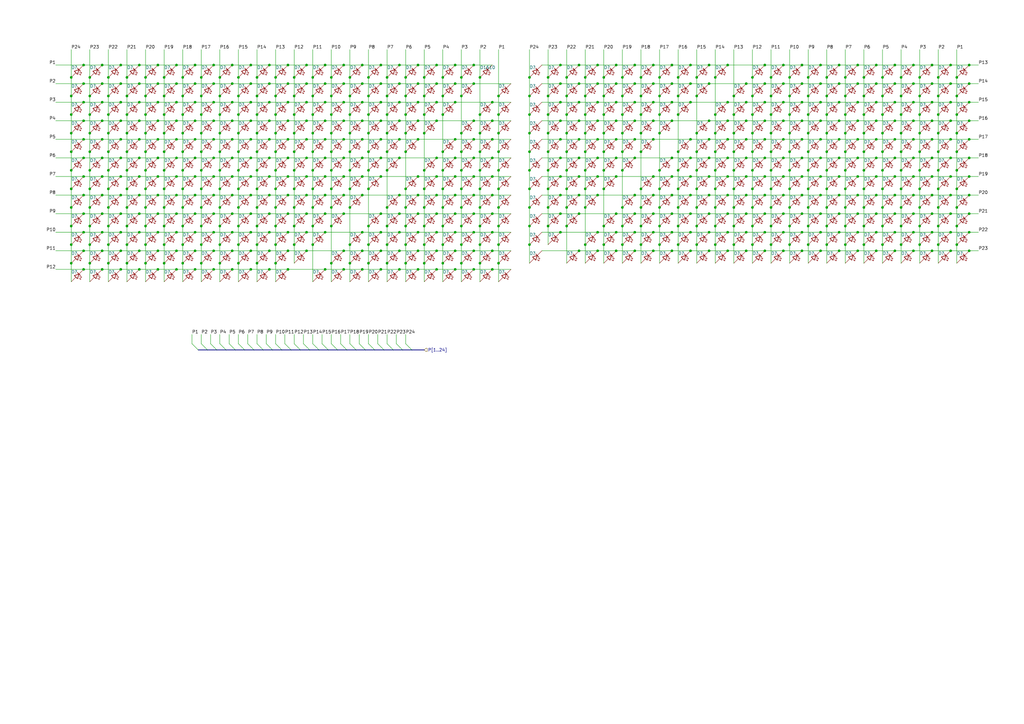
<source format=kicad_sch>
(kicad_sch (version 20231120) (generator "eeschema") (generator_version "8.0")
  (paper "A3")
  (junction (at 95.25 34.29))
  (junction (at 166.37 62.23))
  (junction (at 397.51 80.01))
  (junction (at 67.31 85.09))
  (junction (at 74.93 107.95))
  (junction (at 29.21 107.95))
  (junction (at 247.65 77.47))
  (junction (at 29.21 39.37))
  (junction (at 255.27 31.75))
  (junction (at 369.57 85.09))
  (junction (at 29.21 77.47))
  (junction (at 374.65 34.29))
  (junction (at 377.19 85.09))
  (junction (at 361.95 46.99))
  (junction (at 74.93 92.71))
  (junction (at 143.51 39.37))
  (junction (at 80.01 95.25))
  (junction (at 90.17 85.09))
  (junction (at 133.35 26.67))
  (junction (at 267.97 80.01))
  (junction (at 72.39 72.39))
  (junction (at 316.23 62.23))
  (junction (at 339.09 69.85))
  (junction (at 82.55 85.09))
  (junction (at 262.89 100.33))
  (junction (at 267.97 34.29))
  (junction (at 240.03 31.75))
  (junction (at 113.03 39.37))
  (junction (at 367.03 34.29))
  (junction (at 267.97 95.25))
  (junction (at 72.39 41.91))
  (junction (at 374.65 64.77))
  (junction (at 283.21 41.91))
  (junction (at 125.73 95.25))
  (junction (at 44.45 31.75))
  (junction (at 80.01 57.15))
  (junction (at 143.51 31.75))
  (junction (at 240.03 62.23))
  (junction (at 367.03 41.91))
  (junction (at 36.83 69.85))
  (junction (at 156.21 87.63))
  (junction (at 308.61 62.23))
  (junction (at 194.31 87.63))
  (junction (at 95.25 72.39))
  (junction (at 74.93 39.37))
  (junction (at 72.39 49.53))
  (junction (at 328.93 64.77))
  (junction (at 158.75 85.09))
  (junction (at 34.29 64.77))
  (junction (at 44.45 46.99))
  (junction (at 313.69 34.29))
  (junction (at 173.99 69.85))
  (junction (at 196.85 46.99))
  (junction (at 382.27 57.15))
  (junction (at 290.83 102.87))
  (junction (at 49.53 64.77))
  (junction (at 57.15 26.67))
  (junction (at 298.45 49.53))
  (junction (at 346.71 77.47))
  (junction (at 339.09 46.99))
  (junction (at 267.97 57.15))
  (junction (at 158.75 54.61))
  (junction (at 189.23 77.47))
  (junction (at 232.41 85.09))
  (junction (at 283.21 26.67))
  (junction (at 29.21 69.85))
  (junction (at 252.73 49.53))
  (junction (at 128.27 31.75))
  (junction (at 306.07 49.53))
  (junction (at 255.27 39.37))
  (junction (at 321.31 26.67))
  (junction (at 321.31 57.15))
  (junction (at 72.39 87.63))
  (junction (at 41.91 41.91))
  (junction (at 57.15 110.49))
  (junction (at 34.29 57.15))
  (junction (at 308.61 85.09))
  (junction (at 49.53 72.39))
  (junction (at 229.87 41.91))
  (junction (at 140.97 64.77))
  (junction (at 237.49 49.53))
  (junction (at 186.69 34.29))
  (junction (at 331.47 100.33))
  (junction (at 255.27 100.33))
  (junction (at 186.69 80.01))
  (junction (at 270.51 77.47))
  (junction (at 290.83 57.15))
  (junction (at 252.73 34.29))
  (junction (at 36.83 77.47))
  (junction (at 120.65 46.99))
  (junction (at 97.79 46.99))
  (junction (at 49.53 110.49))
  (junction (at 232.41 46.99))
  (junction (at 44.45 85.09))
  (junction (at 316.23 39.37))
  (junction (at 359.41 64.77))
  (junction (at 29.21 85.09))
  (junction (at 118.11 57.15))
  (junction (at 194.31 102.87))
  (junction (at 118.11 80.01))
  (junction (at 217.17 77.47))
  (junction (at 245.11 34.29))
  (junction (at 323.85 62.23))
  (junction (at 110.49 102.87))
  (junction (at 189.23 69.85))
  (junction (at 44.45 92.71))
  (junction (at 82.55 92.71))
  (junction (at 374.65 72.39))
  (junction (at 110.49 64.77))
  (junction (at 240.03 39.37))
  (junction (at 34.29 87.63))
  (junction (at 163.83 87.63))
  (junction (at 59.69 46.99))
  (junction (at 361.95 77.47))
  (junction (at 181.61 85.09))
  (junction (at 382.27 34.29))
  (junction (at 323.85 46.99))
  (junction (at 173.99 92.71))
  (junction (at 158.75 107.95))
  (junction (at 331.47 92.71))
  (junction (at 267.97 102.87))
  (junction (at 181.61 77.47))
  (junction (at 105.41 77.47))
  (junction (at 384.81 77.47))
  (junction (at 128.27 85.09))
  (junction (at 374.65 26.67))
  (junction (at 336.55 95.25))
  (junction (at 140.97 110.49))
  (junction (at 118.11 26.67))
  (junction (at 351.79 64.77))
  (junction (at 118.11 95.25))
  (junction (at 181.61 39.37))
  (junction (at 285.75 39.37))
  (junction (at 237.49 41.91))
  (junction (at 87.63 34.29))
  (junction (at 59.69 69.85))
  (junction (at 194.31 26.67))
  (junction (at 148.59 57.15))
  (junction (at 95.25 95.25))
  (junction (at 135.89 107.95))
  (junction (at 196.85 31.75))
  (junction (at 90.17 54.61))
  (junction (at 298.45 80.01))
  (junction (at 133.35 57.15))
  (junction (at 72.39 34.29))
  (junction (at 148.59 95.25))
  (junction (at 80.01 72.39))
  (junction (at 135.89 31.75))
  (junction (at 105.41 92.71))
  (junction (at 163.83 102.87))
  (junction (at 290.83 87.63))
  (junction (at 171.45 87.63))
  (junction (at 346.71 69.85))
  (junction (at 74.93 46.99))
  (junction (at 397.51 26.67))
  (junction (at 275.59 41.91))
  (junction (at 392.43 54.61))
  (junction (at 397.51 64.77))
  (junction (at 247.65 46.99))
  (junction (at 189.23 92.71))
  (junction (at 171.45 110.49))
  (junction (at 194.31 49.53))
  (junction (at 354.33 92.71))
  (junction (at 189.23 39.37))
  (junction (at 260.35 57.15))
  (junction (at 262.89 92.71))
  (junction (at 232.41 62.23))
  (junction (at 290.83 34.29))
  (junction (at 125.73 80.01))
  (junction (at 270.51 85.09))
  (junction (at 163.83 49.53))
  (junction (at 377.19 77.47))
  (junction (at 389.89 87.63))
  (junction (at 224.79 46.99))
  (junction (at 125.73 64.77))
  (junction (at 283.21 102.87))
  (junction (at 217.17 54.61))
  (junction (at 41.91 110.49))
  (junction (at 323.85 85.09))
  (junction (at 359.41 49.53))
  (junction (at 351.79 95.25))
  (junction (at 67.31 54.61))
  (junction (at 359.41 26.67))
  (junction (at 57.15 49.53))
  (junction (at 300.99 100.33))
  (junction (at 321.31 34.29))
  (junction (at 201.93 41.91))
  (junction (at 275.59 34.29))
  (junction (at 237.49 102.87))
  (junction (at 87.63 26.67))
  (junction (at 323.85 39.37))
  (junction (at 328.93 80.01))
  (junction (at 166.37 100.33))
  (junction (at 36.83 46.99))
  (junction (at 285.75 69.85))
  (junction (at 367.03 87.63))
  (junction (at 313.69 87.63))
  (junction (at 313.69 95.25))
  (junction (at 135.89 46.99))
  (junction (at 90.17 46.99))
  (junction (at 34.29 49.53))
  (junction (at 255.27 85.09))
  (junction (at 196.85 100.33))
  (junction (at 113.03 100.33))
  (junction (at 270.51 54.61))
  (junction (at 44.45 100.33))
  (junction (at 173.99 100.33))
  (junction (at 82.55 46.99))
  (junction (at 245.11 57.15))
  (junction (at 120.65 39.37))
  (junction (at 240.03 85.09))
  (junction (at 397.51 72.39))
  (junction (at 351.79 34.29))
  (junction (at 283.21 72.39))
  (junction (at 72.39 110.49))
  (junction (at 293.37 54.61))
  (junction (at 82.55 69.85))
  (junction (at 359.41 57.15))
  (junction (at 143.51 46.99))
  (junction (at 232.41 69.85))
  (junction (at 67.31 100.33))
  (junction (at 369.57 46.99))
  (junction (at 285.75 62.23))
  (junction (at 359.41 72.39))
  (junction (at 158.75 69.85))
  (junction (at 321.31 102.87))
  (junction (at 118.11 72.39))
  (junction (at 278.13 62.23))
  (junction (at 339.09 54.61))
  (junction (at 67.31 62.23))
  (junction (at 163.83 41.91))
  (junction (at 196.85 69.85))
  (junction (at 328.93 87.63))
  (junction (at 201.93 72.39))
  (junction (at 361.95 85.09))
  (junction (at 260.35 80.01))
  (junction (at 29.21 54.61))
  (junction (at 382.27 41.91))
  (junction (at 166.37 77.47))
  (junction (at 163.83 95.25))
  (junction (at 392.43 100.33))
  (junction (at 82.55 31.75))
  (junction (at 344.17 49.53))
  (junction (at 67.31 77.47))
  (junction (at 120.65 77.47))
  (junction (at 321.31 95.25))
  (junction (at 41.91 95.25))
  (junction (at 346.71 46.99))
  (junction (at 189.23 62.23))
  (junction (at 166.37 39.37))
  (junction (at 186.69 87.63))
  (junction (at 384.81 100.33))
  (junction (at 351.79 26.67))
  (junction (at 336.55 102.87))
  (junction (at 110.49 72.39))
  (junction (at 194.31 57.15))
  (junction (at 328.93 49.53))
  (junction (at 204.47 77.47))
  (junction (at 300.99 39.37))
  (junction (at 397.51 34.29))
  (junction (at 308.61 39.37))
  (junction (at 44.45 54.61))
  (junction (at 328.93 26.67))
  (junction (at 293.37 69.85))
  (junction (at 255.27 62.23))
  (junction (at 74.93 54.61))
  (junction (at 128.27 100.33))
  (junction (at 392.43 46.99))
  (junction (at 389.89 95.25))
  (junction (at 57.15 57.15))
  (junction (at 173.99 39.37))
  (junction (at 392.43 31.75))
  (junction (at 361.95 39.37))
  (junction (at 72.39 64.77))
  (junction (at 125.73 41.91))
  (junction (at 74.93 100.33))
  (junction (at 67.31 31.75))
  (junction (at 204.47 100.33))
  (junction (at 377.19 100.33))
  (junction (at 290.83 80.01))
  (junction (at 367.03 80.01))
  (junction (at 52.07 92.71))
  (junction (at 237.49 72.39))
  (junction (at 113.03 77.47))
  (junction (at 80.01 80.01))
  (junction (at 196.85 62.23))
  (junction (at 179.07 49.53))
  (junction (at 34.29 80.01))
  (junction (at 267.97 41.91))
  (junction (at 377.19 92.71))
  (junction (at 245.11 49.53))
  (junction (at 143.51 100.33))
  (junction (at 179.07 110.49))
  (junction (at 369.57 100.33))
  (junction (at 339.09 92.71))
  (junction (at 354.33 85.09))
  (junction (at 217.17 85.09))
  (junction (at 171.45 49.53))
  (junction (at 87.63 110.49))
  (junction (at 306.07 72.39))
  (junction (at 290.83 49.53))
  (junction (at 194.31 95.25))
  (junction (at 72.39 102.87))
  (junction (at 128.27 77.47))
  (junction (at 120.65 31.75))
  (junction (at 359.41 41.91))
  (junction (at 240.03 77.47))
  (junction (at 41.91 26.67))
  (junction (at 224.79 39.37))
  (junction (at 95.25 26.67))
  (junction (at 148.59 41.91))
  (junction (at 163.83 110.49))
  (junction (at 29.21 31.75))
  (junction (at 262.89 39.37))
  (junction (at 135.89 92.71))
  (junction (at 201.93 80.01))
  (junction (at 247.65 100.33))
  (junction (at 36.83 31.75))
  (junction (at 346.71 31.75))
  (junction (at 80.01 102.87))
  (junction (at 328.93 41.91))
  (junction (at 102.87 64.77))
  (junction (at 156.21 110.49))
  (junction (at 336.55 87.63))
  (junction (at 382.27 95.25))
  (junction (at 36.83 100.33))
  (junction (at 64.77 41.91))
  (junction (at 140.97 41.91))
  (junction (at 102.87 57.15))
  (junction (at 151.13 46.99))
  (junction (at 384.81 39.37))
  (junction (at 34.29 41.91))
  (junction (at 275.59 64.77))
  (junction (at 194.31 110.49))
  (junction (at 186.69 95.25))
  (junction (at 95.25 41.91))
  (junction (at 67.31 107.95))
  (junction (at 151.13 54.61))
  (junction (at 196.85 54.61))
  (junction (at 110.49 34.29))
  (junction (at 156.21 34.29))
  (junction (at 133.35 49.53))
  (junction (at 113.03 85.09))
  (junction (at 171.45 26.67))
  (junction (at 186.69 64.77))
  (junction (at 67.31 46.99))
  (junction (at 34.29 110.49))
  (junction (at 74.93 31.75))
  (junction (at 181.61 92.71))
  (junction (at 156.21 57.15))
  (junction (at 95.25 64.77))
  (junction (at 344.17 72.39))
  (junction (at 260.35 34.29))
  (junction (at 97.79 54.61))
  (junction (at 34.29 95.25))
  (junction (at 336.55 34.29))
  (junction (at 339.09 39.37))
  (junction (at 151.13 62.23))
  (junction (at 275.59 49.53))
  (junction (at 179.07 95.25))
  (junction (at 173.99 107.95))
  (junction (at 143.51 107.95))
  (junction (at 308.61 77.47))
  (junction (at 267.97 87.63))
  (junction (at 285.75 54.61))
  (junction (at 278.13 39.37))
  (junction (at 102.87 80.01))
  (junction (at 97.79 39.37))
  (junction (at 171.45 80.01))
  (junction (at 267.97 72.39))
  (junction (at 64.77 110.49))
  (junction (at 346.71 39.37))
  (junction (at 270.51 100.33))
  (junction (at 57.15 102.87))
  (junction (at 95.25 110.49))
  (junction (at 194.31 80.01))
  (junction (at 217.17 100.33))
  (junction (at 384.81 46.99))
  (junction (at 275.59 95.25))
  (junction (at 328.93 102.87))
  (junction (at 306.07 57.15))
  (junction (at 41.91 49.53))
  (junction (at 374.65 102.87))
  (junction (at 97.79 31.75))
  (junction (at 87.63 80.01))
  (junction (at 44.45 62.23))
  (junction (at 97.79 69.85))
  (junction (at 293.37 31.75))
  (junction (at 87.63 102.87))
  (junction (at 382.27 102.87))
  (junction (at 59.69 54.61))
  (junction (at 72.39 95.25))
  (junction (at 359.41 102.87))
  (junction (at 143.51 62.23))
  (junction (at 204.47 107.95))
  (junction (at 306.07 102.87))
  (junction (at 285.75 31.75))
  (junction (at 128.27 39.37))
  (junction (at 44.45 107.95))
  (junction (at 229.87 64.77))
  (junction (at 298.45 95.25))
  (junction (at 95.25 102.87))
  (junction (at 298.45 102.87))
  (junction (at 321.31 64.77))
  (junction (at 179.07 64.77))
  (junction (at 133.35 87.63))
  (junction (at 392.43 85.09))
  (junction (at 196.85 77.47))
  (junction (at 133.35 110.49))
  (junction (at 87.63 95.25))
  (junction (at 105.41 54.61))
  (junction (at 163.83 64.77))
  (junction (at 369.57 77.47))
  (junction (at 270.51 92.71))
  (junction (at 59.69 62.23))
  (junction (at 351.79 80.01))
  (junction (at 72.39 80.01))
  (junction (at 321.31 87.63))
  (junction (at 321.31 80.01))
  (junction (at 389.89 80.01))
  (junction (at 224.79 54.61))
  (junction (at 105.41 62.23))
  (junction (at 204.47 85.09))
  (junction (at 389.89 72.39))
  (junction (at 163.83 34.29))
  (junction (at 237.49 34.29))
  (junction (at 321.31 49.53))
  (junction (at 290.83 95.25))
  (junction (at 237.49 26.67))
  (junction (at 148.59 72.39))
  (junction (at 80.01 87.63))
  (junction (at 204.47 46.99))
  (junction (at 270.51 31.75))
  (junction (at 389.89 26.67))
  (junction (at 140.97 49.53))
  (junction (at 313.69 102.87))
  (junction (at 300.99 77.47))
  (junction (at 252.73 95.25))
  (junction (at 204.47 39.37))
  (junction (at 186.69 57.15))
  (junction (at 313.69 80.01))
  (junction (at 331.47 85.09))
  (junction (at 367.03 102.87))
  (junction (at 245.11 80.01))
  (junction (at 361.95 62.23))
  (junction (at 113.03 92.71))
  (junction (at 255.27 69.85))
  (junction (at 270.51 39.37))
  (junction (at 224.79 31.75))
  (junction (at 72.39 26.67))
  (junction (at 64.77 102.87))
  (junction (at 336.55 64.77))
  (junction (at 64.77 72.39))
  (junction (at 316.23 31.75))
  (junction (at 179.07 102.87))
  (junction (at 179.07 41.91))
  (junction (at 217.17 62.23))
  (junction (at 95.25 57.15))
  (junction (at 255.27 92.71))
  (junction (at 328.93 34.29))
  (junction (at 351.79 87.63))
  (junction (at 163.83 26.67))
  (junction (at 389.89 49.53))
  (junction (at 64.77 64.77))
  (junction (at 90.17 77.47))
  (junction (at 95.25 87.63))
  (junction (at 298.45 87.63))
  (junction (at 118.11 110.49))
  (junction (at 316.23 54.61))
  (junction (at 283.21 80.01))
  (junction (at 110.49 110.49))
  (junction (at 290.83 64.77))
  (junction (at 171.45 57.15))
  (junction (at 278.13 100.33))
  (junction (at 369.57 54.61))
  (junction (at 336.55 26.67))
  (junction (at 217.17 46.99))
  (junction (at 105.41 69.85))
  (junction (at 125.73 49.53))
  (junction (at 369.57 62.23))
  (junction (at 384.81 31.75))
  (junction (at 118.11 49.53))
  (junction (at 87.63 41.91))
  (junction (at 201.93 87.63))
  (junction (at 298.45 26.67))
  (junction (at 331.47 31.75))
  (junction (at 262.89 46.99))
  (junction (at 237.49 87.63))
  (junction (at 36.83 39.37))
  (junction (at 283.21 95.25))
  (junction (at 52.07 31.75))
  (junction (at 316.23 100.33))
  (junction (at 67.31 92.71))
  (junction (at 156.21 64.77))
  (junction (at 57.15 95.25))
  (junction (at 382.27 87.63))
  (junction (at 105.41 107.95))
  (junction (at 196.85 107.95))
  (junction (at 204.47 54.61))
  (junction (at 59.69 31.75))
  (junction (at 224.79 62.23))
  (junction (at 346.71 54.61))
  (junction (at 229.87 87.63))
  (junction (at 298.45 41.91))
  (junction (at 186.69 110.49))
  (junction (at 140.97 57.15))
  (junction (at 384.81 54.61))
  (junction (at 245.11 26.67))
  (junction (at 369.57 69.85))
  (junction (at 97.79 85.09))
  (junction (at 354.33 54.61))
  (junction (at 181.61 46.99))
  (junction (at 74.93 62.23))
  (junction (at 377.19 39.37))
  (junction (at 278.13 46.99))
  (junction (at 336.55 41.91))
  (junction (at 217.17 92.71))
  (junction (at 374.65 49.53))
  (junction (at 245.11 102.87))
  (junction (at 95.25 49.53))
  (junction (at 34.29 102.87))
  (junction (at 118.11 102.87))
  (junction (at 118.11 34.29))
  (junction (at 306.07 95.25))
  (junction (at 29.21 100.33))
  (junction (at 64.77 95.25))
  (junction (at 260.35 26.67))
  (junction (at 49.53 34.29))
  (junction (at 354.33 31.75))
  (junction (at 298.45 64.77))
  (junction (at 120.65 54.61))
  (junction (at 346.71 62.23))
  (junction (at 148.59 34.29))
  (junction (at 323.85 77.47))
  (junction (at 52.07 54.61))
  (junction (at 110.49 95.25))
  (junction (at 339.09 85.09))
  (junction (at 306.07 41.91))
  (junction (at 64.77 57.15))
  (junction (at 374.65 41.91))
  (junction (at 57.15 41.91))
  (junction (at 189.23 107.95))
  (junction (at 90.17 69.85))
  (junction (at 389.89 41.91))
  (junction (at 57.15 64.77))
  (junction (at 293.37 62.23))
  (junction (at 306.07 80.01))
  (junction (at 229.87 26.67))
  (junction (at 87.63 64.77))
  (junction (at 397.51 102.87))
  (junction (at 344.17 102.87))
  (junction (at 217.17 69.85))
  (junction (at 361.95 92.71))
  (junction (at 328.93 95.25))
  (junction (at 135.89 54.61))
  (junction (at 166.37 107.95))
  (junction (at 361.95 31.75))
  (junction (at 173.99 85.09))
  (junction (at 181.61 31.75))
  (junction (at 245.11 64.77))
  (junction (at 110.49 57.15))
  (junction (at 74.93 77.47))
  (junction (at 113.03 62.23))
  (junction (at 166.37 54.61))
  (junction (at 36.83 62.23))
  (junction (at 87.63 72.39))
  (junction (at 173.99 77.47))
  (junction (at 331.47 77.47))
  (junction (at 110.49 26.67))
  (junction (at 166.37 92.71))
  (junction (at 346.71 85.09))
  (junction (at 308.61 100.33))
  (junction (at 392.43 69.85))
  (junction (at 336.55 57.15))
  (junction (at 367.03 57.15))
  (junction (at 102.87 87.63))
  (junction (at 158.75 31.75))
  (junction (at 113.03 107.95))
  (junction (at 128.27 92.71))
  (junction (at 140.97 26.67))
  (junction (at 151.13 107.95))
  (junction (at 64.77 87.63))
  (junction (at 374.65 87.63))
  (junction (at 283.21 87.63))
  (junction (at 339.09 62.23))
  (junction (at 133.35 80.01))
  (junction (at 224.79 69.85))
  (junction (at 105.41 85.09))
  (junction (at 67.31 69.85))
  (junction (at 313.69 26.67))
  (junction (at 171.45 95.25))
  (junction (at 252.73 102.87))
  (junction (at 232.41 92.71))
  (junction (at 29.21 62.23))
  (junction (at 90.17 107.95))
  (junction (at 64.77 34.29))
  (junction (at 125.73 87.63))
  (junction (at 166.37 31.75))
  (junction (at 110.49 80.01))
  (junction (at 344.17 64.77))
  (junction (at 148.59 110.49))
  (junction (at 189.23 85.09))
  (junction (at 344.17 87.63))
  (junction (at 229.87 57.15))
  (junction (at 181.61 69.85))
  (junction (at 369.57 92.71))
  (junction (at 44.45 77.47))
  (junction (at 252.73 87.63))
  (junction (at 382.27 49.53))
  (junction (at 283.21 34.29))
  (junction (at 49.53 95.25))
  (junction (at 181.61 62.23))
  (junction (at 133.35 95.25))
  (junction (at 270.51 46.99))
  (junction (at 59.69 85.09))
  (junction (at 80.01 49.53))
  (junction (at 336.55 80.01))
  (junction (at 57.15 80.01))
  (junction (at 331.47 54.61))
  (junction (at 275.59 26.67))
  (junction (at 306.07 87.63))
  (junction (at 354.33 100.33))
  (junction (at 113.03 69.85))
  (junction (at 331.47 69.85))
  (junction (at 359.41 87.63))
  (junction (at 194.31 72.39))
  (junction (at 252.73 26.67))
  (junction (at 229.87 95.25))
  (junction (at 80.01 41.91))
  (junction (at 354.33 46.99))
  (junction (at 367.03 64.77))
  (junction (at 179.07 34.29))
  (junction (at 110.49 41.91))
  (junction (at 179.07 72.39))
  (junction (at 323.85 31.75))
  (junction (at 224.79 92.71))
  (junction (at 97.79 107.95))
  (junction (at 240.03 46.99))
  (junction (at 300.99 46.99))
  (junction (at 359.41 34.29))
  (junction (at 275.59 102.87))
  (junction (at 344.17 95.25))
  (junction (at 120.65 100.33))
  (junction (at 34.29 34.29))
  (junction (at 260.35 102.87))
  (junction (at 133.35 41.91))
  (junction (at 252.73 41.91))
  (junction (at 135.89 39.37))
  (junction (at 306.07 34.29))
  (junction (at 41.91 72.39))
  (junction (at 143.51 77.47))
  (junction (at 171.45 34.29))
  (junction (at 36.83 54.61))
  (junction (at 49.53 80.01))
  (junction (at 260.35 87.63))
  (junction (at 323.85 100.33))
  (junction (at 49.53 57.15))
  (junction (at 232.41 39.37))
  (junction (at 328.93 72.39))
  (junction (at 113.03 46.99))
  (junction (at 189.23 100.33))
  (junction (at 361.95 69.85))
  (junction (at 229.87 80.01))
  (junction (at 293.37 77.47))
  (junction (at 87.63 87.63))
  (junction (at 135.89 85.09))
  (junction (at 323.85 54.61))
  (junction (at 367.03 95.25))
  (junction (at 29.21 46.99))
  (junction (at 82.55 54.61))
  (junction (at 344.17 26.67))
  (junction (at 163.83 80.01))
  (junction (at 217.17 31.75))
  (junction (at 74.93 69.85))
  (junction (at 173.99 46.99))
  (junction (at 392.43 77.47))
  (junction (at 105.41 46.99))
  (junction (at 171.45 102.87))
  (junction (at 143.51 85.09))
  (junction (at 41.91 80.01))
  (junction (at 229.87 49.53))
  (junction (at 49.53 87.63))
  (junction (at 316.23 77.47))
  (junction (at 80.01 110.49))
  (junction (at 49.53 102.87))
  (junction (at 52.07 107.95))
  (junction (at 247.65 62.23))
  (junction (at 87.63 57.15))
  (junction (at 344.17 34.29))
  (junction (at 166.37 85.09))
  (junction (at 339.09 31.75))
  (junction (at 143.51 69.85))
  (junction (at 80.01 64.77))
  (junction (at 245.11 72.39))
  (junction (at 308.61 31.75))
  (junction (at 382.27 80.01))
  (junction (at 328.93 57.15))
  (junction (at 278.13 85.09))
  (junction (at 252.73 57.15))
  (junction (at 189.23 54.61))
  (junction (at 367.03 72.39))
  (junction (at 125.73 102.87))
  (junction (at 90.17 92.71))
  (junction (at 186.69 102.87))
  (junction (at 110.49 87.63))
  (junction (at 316.23 85.09))
  (junction (at 293.37 85.09))
  (junction (at 67.31 39.37))
  (junction (at 57.15 72.39))
  (junction (at 166.37 46.99))
  (junction (at 179.07 80.01))
  (junction (at 240.03 54.61))
  (junction (at 148.59 80.01))
  (junction (at 34.29 72.39))
  (junction (at 140.97 34.29))
  (junction (at 293.37 100.33))
  (junction (at 59.69 100.33))
  (junction (at 186.69 26.67))
  (junction (at 260.35 64.77))
  (junction (at 240.03 69.85))
  (junction (at 201.93 64.77))
  (junction (at 300.99 62.23))
  (junction (at 49.53 26.67))
  (junction (at 148.59 49.53))
  (junction (at 29.21 92.71))
  (junction (at 102.87 110.49))
  (junction (at 313.69 57.15))
  (junction (at 97.79 92.71))
  (junction (at 36.83 107.95))
  (junction (at 181.61 100.33))
  (junction (at 151.13 92.71))
  (junction (at 156.21 26.67))
  (junction (at 382.27 72.39))
  (junction (at 313.69 41.91))
  (junction (at 374.65 95.25))
  (junction (at 377.19 31.75))
  (junction (at 125.73 26.67))
  (junction (at 59.69 77.47))
  (junction (at 113.03 54.61))
  (junction (at 194.31 64.77))
  (junction (at 275.59 80.01))
  (junction (at 308.61 92.71))
  (junction (at 285.75 100.33))
  (junction (at 354.33 69.85))
  (junction (at 260.35 95.25))
  (junction (at 201.93 95.25))
  (junction (at 52.07 62.23))
  (junction (at 229.87 72.39))
  (junction (at 196.85 92.71))
  (junction (at 118.11 87.63))
  (junction (at 229.87 34.29))
  (junction (at 201.93 110.49))
  (junction (at 344.17 80.01))
  (junction (at 316.23 92.71))
  (junction (at 283.21 57.15))
  (junction (at 113.03 31.75))
  (junction (at 224.79 77.47))
  (junction (at 270.51 69.85))
  (junction (at 156.21 95.25))
  (junction (at 354.33 62.23))
  (junction (at 255.27 46.99))
  (junction (at 102.87 34.29))
  (junction (at 128.27 46.99))
  (junction (at 392.43 92.71))
  (junction (at 49.53 49.53))
  (junction (at 52.07 39.37))
  (junction (at 377.19 46.99))
  (junction (at 102.87 26.67))
  (junction (at 359.41 80.01))
  (junction (at 298.45 72.39))
  (junction (at 201.93 49.53))
  (junction (at 120.65 69.85))
  (junction (at 82.55 39.37))
  (junction (at 367.03 26.67))
  (junction (at 49.53 41.91))
  (junction (at 148.59 64.77))
  (junction (at 377.19 54.61))
  (junction (at 397.51 95.25))
  (junction (at 275.59 72.39))
  (junction (at 278.13 77.47))
  (junction (at 171.45 72.39))
  (junction (at 247.65 39.37))
  (junction (at 361.95 100.33))
  (junction (at 247.65 69.85))
  (junction (at 120.65 62.23))
  (junction (at 148.59 26.67))
  (junction (at 171.45 41.91))
  (junction (at 41.91 102.87))
  (junction (at 359.41 95.25))
  (junction (at 158.75 62.23))
  (junction (at 151.13 100.33))
  (junction (at 232.41 54.61))
  (junction (at 102.87 49.53))
  (junction (at 245.11 41.91))
  (junction (at 52.07 77.47))
  (junction (at 41.91 64.77))
  (junction (at 186.69 72.39))
  (junction (at 255.27 54.61))
  (junction (at 308.61 54.61))
  (junction (at 133.35 64.77))
  (junction (at 384.81 92.71))
  (junction (at 351.79 72.39))
  (junction (at 64.77 49.53))
  (junction (at 361.95 54.61))
  (junction (at 232.41 77.47))
  (junction (at 339.09 77.47))
  (junction (at 346.71 100.33))
  (junction (at 82.55 62.23))
  (junction (at 97.79 77.47))
  (junction (at 110.49 49.53))
  (junction (at 306.07 64.77))
  (junction (at 285.75 92.71))
  (junction (at 367.03 49.53))
  (junction (at 224.79 85.09))
  (junction (at 181.61 107.95))
  (junction (at 158.75 46.99))
  (junction (at 52.07 85.09))
  (junction (at 102.87 72.39))
  (junction (at 57.15 34.29))
  (junction (at 135.89 77.47))
  (junction (at 252.73 72.39))
  (junction (at 102.87 102.87))
  (junction (at 313.69 64.77))
  (junction (at 354.33 77.47))
  (junction (at 351.79 102.87))
  (junction (at 156.21 49.53))
  (junction (at 308.61 46.99))
  (junction (at 397.51 41.91))
  (junction (at 397.51 49.53))
  (junction (at 201.93 102.87))
  (junction (at 351.79 49.53))
  (junction (at 64.77 80.01))
  (junction (at 158.75 39.37))
  (junction (at 275.59 87.63))
  (junction (at 260.35 49.53))
  (junction (at 173.99 31.75))
  (junction (at 163.83 57.15))
  (junction (at 252.73 64.77))
  (junction (at 140.97 80.01))
  (junction (at 186.69 41.91))
  (junction (at 52.07 100.33))
  (junction (at 237.49 80.01))
  (junction (at 384.81 62.23))
  (junction (at 260.35 41.91))
  (junction (at 90.17 62.23))
  (junction (at 156.21 102.87))
  (junction (at 300.99 92.71))
  (junction (at 97.79 100.33))
  (junction (at 262.89 77.47))
  (junction (at 118.11 41.91))
  (junction (at 179.07 26.67))
  (junction (at 118.11 64.77))
  (junction (at 82.55 107.95))
  (junction (at 316.23 69.85))
  (junction (at 374.65 80.01))
  (junction (at 80.01 34.29))
  (junction (at 278.13 69.85))
  (junction (at 158.75 92.71))
  (junction (at 247.65 92.71))
  (junction (at 247.65 31.75))
  (junction (at 90.17 31.75))
  (junction (at 82.55 77.47))
  (junction (at 389.89 64.77))
  (junction (at 293.37 46.99))
  (junction (at 247.65 54.61))
  (junction (at 377.19 62.23))
  (junction (at 59.69 39.37))
  (junction (at 321.31 41.91))
  (junction (at 344.17 57.15))
  (junction (at 278.13 31.75))
  (junction (at 133.35 72.39))
  (junction (at 57.15 87.63))
  (junction (at 125.73 34.29))
  (junction (at 173.99 54.61))
  (junction (at 351.79 57.15))
  (junction (at 52.07 46.99))
  (junction (at 344.17 41.91))
  (junction (at 262.89 62.23))
  (junction (at 336.55 72.39))
  (junction (at 135.89 62.23))
  (junction (at 369.57 31.75))
  (junction (at 80.01 26.67))
  (junction (at 336.55 49.53))
  (junction (at 156.21 41.91))
  (junction (at 41.91 34.29))
  (junction (at 354.33 39.37))
  (junction (at 382.27 64.77))
  (junction (at 90.17 100.33))
  (junction (at 397.51 57.15))
  (junction (at 44.45 39.37))
  (junction (at 125.73 72.39))
  (junction (at 278.13 92.71))
  (junction (at 321.31 72.39))
  (junction (at 389.89 57.15))
  (junction (at 120.65 92.71))
  (junction (at 377.19 69.85))
  (junction (at 151.13 39.37))
  (junction (at 158.75 100.33))
  (junction (at 262.89 54.61))
  (junction (at 298.45 57.15))
  (junction (at 179.07 87.63))
  (junction (at 262.89 85.09))
  (junction (at 102.87 95.25))
  (junction (at 120.65 85.09))
  (junction (at 82.55 100.33))
  (junction (at 143.51 54.61))
  (junction (at 36.83 85.09))
  (junction (at 290.83 26.67))
  (junction (at 300.99 85.09))
  (junction (at 72.39 57.15))
  (junction (at 97.79 62.23))
  (junction (at 133.35 34.29))
  (junction (at 389.89 34.29))
  (junction (at 283.21 64.77))
  (junction (at 262.89 31.75))
  (junction (at 237.49 64.77))
  (junction (at 105.41 100.33))
  (junction (at 156.21 72.39))
  (junction (at 59.69 107.95))
  (junction (at 44.45 69.85))
  (junction (at 90.17 39.37))
  (junction (at 285.75 85.09))
  (junction (at 267.97 26.67))
  (junction (at 290.83 72.39))
  (junction (at 313.69 72.39))
  (junction (at 34.29 26.67))
  (junction (at 382.27 26.67))
  (junction (at 95.25 80.01))
  (junction (at 339.09 100.33))
  (junction (at 41.91 87.63))
  (junction (at 392.43 62.23))
  (junction (at 140.97 102.87))
  (junction (at 189.23 31.75))
  (junction (at 201.93 57.15))
  (junction (at 125.73 57.15))
  (junction (at 331.47 62.23))
  (junction (at 323.85 92.71))
  (junction (at 59.69 92.71))
  (junction (at 267.97 49.53))
  (junction (at 128.27 62.23))
  (junction (at 285.75 77.47))
  (junction (at 151.13 31.75))
  (junction (at 128.27 54.61))
  (junction (at 313.69 49.53))
  (junction (at 204.47 62.23))
  (junction (at 316.23 46.99))
  (junction (at 374.65 57.15))
  (junction (at 148.59 102.87))
  (junction (at 389.89 102.87))
  (junction (at 140.97 87.63))
  (junction (at 102.87 41.91))
  (junction (at 140.97 72.39))
  (junction (at 128.27 69.85))
  (junction (at 308.61 69.85))
  (junction (at 369.57 39.37))
  (junction (at 232.41 31.75))
  (junction (at 204.47 92.71))
  (junction (at 300.99 69.85))
  (junction (at 105.41 31.75))
  (junction (at 151.13 77.47))
  (junction (at 36.83 92.71))
  (junction (at 204.47 69.85))
  (junction (at 151.13 69.85))
  (junction (at 331.47 46.99))
  (junction (at 135.89 69.85))
  (junction (at 346.71 92.71))
  (junction (at 384.81 69.85))
  (junction (at 245.11 95.25))
  (junction (at 217.17 39.37))
  (junction (at 74.93 85.09))
  (junction (at 196.85 85.09))
  (junction (at 52.07 69.85))
  (junction (at 194.31 34.29))
  (junction (at 240.03 100.33))
  (junction (at 87.63 49.53))
  (junction (at 300.99 54.61))
  (junction (at 384.81 85.09))
  (junction (at 237.49 57.15))
  (junction (at 293.37 92.71))
  (junction (at 323.85 69.85))
  (junction (at 331.47 39.37))
  (junction (at 105.41 39.37))
  (junction (at 392.43 39.37))
  (junction (at 64.77 26.67))
  (junction (at 41.91 57.15))
  (junction (at 397.51 87.63))
  (junction (at 351.79 41.91))
  (bus_entry (at 100.33 143.51) (size -2.54 -2.54))
  (bus_entry (at 149.86 143.51) (size -2.54 -2.54))
  (bus_entry (at 142.24 143.51) (size -2.54 -2.54))
  (bus_entry (at 130.81 143.51) (size -2.54 -2.54))
  (bus_entry (at 161.29 143.51) (size -2.54 -2.54))
  (bus_entry (at 115.57 143.51) (size -2.54 -2.54))
  (bus_entry (at 81.28 143.51) (size -2.54 -2.54))
  (bus_entry (at 153.67 143.51) (size -2.54 -2.54))
  (bus_entry (at 157.48 143.51) (size -2.54 -2.54))
  (bus_entry (at 85.09 143.51) (size -2.54 -2.54))
  (bus_entry (at 88.9 143.51) (size -2.54 -2.54))
  (bus_entry (at 146.05 143.51) (size -2.54 -2.54))
  (bus_entry (at 165.1 143.51) (size -2.54 -2.54))
  (bus_entry (at 138.43 143.51) (size -2.54 -2.54))
  (bus_entry (at 134.62 143.51) (size -2.54 -2.54))
  (bus_entry (at 111.76 143.51) (size -2.54 -2.54))
  (bus_entry (at 168.91 143.51) (size -2.54 -2.54))
  (bus_entry (at 127 143.51) (size -2.54 -2.54))
  (bus_entry (at 104.14 143.51) (size -2.54 -2.54))
  (bus_entry (at 119.38 143.51) (size -2.54 -2.54))
  (bus_entry (at 92.71 143.51) (size -2.54 -2.54))
  (bus_entry (at 96.52 143.51) (size -2.54 -2.54))
  (bus_entry (at 123.19 143.51) (size -2.54 -2.54))
  (bus_entry (at 107.95 143.51) (size -2.54 -2.54))
  (wire (pts (xy 140.97 102.87) (xy 148.59 102.87)))
  (wire (pts (xy 260.35 49.53) (xy 252.73 49.53)))
  (wire (pts (xy 36.83 31.75) (xy 36.83 39.37)))
  (wire (pts (xy 298.45 102.87) (xy 290.83 102.87)))
  (wire (pts (xy 133.35 26.67) (xy 140.97 26.67)))
  (wire (pts (xy 57.15 41.91) (xy 64.77 41.91)))
  (wire (pts (xy 22.86 95.25) (xy 34.29 95.25)))
  (bus (pts (xy 85.09 143.51) (xy 88.9 143.51)))
  (wire (pts (xy 57.15 72.39) (xy 64.77 72.39)))
  (wire (pts (xy 194.31 87.63) (xy 201.93 87.63)))
  (wire (pts (xy 49.53 41.91) (xy 57.15 41.91)))
  (wire (pts (xy 278.13 46.99) (xy 278.13 62.23)))
  (wire (pts (xy 229.87 95.25) (xy 222.25 95.25)))
  (wire (pts (xy 78.74 137.16) (xy 78.74 140.97)))
  (wire (pts (xy 118.11 72.39) (xy 125.73 72.39)))
  (wire (pts (xy 321.31 95.25) (xy 313.69 95.25)))
  (wire (pts (xy 255.27 100.33) (xy 255.27 107.95)))
  (wire (pts (xy 389.89 41.91) (xy 397.51 41.91)))
  (wire (pts (xy 229.87 41.91) (xy 222.25 41.91)))
  (wire (pts (xy 389.89 57.15) (xy 397.51 57.15)))
  (wire (pts (xy 313.69 95.25) (xy 306.07 95.25)))
  (wire (pts (xy 90.17 77.47) (xy 90.17 85.09)))
  (wire (pts (xy 29.21 20.32) (xy 29.21 31.75)))
  (wire (pts (xy 323.85 92.71) (xy 323.85 100.33)))
  (wire (pts (xy 87.63 95.25) (xy 95.25 95.25)))
  (wire (pts (xy 283.21 41.91) (xy 275.59 41.91)))
  (wire (pts (xy 351.79 41.91) (xy 344.17 41.91)))
  (wire (pts (xy 148.59 110.49) (xy 156.21 110.49)))
  (wire (pts (xy 313.69 26.67) (xy 321.31 26.67)))
  (wire (pts (xy 382.27 26.67) (xy 374.65 26.67)))
  (wire (pts (xy 389.89 80.01) (xy 397.51 80.01)))
  (wire (pts (xy 44.45 85.09) (xy 44.45 92.71)))
  (wire (pts (xy 171.45 72.39) (xy 179.07 72.39)))
  (wire (pts (xy 339.09 85.09) (xy 339.09 92.71)))
  (wire (pts (xy 57.15 80.01) (xy 64.77 80.01)))
  (wire (pts (xy 252.73 57.15) (xy 245.11 57.15)))
  (wire (pts (xy 97.79 69.85) (xy 97.79 77.47)))
  (wire (pts (xy 262.89 39.37) (xy 262.89 46.99)))
  (wire (pts (xy 204.47 54.61) (xy 204.47 62.23)))
  (wire (pts (xy 52.07 77.47) (xy 52.07 85.09)))
  (wire (pts (xy 97.79 54.61) (xy 97.79 62.23)))
  (wire (pts (xy 113.03 39.37) (xy 113.03 46.99)))
  (wire (pts (xy 367.03 57.15) (xy 374.65 57.15)))
  (wire (pts (xy 293.37 100.33) (xy 293.37 107.95)))
  (wire (pts (xy 113.03 46.99) (xy 113.03 54.61)))
  (wire (pts (xy 110.49 80.01) (xy 118.11 80.01)))
  (wire (pts (xy 351.79 34.29) (xy 344.17 34.29)))
  (wire (pts (xy 290.83 72.39) (xy 298.45 72.39)))
  (wire (pts (xy 389.89 49.53) (xy 397.51 49.53)))
  (wire (pts (xy 158.75 69.85) (xy 158.75 85.09)))
  (wire (pts (xy 275.59 41.91) (xy 267.97 41.91)))
  (wire (pts (xy 151.13 107.95) (xy 151.13 115.57)))
  (wire (pts (xy 377.19 46.99) (xy 377.19 54.61)))
  (wire (pts (xy 389.89 64.77) (xy 397.51 64.77)))
  (wire (pts (xy 166.37 54.61) (xy 166.37 62.23)))
  (wire (pts (xy 44.45 54.61) (xy 44.45 62.23)))
  (wire (pts (xy 133.35 110.49) (xy 140.97 110.49)))
  (wire (pts (xy 351.79 95.25) (xy 344.17 95.25)))
  (wire (pts (xy 331.47 92.71) (xy 331.47 100.33)))
  (wire (pts (xy 140.97 26.67) (xy 148.59 26.67)))
  (wire (pts (xy 351.79 57.15) (xy 344.17 57.15)))
  (wire (pts (xy 186.69 57.15) (xy 194.31 57.15)))
  (bus (pts (xy 104.14 143.51) (xy 107.95 143.51)))
  (wire (pts (xy 113.03 54.61) (xy 113.03 62.23)))
  (wire (pts (xy 392.43 31.75) (xy 392.43 39.37)))
  (wire (pts (xy 181.61 100.33) (xy 181.61 107.95)))
  (wire (pts (xy 306.07 34.29) (xy 290.83 34.29)))
  (wire (pts (xy 52.07 92.71) (xy 52.07 100.33)))
  (wire (pts (xy 245.11 102.87) (xy 237.49 102.87)))
  (bus (pts (xy 134.62 143.51) (xy 138.43 143.51)))
  (wire (pts (xy 331.47 69.85) (xy 331.47 77.47)))
  (wire (pts (xy 189.23 100.33) (xy 189.23 107.95)))
  (wire (pts (xy 285.75 100.33) (xy 285.75 107.95)))
  (wire (pts (xy 293.37 20.32) (xy 293.37 31.75)))
  (wire (pts (xy 367.03 41.91) (xy 359.41 41.91)))
  (wire (pts (xy 34.29 57.15) (xy 41.91 57.15)))
  (wire (pts (xy 237.49 57.15) (xy 229.87 57.15)))
  (wire (pts (xy 306.07 87.63) (xy 313.69 87.63)))
  (wire (pts (xy 173.99 20.32) (xy 173.99 31.75)))
  (wire (pts (xy 179.07 102.87) (xy 186.69 102.87)))
  (wire (pts (xy 285.75 85.09) (xy 285.75 92.71)))
  (bus (pts (xy 92.71 143.51) (xy 96.52 143.51)))
  (wire (pts (xy 354.33 39.37) (xy 354.33 46.99)))
  (wire (pts (xy 278.13 39.37) (xy 278.13 46.99)))
  (wire (pts (xy 95.25 41.91) (xy 102.87 41.91)))
  (wire (pts (xy 336.55 49.53) (xy 328.93 49.53)))
  (wire (pts (xy 344.17 80.01) (xy 336.55 80.01)))
  (wire (pts (xy 133.35 72.39) (xy 140.97 72.39)))
  (wire (pts (xy 204.47 107.95) (xy 204.47 115.57)))
  (wire (pts (xy 41.91 64.77) (xy 49.53 64.77)))
  (wire (pts (xy 313.69 41.91) (xy 306.07 41.91)))
  (wire (pts (xy 67.31 107.95) (xy 67.31 115.57)))
  (wire (pts (xy 224.79 77.47) (xy 224.79 85.09)))
  (bus (pts (xy 81.28 143.51) (xy 85.09 143.51)))
  (wire (pts (xy 313.69 41.91) (xy 321.31 41.91)))
  (wire (pts (xy 290.83 72.39) (xy 283.21 72.39)))
  (wire (pts (xy 361.95 62.23) (xy 361.95 69.85)))
  (wire (pts (xy 384.81 77.47) (xy 384.81 85.09)))
  (wire (pts (xy 389.89 72.39) (xy 397.51 72.39)))
  (wire (pts (xy 135.89 39.37) (xy 135.89 46.99)))
  (wire (pts (xy 260.35 26.67) (xy 252.73 26.67)))
  (wire (pts (xy 298.45 80.01) (xy 290.83 80.01)))
  (wire (pts (xy 247.65 31.75) (xy 247.65 39.37)))
  (wire (pts (xy 34.29 34.29) (xy 41.91 34.29)))
  (wire (pts (xy 143.51 31.75) (xy 143.51 39.37)))
  (wire (pts (xy 36.83 39.37) (xy 36.83 46.99)))
  (wire (pts (xy 336.55 57.15) (xy 328.93 57.15)))
  (wire (pts (xy 344.17 72.39) (xy 336.55 72.39)))
  (wire (pts (xy 389.89 87.63) (xy 397.51 87.63)))
  (wire (pts (xy 179.07 110.49) (xy 186.69 110.49)))
  (wire (pts (xy 22.86 64.77) (xy 34.29 64.77)))
  (wire (pts (xy 57.15 26.67) (xy 64.77 26.67)))
  (wire (pts (xy 255.27 20.32) (xy 255.27 31.75)))
  (wire (pts (xy 171.45 34.29) (xy 179.07 34.29)))
  (wire (pts (xy 351.79 102.87) (xy 344.17 102.87)))
  (wire (pts (xy 283.21 87.63) (xy 290.83 87.63)))
  (wire (pts (xy 328.93 80.01) (xy 321.31 80.01)))
  (wire (pts (xy 90.17 137.16) (xy 90.17 140.97)))
  (wire (pts (xy 369.57 31.75) (xy 369.57 39.37)))
  (wire (pts (xy 321.31 80.01) (xy 313.69 80.01)))
  (wire (pts (xy 331.47 100.33) (xy 331.47 107.95)))
  (wire (pts (xy 110.49 87.63) (xy 118.11 87.63)))
  (wire (pts (xy 102.87 34.29) (xy 110.49 34.29)))
  (wire (pts (xy 229.87 49.53) (xy 222.25 49.53)))
  (wire (pts (xy 369.57 46.99) (xy 369.57 54.61)))
  (wire (pts (xy 143.51 62.23) (xy 143.51 69.85)))
  (wire (pts (xy 34.29 95.25) (xy 41.91 95.25)))
  (wire (pts (xy 36.83 20.32) (xy 36.83 31.75)))
  (wire (pts (xy 181.61 92.71) (xy 181.61 100.33)))
  (wire (pts (xy 156.21 49.53) (xy 163.83 49.53)))
  (wire (pts (xy 377.19 100.33) (xy 377.19 107.95)))
  (wire (pts (xy 173.99 85.09) (xy 173.99 92.71)))
  (wire (pts (xy 118.11 26.67) (xy 125.73 26.67)))
  (wire (pts (xy 217.17 31.75) (xy 217.17 39.37)))
  (wire (pts (xy 128.27 31.75) (xy 128.27 39.37)))
  (wire (pts (xy 293.37 92.71) (xy 293.37 100.33)))
  (wire (pts (xy 255.27 46.99) (xy 255.27 54.61)))
  (wire (pts (xy 323.85 31.75) (xy 323.85 39.37)))
  (wire (pts (xy 224.79 31.75) (xy 224.79 39.37)))
  (wire (pts (xy 306.07 72.39) (xy 313.69 72.39)))
  (wire (pts (xy 331.47 62.23) (xy 331.47 69.85)))
  (wire (pts (xy 34.29 41.91) (xy 41.91 41.91)))
  (wire (pts (xy 346.71 46.99) (xy 346.71 54.61)))
  (wire (pts (xy 245.11 95.25) (xy 229.87 95.25)))
  (wire (pts (xy 306.07 49.53) (xy 298.45 49.53)))
  (wire (pts (xy 189.23 31.75) (xy 189.23 39.37)))
  (wire (pts (xy 80.01 57.15) (xy 87.63 57.15)))
  (wire (pts (xy 97.79 107.95) (xy 97.79 115.57)))
  (wire (pts (xy 316.23 85.09) (xy 316.23 92.71)))
  (wire (pts (xy 57.15 95.25) (xy 64.77 95.25)))
  (wire (pts (xy 64.77 41.91) (xy 72.39 41.91)))
  (wire (pts (xy 217.17 46.99) (xy 217.17 54.61)))
  (wire (pts (xy 252.73 49.53) (xy 245.11 49.53)))
  (wire (pts (xy 196.85 54.61) (xy 196.85 62.23)))
  (wire (pts (xy 34.29 49.53) (xy 41.91 49.53)))
  (wire (pts (xy 328.93 72.39) (xy 321.31 72.39)))
  (wire (pts (xy 49.53 57.15) (xy 57.15 57.15)))
  (wire (pts (xy 369.57 54.61) (xy 369.57 62.23)))
  (wire (pts (xy 224.79 92.71) (xy 224.79 100.33)))
  (wire (pts (xy 74.93 62.23) (xy 74.93 69.85)))
  (wire (pts (xy 49.53 49.53) (xy 57.15 49.53)))
  (wire (pts (xy 90.17 46.99) (xy 90.17 54.61)))
  (wire (pts (xy 110.49 95.25) (xy 118.11 95.25)))
  (wire (pts (xy 313.69 80.01) (xy 306.07 80.01)))
  (wire (pts (xy 173.99 39.37) (xy 173.99 46.99)))
  (wire (pts (xy 278.13 62.23) (xy 278.13 69.85)))
  (wire (pts (xy 217.17 77.47) (xy 217.17 85.09)))
  (wire (pts (xy 331.47 20.32) (xy 331.47 31.75)))
  (wire (pts (xy 158.75 31.75) (xy 158.75 39.37)))
  (wire (pts (xy 102.87 87.63) (xy 110.49 87.63)))
  (wire (pts (xy 262.89 62.23) (xy 262.89 77.47)))
  (wire (pts (xy 179.07 72.39) (xy 186.69 72.39)))
  (wire (pts (xy 59.69 62.23) (xy 59.69 69.85)))
  (wire (pts (xy 308.61 69.85) (xy 308.61 77.47)))
  (wire (pts (xy 59.69 69.85) (xy 59.69 77.47)))
  (wire (pts (xy 283.21 26.67) (xy 275.59 26.67)))
  (wire (pts (xy 120.65 54.61) (xy 120.65 62.23)))
  (wire (pts (xy 260.35 41.91) (xy 252.73 41.91)))
  (wire (pts (xy 113.03 92.71) (xy 113.03 100.33)))
  (wire (pts (xy 285.75 39.37) (xy 285.75 54.61)))
  (wire (pts (xy 392.43 100.33) (xy 392.43 107.95)))
  (wire (pts (xy 328.93 26.67) (xy 336.55 26.67)))
  (wire (pts (xy 389.89 80.01) (xy 382.27 80.01)))
  (wire (pts (xy 354.33 20.32) (xy 354.33 31.75)))
  (wire (pts (xy 245.11 80.01) (xy 237.49 80.01)))
  (wire (pts (xy 133.35 49.53) (xy 140.97 49.53)))
  (wire (pts (xy 87.63 49.53) (xy 95.25 49.53)))
  (wire (pts (xy 171.45 41.91) (xy 179.07 41.91)))
  (wire (pts (xy 44.45 31.75) (xy 44.45 39.37)))
  (wire (pts (xy 232.41 46.99) (xy 232.41 54.61)))
  (wire (pts (xy 285.75 62.23) (xy 285.75 69.85)))
  (wire (pts (xy 232.41 31.75) (xy 232.41 39.37)))
  (wire (pts (xy 125.73 87.63) (xy 133.35 87.63)))
  (wire (pts (xy 57.15 57.15) (xy 64.77 57.15)))
  (wire (pts (xy 139.7 137.16) (xy 139.7 140.97)))
  (wire (pts (xy 196.85 77.47) (xy 196.85 85.09)))
  (wire (pts (xy 328.93 49.53) (xy 321.31 49.53)))
  (wire (pts (xy 156.21 41.91) (xy 163.83 41.91)))
  (wire (pts (xy 194.31 80.01) (xy 201.93 80.01)))
  (wire (pts (xy 293.37 31.75) (xy 293.37 46.99)))
  (wire (pts (xy 344.17 41.91) (xy 336.55 41.91)))
  (wire (pts (xy 346.71 85.09) (xy 346.71 92.71)))
  (wire (pts (xy 44.45 92.71) (xy 44.45 100.33)))
  (wire (pts (xy 110.49 72.39) (xy 118.11 72.39)))
  (wire (pts (xy 240.03 77.47) (xy 240.03 85.09)))
  (wire (pts (xy 229.87 64.77) (xy 237.49 64.77)))
  (wire (pts (xy 156.21 34.29) (xy 163.83 34.29)))
  (wire (pts (xy 270.51 77.47) (xy 270.51 85.09)))
  (wire (pts (xy 148.59 64.77) (xy 156.21 64.77)))
  (wire (pts (xy 120.65 46.99) (xy 120.65 54.61)))
  (wire (pts (xy 118.11 87.63) (xy 125.73 87.63)))
  (wire (pts (xy 135.89 77.47) (xy 135.89 85.09)))
  (wire (pts (xy 128.27 62.23) (xy 128.27 69.85)))
  (wire (pts (xy 173.99 77.47) (xy 173.99 85.09)))
  (wire (pts (xy 306.07 102.87) (xy 298.45 102.87)))
  (wire (pts (xy 217.17 20.32) (xy 217.17 31.75)))
  (wire (pts (xy 72.39 41.91) (xy 80.01 41.91)))
  (wire (pts (xy 158.75 54.61) (xy 158.75 62.23)))
  (wire (pts (xy 148.59 102.87) (xy 156.21 102.87)))
  (wire (pts (xy 186.69 95.25) (xy 194.31 95.25)))
  (wire (pts (xy 166.37 39.37) (xy 166.37 46.99)))
  (wire (pts (xy 389.89 64.77) (xy 382.27 64.77)))
  (wire (pts (xy 44.45 20.32) (xy 44.45 31.75)))
  (wire (pts (xy 41.91 72.39) (xy 49.53 72.39)))
  (wire (pts (xy 245.11 41.91) (xy 237.49 41.91)))
  (wire (pts (xy 247.65 62.23) (xy 247.65 69.85)))
  (wire (pts (xy 113.03 100.33) (xy 113.03 107.95)))
  (wire (pts (xy 285.75 92.71) (xy 285.75 100.33)))
  (wire (pts (xy 59.69 77.47) (xy 59.69 85.09)))
  (wire (pts (xy 270.51 85.09) (xy 270.51 92.71)))
  (wire (pts (xy 316.23 46.99) (xy 316.23 54.61)))
  (wire (pts (xy 80.01 87.63) (xy 87.63 87.63)))
  (wire (pts (xy 339.09 31.75) (xy 339.09 39.37)))
  (wire (pts (xy 328.93 34.29) (xy 336.55 34.29)))
  (wire (pts (xy 298.45 49.53) (xy 290.83 49.53)))
  (wire (pts (xy 41.91 26.67) (xy 49.53 26.67)))
  (wire (pts (xy 57.15 110.49) (xy 64.77 110.49)))
  (bus (pts (xy 123.19 143.51) (xy 127 143.51)))
  (wire (pts (xy 105.41 85.09) (xy 105.41 92.71)))
  (wire (pts (xy 125.73 80.01) (xy 133.35 80.01)))
  (wire (pts (xy 275.59 95.25) (xy 267.97 95.25)))
  (wire (pts (xy 148.59 72.39) (xy 156.21 72.39)))
  (wire (pts (xy 173.99 54.61) (xy 173.99 69.85)))
  (wire (pts (xy 361.95 20.32) (xy 361.95 31.75)))
  (wire (pts (xy 240.03 100.33) (xy 240.03 107.95)))
  (wire (pts (xy 255.27 69.85) (xy 255.27 85.09)))
  (wire (pts (xy 270.51 20.32) (xy 270.51 31.75)))
  (wire (pts (xy 367.03 49.53) (xy 374.65 49.53)))
  (wire (pts (xy 44.45 39.37) (xy 44.45 46.99)))
  (wire (pts (xy 344.17 57.15) (xy 336.55 57.15)))
  (wire (pts (xy 22.86 102.87) (xy 34.29 102.87)))
  (wire (pts (xy 361.95 85.09) (xy 361.95 92.71)))
  (wire (pts (xy 260.35 34.29) (xy 252.73 34.29)))
  (wire (pts (xy 163.83 87.63) (xy 171.45 87.63)))
  (wire (pts (xy 308.61 100.33) (xy 308.61 107.95)))
  (wire (pts (xy 179.07 64.77) (xy 186.69 64.77)))
  (wire (pts (xy 374.65 87.63) (xy 382.27 87.63)))
  (wire (pts (xy 80.01 80.01) (xy 87.63 80.01)))
  (wire (pts (xy 109.22 137.16) (xy 109.22 140.97)))
  (wire (pts (xy 224.79 20.32) (xy 224.79 31.75)))
  (wire (pts (xy 158.75 137.16) (xy 158.75 140.97)))
  (wire (pts (xy 34.29 64.77) (xy 41.91 64.77)))
  (wire (pts (xy 95.25 49.53) (xy 102.87 49.53)))
  (wire (pts (xy 336.55 80.01) (xy 328.93 80.01)))
  (wire (pts (xy 118.11 64.77) (xy 125.73 64.77)))
  (wire (pts (xy 29.21 62.23) (xy 29.21 69.85)))
  (wire (pts (xy 102.87 102.87) (xy 110.49 102.87)))
  (wire (pts (xy 173.99 92.71) (xy 173.99 100.33)))
  (wire (pts (xy 237.49 87.63) (xy 229.87 87.63)))
  (wire (pts (xy 377.19 62.23) (xy 377.19 69.85)))
  (wire (pts (xy 361.95 46.99) (xy 361.95 54.61)))
  (wire (pts (xy 34.29 102.87) (xy 41.91 102.87)))
  (wire (pts (xy 252.73 72.39) (xy 245.11 72.39)))
  (wire (pts (xy 240.03 85.09) (xy 240.03 100.33)))
  (wire (pts (xy 102.87 41.91) (xy 110.49 41.91)))
  (wire (pts (xy 298.45 95.25) (xy 290.83 95.25)))
  (wire (pts (xy 240.03 69.85) (xy 240.03 77.47)))
  (bus (pts (xy 88.9 143.51) (xy 92.71 143.51)))
  (wire (pts (xy 384.81 85.09) (xy 384.81 92.71)))
  (wire (pts (xy 102.87 26.67) (xy 110.49 26.67)))
  (wire (pts (xy 201.93 87.63) (xy 209.55 87.63)))
  (wire (pts (xy 52.07 69.85) (xy 52.07 77.47)))
  (wire (pts (xy 179.07 41.91) (xy 186.69 41.91)))
  (wire (pts (xy 359.41 87.63) (xy 351.79 87.63)))
  (wire (pts (xy 44.45 46.99) (xy 44.45 54.61)))
  (wire (pts (xy 331.47 54.61) (xy 331.47 62.23)))
  (wire (pts (xy 22.86 57.15) (xy 34.29 57.15)))
  (wire (pts (xy 34.29 110.49) (xy 41.91 110.49)))
  (wire (pts (xy 283.21 57.15) (xy 267.97 57.15)))
  (wire (pts (xy 158.75 85.09) (xy 158.75 92.71)))
  (wire (pts (xy 186.69 102.87) (xy 194.31 102.87)))
  (wire (pts (xy 143.51 107.95) (xy 143.51 115.57)))
  (wire (pts (xy 285.75 31.75) (xy 285.75 39.37)))
  (wire (pts (xy 354.33 31.75) (xy 354.33 39.37)))
  (wire (pts (xy 267.97 87.63) (xy 275.59 87.63)))
  (wire (pts (xy 401.32 57.15) (xy 397.51 57.15)))
  (wire (pts (xy 354.33 46.99) (xy 354.33 54.61)))
  (wire (pts (xy 22.86 49.53) (xy 34.29 49.53)))
  (wire (pts (xy 156.21 95.25) (xy 163.83 95.25)))
  (wire (pts (xy 300.99 92.71) (xy 300.99 100.33)))
  (wire (pts (xy 328.93 34.29) (xy 321.31 34.29)))
  (wire (pts (xy 105.41 62.23) (xy 105.41 69.85)))
  (wire (pts (xy 290.83 34.29) (xy 283.21 34.29)))
  (wire (pts (xy 93.98 137.16) (xy 93.98 140.97)))
  (wire (pts (xy 194.31 26.67) (xy 201.93 26.67)))
  (wire (pts (xy 313.69 102.87) (xy 306.07 102.87)))
  (wire (pts (xy 328.93 102.87) (xy 336.55 102.87)))
  (wire (pts (xy 64.77 64.77) (xy 72.39 64.77)))
  (wire (pts (xy 143.51 46.99) (xy 143.51 54.61)))
  (wire (pts (xy 201.93 110.49) (xy 209.55 110.49)))
  (wire (pts (xy 260.35 57.15) (xy 267.97 57.15)))
  (wire (pts (xy 133.35 57.15) (xy 140.97 57.15)))
  (wire (pts (xy 163.83 102.87) (xy 171.45 102.87)))
  (wire (pts (xy 171.45 110.49) (xy 179.07 110.49)))
  (wire (pts (xy 189.23 69.85) (xy 189.23 77.47)))
  (wire (pts (xy 267.97 102.87) (xy 275.59 102.87)))
  (wire (pts (xy 321.31 102.87) (xy 313.69 102.87)))
  (wire (pts (xy 82.55 69.85) (xy 82.55 77.47)))
  (wire (pts (xy 186.69 80.01) (xy 194.31 80.01)))
  (wire (pts (xy 359.41 80.01) (xy 351.79 80.01)))
  (wire (pts (xy 181.61 107.95) (xy 181.61 115.57)))
  (wire (pts (xy 392.43 39.37) (xy 392.43 46.99)))
  (wire (pts (xy 354.33 62.23) (xy 354.33 69.85)))
  (wire (pts (xy 87.63 87.63) (xy 95.25 87.63)))
  (wire (pts (xy 82.55 46.99) (xy 82.55 54.61)))
  (wire (pts (xy 44.45 107.95) (xy 44.45 115.57)))
  (wire (pts (xy 196.85 85.09) (xy 196.85 92.71)))
  (wire (pts (xy 283.21 26.67) (xy 290.83 26.67)))
  (wire (pts (xy 361.95 69.85) (xy 361.95 77.47)))
  (wire (pts (xy 151.13 92.71) (xy 151.13 100.33)))
  (wire (pts (xy 240.03 46.99) (xy 240.03 54.61)))
  (wire (pts (xy 346.71 54.61) (xy 346.71 62.23)))
  (wire (pts (xy 90.17 92.71) (xy 90.17 100.33)))
  (wire (pts (xy 52.07 46.99) (xy 52.07 54.61)))
  (wire (pts (xy 102.87 64.77) (xy 110.49 64.77)))
  (wire (pts (xy 135.89 46.99) (xy 135.89 54.61)))
  (wire (pts (xy 179.07 87.63) (xy 186.69 87.63)))
  (wire (pts (xy 316.23 20.32) (xy 316.23 31.75)))
  (wire (pts (xy 143.51 54.61) (xy 143.51 62.23)))
  (wire (pts (xy 313.69 49.53) (xy 306.07 49.53)))
  (wire (pts (xy 401.32 87.63) (xy 397.51 87.63)))
  (wire (pts (xy 44.45 62.23) (xy 44.45 69.85)))
  (wire (pts (xy 151.13 20.32) (xy 151.13 31.75)))
  (wire (pts (xy 346.71 77.47) (xy 346.71 85.09)))
  (wire (pts (xy 72.39 102.87) (xy 80.01 102.87)))
  (wire (pts (xy 377.19 54.61) (xy 377.19 62.23)))
  (wire (pts (xy 118.11 49.53) (xy 125.73 49.53)))
  (wire (pts (xy 367.03 102.87) (xy 359.41 102.87)))
  (wire (pts (xy 262.89 20.32) (xy 262.89 31.75)))
  (wire (pts (xy 67.31 62.23) (xy 67.31 69.85)))
  (wire (pts (xy 49.53 26.67) (xy 57.15 26.67)))
  (wire (pts (xy 316.23 69.85) (xy 316.23 77.47)))
  (wire (pts (xy 252.73 34.29) (xy 245.11 34.29)))
  (wire (pts (xy 128.27 39.37) (xy 128.27 46.99)))
  (wire (pts (xy 384.81 92.71) (xy 384.81 100.33)))
  (wire (pts (xy 369.57 62.23) (xy 369.57 69.85)))
  (wire (pts (xy 374.65 95.25) (xy 367.03 95.25)))
  (wire (pts (xy 240.03 31.75) (xy 240.03 39.37)))
  (wire (pts (xy 384.81 46.99) (xy 384.81 54.61)))
  (wire (pts (xy 323.85 20.32) (xy 323.85 31.75)))
  (wire (pts (xy 270.51 100.33) (xy 270.51 107.95)))
  (wire (pts (xy 90.17 54.61) (xy 90.17 62.23)))
  (wire (pts (xy 392.43 69.85) (xy 392.43 77.47)))
  (bus (pts (xy 127 143.51) (xy 130.81 143.51)))
  (wire (pts (xy 179.07 80.01) (xy 186.69 80.01)))
  (wire (pts (xy 80.01 64.77) (xy 87.63 64.77)))
  (wire (pts (xy 384.81 20.32) (xy 384.81 31.75)))
  (wire (pts (xy 186.69 72.39) (xy 194.31 72.39)))
  (wire (pts (xy 158.75 92.71) (xy 158.75 100.33)))
  (wire (pts (xy 34.29 87.63) (xy 41.91 87.63)))
  (wire (pts (xy 361.95 77.47) (xy 361.95 85.09)))
  (wire (pts (xy 298.45 64.77) (xy 290.83 64.77)))
  (wire (pts (xy 283.21 64.77) (xy 275.59 64.77)))
  (wire (pts (xy 135.89 85.09) (xy 135.89 92.71)))
  (wire (pts (xy 339.09 100.33) (xy 339.09 107.95)))
  (wire (pts (xy 118.11 34.29) (xy 125.73 34.29)))
  (wire (pts (xy 204.47 39.37) (xy 204.47 46.99)))
  (wire (pts (xy 29.21 69.85) (xy 29.21 77.47)))
  (wire (pts (xy 181.61 69.85) (xy 181.61 77.47)))
  (wire (pts (xy 260.35 102.87) (xy 252.73 102.87)))
  (wire (pts (xy 118.11 57.15) (xy 125.73 57.15)))
  (wire (pts (xy 113.03 137.16) (xy 113.03 140.97)))
  (wire (pts (xy 367.03 87.63) (xy 374.65 87.63)))
  (wire (pts (xy 156.21 64.77) (xy 163.83 64.77)))
  (wire (pts (xy 102.87 110.49) (xy 110.49 110.49)))
  (wire (pts (xy 247.65 46.99) (xy 247.65 54.61)))
  (wire (pts (xy 293.37 46.99) (xy 293.37 54.61)))
  (wire (pts (xy 204.47 20.32) (xy 204.47 39.37)))
  (wire (pts (xy 278.13 20.32) (xy 278.13 31.75)))
  (wire (pts (xy 173.99 100.33) (xy 173.99 107.95)))
  (wire (pts (xy 181.61 62.23) (xy 181.61 69.85)))
  (wire (pts (xy 173.99 46.99) (xy 173.99 54.61)))
  (wire (pts (xy 186.69 26.67) (xy 194.31 26.67)))
  (wire (pts (xy 113.03 85.09) (xy 113.03 92.71)))
  (wire (pts (xy 118.11 41.91) (xy 125.73 41.91)))
  (wire (pts (xy 252.73 64.77) (xy 245.11 64.77)))
  (wire (pts (xy 128.27 20.32) (xy 128.27 31.75)))
  (wire (pts (xy 321.31 57.15) (xy 313.69 57.15)))
  (wire (pts (xy 252.73 102.87) (xy 245.11 102.87)))
  (wire (pts (xy 351.79 72.39) (xy 359.41 72.39)))
  (wire (pts (xy 113.03 20.32) (xy 113.03 31.75)))
  (wire (pts (xy 97.79 31.75) (xy 97.79 39.37)))
  (wire (pts (xy 82.55 31.75) (xy 82.55 39.37)))
  (wire (pts (xy 125.73 102.87) (xy 140.97 102.87)))
  (wire (pts (xy 306.07 64.77) (xy 298.45 64.77)))
  (wire (pts (xy 232.41 54.61) (xy 232.41 62.23)))
  (wire (pts (xy 392.43 62.23) (xy 392.43 69.85)))
  (wire (pts (xy 389.89 26.67) (xy 397.51 26.67)))
  (wire (pts (xy 80.01 41.91) (xy 87.63 41.91)))
  (wire (pts (xy 275.59 34.29) (xy 267.97 34.29)))
  (wire (pts (xy 367.03 57.15) (xy 359.41 57.15)))
  (wire (pts (xy 90.17 100.33) (xy 90.17 107.95)))
  (wire (pts (xy 237.49 64.77) (xy 245.11 64.77)))
  (wire (pts (xy 285.75 54.61) (xy 285.75 62.23)))
  (wire (pts (xy 82.55 137.16) (xy 82.55 140.97)))
  (wire (pts (xy 194.31 49.53) (xy 201.93 49.53)))
  (wire (pts (xy 49.53 87.63) (xy 57.15 87.63)))
  (wire (pts (xy 163.83 57.15) (xy 171.45 57.15)))
  (wire (pts (xy 90.17 62.23) (xy 90.17 69.85)))
  (wire (pts (xy 351.79 80.01) (xy 344.17 80.01)))
  (wire (pts (xy 74.93 20.32) (xy 74.93 31.75)))
  (wire (pts (xy 331.47 39.37) (xy 331.47 46.99)))
  (wire (pts (xy 82.55 77.47) (xy 82.55 85.09)))
  (wire (pts (xy 72.39 72.39) (xy 80.01 72.39)))
  (wire (pts (xy 120.65 85.09) (xy 120.65 92.71)))
  (wire (pts (xy 74.93 46.99) (xy 74.93 54.61)))
  (wire (pts (xy 52.07 20.32) (xy 52.07 31.75)))
  (wire (pts (xy 262.89 85.09) (xy 262.89 92.71)))
  (wire (pts (xy 359.41 64.77) (xy 351.79 64.77)))
  (wire (pts (xy 143.51 39.37) (xy 143.51 46.99)))
  (wire (pts (xy 359.41 57.15) (xy 351.79 57.15)))
  (wire (pts (xy 128.27 77.47) (xy 128.27 85.09)))
  (wire (pts (xy 290.83 26.67) (xy 298.45 26.67)))
  (wire (pts (xy 240.03 54.61) (xy 240.03 62.23)))
  (wire (pts (xy 118.11 110.49) (xy 133.35 110.49)))
  (wire (pts (xy 196.85 69.85) (xy 196.85 77.47)))
  (wire (pts (xy 201.93 102.87) (xy 209.55 102.87)))
  (wire (pts (xy 262.89 92.71) (xy 262.89 100.33)))
  (wire (pts (xy 36.83 107.95) (xy 36.83 115.57)))
  (wire (pts (xy 80.01 95.25) (xy 87.63 95.25)))
  (wire (pts (xy 194.31 64.77) (xy 201.93 64.77)))
  (wire (pts (xy 97.79 85.09) (xy 97.79 92.71)))
  (wire (pts (xy 283.21 80.01) (xy 275.59 80.01)))
  (wire (pts (xy 171.45 26.67) (xy 179.07 26.67)))
  (wire (pts (xy 377.19 20.32) (xy 377.19 31.75)))
  (wire (pts (xy 105.41 31.75) (xy 105.41 39.37)))
  (wire (pts (xy 245.11 41.91) (xy 252.73 41.91)))
  (wire (pts (xy 158.75 107.95) (xy 158.75 115.57)))
  (wire (pts (xy 113.03 62.23) (xy 113.03 69.85)))
  (wire (pts (xy 224.79 46.99) (xy 224.79 54.61)))
  (bus (pts (xy 107.95 143.51) (xy 111.76 143.51)))
  (wire (pts (xy 293.37 54.61) (xy 293.37 62.23)))
  (wire (pts (xy 267.97 26.67) (xy 275.59 26.67)))
  (wire (pts (xy 163.83 41.91) (xy 171.45 41.91)))
  (bus (pts (xy 100.33 143.51) (xy 104.14 143.51)))
  (wire (pts (xy 267.97 49.53) (xy 260.35 49.53)))
  (wire (pts (xy 306.07 41.91) (xy 298.45 41.91)))
  (bus (pts (xy 142.24 143.51) (xy 146.05 143.51)))
  (wire (pts (xy 135.89 137.16) (xy 135.89 140.97)))
  (wire (pts (xy 156.21 102.87) (xy 163.83 102.87)))
  (wire (pts (xy 283.21 95.25) (xy 275.59 95.25)))
  (wire (pts (xy 186.69 110.49) (xy 194.31 110.49)))
  (wire (pts (xy 384.81 100.33) (xy 384.81 107.95)))
  (wire (pts (xy 49.53 34.29) (xy 57.15 34.29)))
  (wire (pts (xy 97.79 46.99) (xy 97.79 54.61)))
  (wire (pts (xy 95.25 34.29) (xy 102.87 34.29)))
  (wire (pts (xy 41.91 49.53) (xy 49.53 49.53)))
  (wire (pts (xy 245.11 72.39) (xy 237.49 72.39)))
  (wire (pts (xy 290.83 57.15) (xy 283.21 57.15)))
  (wire (pts (xy 128.27 54.61) (xy 128.27 62.23)))
  (wire (pts (xy 163.83 110.49) (xy 171.45 110.49)))
  (wire (pts (xy 382.27 102.87) (xy 374.65 102.87)))
  (wire (pts (xy 285.75 77.47) (xy 285.75 85.09)))
  (wire (pts (xy 204.47 92.71) (xy 204.47 100.33)))
  (wire (pts (xy 171.45 57.15) (xy 186.69 57.15)))
  (wire (pts (xy 201.93 80.01) (xy 209.55 80.01)))
  (wire (pts (xy 189.23 62.23) (xy 189.23 69.85)))
  (wire (pts (xy 344.17 87.63) (xy 351.79 87.63)))
  (wire (pts (xy 382.27 41.91) (xy 374.65 41.91)))
  (wire (pts (xy 125.73 34.29) (xy 133.35 34.29)))
  (wire (pts (xy 29.21 54.61) (xy 29.21 62.23)))
  (wire (pts (xy 49.53 102.87) (xy 57.15 102.87)))
  (wire (pts (xy 74.93 92.71) (xy 74.93 100.33)))
  (wire (pts (xy 229.87 72.39) (xy 237.49 72.39)))
  (wire (pts (xy 316.23 62.23) (xy 316.23 69.85)))
  (wire (pts (xy 316.23 77.47) (xy 316.23 85.09)))
  (wire (pts (xy 52.07 31.75) (xy 52.07 39.37)))
  (wire (pts (xy 290.83 64.77) (xy 283.21 64.77)))
  (wire (pts (xy 135.89 92.71) (xy 135.89 107.95)))
  (wire (pts (xy 64.77 87.63) (xy 72.39 87.63)))
  (wire (pts (xy 135.89 20.32) (xy 135.89 31.75)))
  (wire (pts (xy 321.31 34.29) (xy 313.69 34.29)))
  (wire (pts (xy 293.37 77.47) (xy 293.37 85.09)))
  (wire (pts (xy 22.86 110.49) (xy 34.29 110.49)))
  (wire (pts (xy 369.57 85.09) (xy 369.57 92.71)))
  (wire (pts (xy 34.29 80.01) (xy 41.91 80.01)))
  (wire (pts (xy 151.13 100.33) (xy 151.13 107.95)))
  (wire (pts (xy 275.59 72.39) (xy 267.97 72.39)))
  (wire (pts (xy 120.65 20.32) (xy 120.65 31.75)))
  (wire (pts (xy 90.17 20.32) (xy 90.17 31.75)))
  (wire (pts (xy 194.31 34.29) (xy 209.55 34.29)))
  (wire (pts (xy 237.49 26.67) (xy 229.87 26.67)))
  (wire (pts (xy 237.49 57.15) (xy 245.11 57.15)))
  (wire (pts (xy 313.69 64.77) (xy 321.31 64.77)))
  (wire (pts (xy 351.79 64.77) (xy 344.17 64.77)))
  (wire (pts (xy 82.55 100.33) (xy 82.55 107.95)))
  (wire (pts (xy 252.73 26.67) (xy 245.11 26.67)))
  (wire (pts (xy 204.47 46.99) (xy 204.47 54.61)))
  (wire (pts (xy 237.49 80.01) (xy 229.87 80.01)))
  (wire (pts (xy 29.21 92.71) (xy 29.21 100.33)))
  (wire (pts (xy 217.17 69.85) (xy 217.17 77.47)))
  (wire (pts (xy 113.03 69.85) (xy 113.03 77.47)))
  (wire (pts (xy 133.35 95.25) (xy 148.59 95.25)))
  (wire (pts (xy 285.75 69.85) (xy 285.75 77.47)))
  (wire (pts (xy 354.33 69.85) (xy 354.33 77.47)))
  (wire (pts (xy 87.63 26.67) (xy 95.25 26.67)))
  (wire (pts (xy 74.93 31.75) (xy 74.93 39.37)))
  (wire (pts (xy 196.85 20.32) (xy 196.85 31.75)))
  (wire (pts (xy 300.99 46.99) (xy 300.99 54.61)))
  (wire (pts (xy 173.99 69.85) (xy 173.99 77.47)))
  (wire (pts (xy 252.73 87.63) (xy 260.35 87.63)))
  (wire (pts (xy 166.37 137.16) (xy 166.37 140.97)))
  (wire (pts (xy 72.39 64.77) (xy 80.01 64.77)))
  (wire (pts (xy 87.63 80.01) (xy 95.25 80.01)))
  (wire (pts (xy 156.21 57.15) (xy 163.83 57.15)))
  (wire (pts (xy 290.83 80.01) (xy 283.21 80.01)))
  (wire (pts (xy 201.93 64.77) (xy 209.55 64.77)))
  (wire (pts (xy 90.17 85.09) (xy 90.17 92.71)))
  (wire (pts (xy 140.97 80.01) (xy 148.59 80.01)))
  (wire (pts (xy 67.31 77.47) (xy 67.31 85.09)))
  (wire (pts (xy 306.07 80.01) (xy 298.45 80.01)))
  (wire (pts (xy 125.73 95.25) (xy 133.35 95.25)))
  (wire (pts (xy 260.35 57.15) (xy 252.73 57.15)))
  (wire (pts (xy 64.77 72.39) (xy 72.39 72.39)))
  (wire (pts (xy 156.21 110.49) (xy 163.83 110.49)))
  (wire (pts (xy 41.91 102.87) (xy 49.53 102.87)))
  (wire (pts (xy 186.69 64.77) (xy 194.31 64.77)))
  (wire (pts (xy 278.13 77.47) (xy 278.13 85.09)))
  (wire (pts (xy 339.09 39.37) (xy 339.09 46.99)))
  (wire (pts (xy 194.31 57.15) (xy 201.93 57.15)))
  (wire (pts (xy 74.93 85.09) (xy 74.93 92.71)))
  (wire (pts (xy 240.03 39.37) (xy 240.03 46.99)))
  (wire (pts (xy 260.35 64.77) (xy 252.73 64.77)))
  (wire (pts (xy 105.41 137.16) (xy 105.41 140.97)))
  (wire (pts (xy 120.65 100.33) (xy 120.65 107.95)))
  (wire (pts (xy 323.85 46.99) (xy 323.85 54.61)))
  (wire (pts (xy 401.32 34.29) (xy 397.51 34.29)))
  (wire (pts (xy 392.43 92.71) (xy 392.43 100.33)))
  (wire (pts (xy 298.45 87.63) (xy 290.83 87.63)))
  (wire (pts (xy 354.33 54.61) (xy 354.33 62.23)))
  (wire (pts (xy 346.71 100.33) (xy 346.71 107.95)))
  (wire (pts (xy 171.45 49.53) (xy 179.07 49.53)))
  (wire (pts (xy 389.89 41.91) (xy 382.27 41.91)))
  (wire (pts (xy 116.84 137.16) (xy 116.84 140.97)))
  (wire (pts (xy 36.83 77.47) (xy 36.83 85.09)))
  (wire (pts (xy 328.93 57.15) (xy 321.31 57.15)))
  (wire (pts (xy 87.63 72.39) (xy 95.25 72.39)))
  (wire (pts (xy 344.17 102.87) (xy 336.55 102.87)))
  (wire (pts (xy 189.23 77.47) (xy 189.23 85.09)))
  (wire (pts (xy 229.87 34.29) (xy 222.25 34.29)))
  (wire (pts (xy 22.86 72.39) (xy 34.29 72.39)))
  (wire (pts (xy 120.65 92.71) (xy 120.65 100.33)))
  (wire (pts (xy 367.03 72.39) (xy 374.65 72.39)))
  (wire (pts (xy 201.93 95.25) (xy 209.55 95.25)))
  (wire (pts (xy 344.17 95.25) (xy 336.55 95.25)))
  (wire (pts (xy 36.83 46.99) (xy 36.83 54.61)))
  (wire (pts (xy 237.49 102.87) (xy 222.25 102.87)))
  (wire (pts (xy 143.51 85.09) (xy 143.51 100.33)))
  (wire (pts (xy 194.31 72.39) (xy 201.93 72.39)))
  (wire (pts (xy 179.07 26.67) (xy 186.69 26.67)))
  (wire (pts (xy 80.01 102.87) (xy 87.63 102.87)))
  (wire (pts (xy 389.89 34.29) (xy 397.51 34.29)))
  (wire (pts (xy 105.41 46.99) (xy 105.41 54.61)))
  (wire (pts (xy 179.07 49.53) (xy 194.31 49.53)))
  (wire (pts (xy 166.37 85.09) (xy 166.37 92.71)))
  (wire (pts (xy 323.85 62.23) (xy 323.85 69.85)))
  (wire (pts (xy 270.51 39.37) (xy 270.51 46.99)))
  (wire (pts (xy 323.85 54.61) (xy 323.85 62.23)))
  (wire (pts (xy 49.53 64.77) (xy 57.15 64.77)))
  (wire (pts (xy 143.51 77.47) (xy 143.51 85.09)))
  (wire (pts (xy 351.79 26.67) (xy 359.41 26.67)))
  (bus (pts (xy 149.86 143.51) (xy 153.67 143.51)))
  (wire (pts (xy 361.95 100.33) (xy 361.95 107.95)))
  (wire (pts (xy 125.73 49.53) (xy 133.35 49.53)))
  (wire (pts (xy 52.07 107.95) (xy 52.07 115.57)))
  (wire (pts (xy 120.65 69.85) (xy 120.65 77.47)))
  (wire (pts (xy 382.27 57.15) (xy 374.65 57.15)))
  (wire (pts (xy 237.49 41.91) (xy 229.87 41.91)))
  (wire (pts (xy 384.81 62.23) (xy 384.81 69.85)))
  (wire (pts (xy 339.09 54.61) (xy 339.09 62.23)))
  (wire (pts (xy 181.61 85.09) (xy 181.61 92.71)))
  (wire (pts (xy 323.85 85.09) (xy 323.85 92.71)))
  (wire (pts (xy 36.83 54.61) (xy 36.83 62.23)))
  (wire (pts (xy 267.97 87.63) (xy 260.35 87.63)))
  (wire (pts (xy 36.83 62.23) (xy 36.83 69.85)))
  (wire (pts (xy 367.03 80.01) (xy 359.41 80.01)))
  (wire (pts (xy 382.27 95.25) (xy 374.65 95.25)))
  (bus (pts (xy 111.76 143.51) (xy 115.57 143.51)))
  (wire (pts (xy 95.25 72.39) (xy 102.87 72.39)))
  (wire (pts (xy 57.15 87.63) (xy 64.77 87.63)))
  (wire (pts (xy 49.53 110.49) (xy 57.15 110.49)))
  (wire (pts (xy 158.75 62.23) (xy 158.75 69.85)))
  (wire (pts (xy 151.13 39.37) (xy 151.13 46.99)))
  (wire (pts (xy 120.65 39.37) (xy 120.65 46.99)))
  (wire (pts (xy 270.51 54.61) (xy 270.51 69.85)))
  (wire (pts (xy 262.89 31.75) (xy 262.89 39.37)))
  (wire (pts (xy 64.77 80.01) (xy 72.39 80.01)))
  (wire (pts (xy 166.37 92.71) (xy 166.37 100.33)))
  (wire (pts (xy 181.61 46.99) (xy 181.61 62.23)))
  (wire (pts (xy 361.95 92.71) (xy 361.95 100.33)))
  (wire (pts (xy 166.37 20.32) (xy 166.37 31.75)))
  (wire (pts (xy 143.51 100.33) (xy 143.51 107.95)))
  (wire (pts (xy 321.31 102.87) (xy 328.93 102.87)))
  (wire (pts (xy 196.85 92.71) (xy 196.85 100.33)))
  (wire (pts (xy 196.85 100.33) (xy 196.85 107.95)))
  (wire (pts (xy 105.41 92.71) (xy 105.41 100.33)))
  (wire (pts (xy 201.93 41.91) (xy 209.55 41.91)))
  (wire (pts (xy 229.87 26.67) (xy 222.25 26.67)))
  (wire (pts (xy 90.17 39.37) (xy 90.17 46.99)))
  (wire (pts (xy 59.69 39.37) (xy 59.69 46.99)))
  (wire (pts (xy 148.59 41.91) (xy 156.21 41.91)))
  (wire (pts (xy 74.93 100.33) (xy 74.93 107.95)))
  (wire (pts (xy 331.47 77.47) (xy 331.47 85.09)))
  (wire (pts (xy 67.31 20.32) (xy 67.31 31.75)))
  (wire (pts (xy 80.01 110.49) (xy 87.63 110.49)))
  (wire (pts (xy 49.53 72.39) (xy 57.15 72.39)))
  (wire (pts (xy 247.65 20.32) (xy 247.65 31.75)))
  (wire (pts (xy 196.85 31.75) (xy 196.85 46.99)))
  (wire (pts (xy 392.43 77.47) (xy 392.43 85.09)))
  (wire (pts (xy 97.79 100.33) (xy 97.79 107.95)))
  (wire (pts (xy 59.69 107.95) (xy 59.69 115.57)))
  (wire (pts (xy 154.94 137.16) (xy 154.94 140.97)))
  (wire (pts (xy 204.47 100.33) (xy 204.47 107.95)))
  (wire (pts (xy 336.55 26.67) (xy 344.17 26.67)))
  (wire (pts (xy 110.49 57.15) (xy 118.11 57.15)))
  (wire (pts (xy 336.55 87.63) (xy 328.93 87.63)))
  (wire (pts (xy 374.65 80.01) (xy 367.03 80.01)))
  (wire (pts (xy 163.83 49.53) (xy 171.45 49.53)))
  (wire (pts (xy 97.79 62.23) (xy 97.79 69.85)))
  (wire (pts (xy 64.77 49.53) (xy 72.39 49.53)))
  (wire (pts (xy 140.97 110.49) (xy 148.59 110.49)))
  (wire (pts (xy 262.89 54.61) (xy 262.89 62.23)))
  (wire (pts (xy 247.65 39.37) (xy 247.65 46.99)))
  (wire (pts (xy 118.11 95.25) (xy 125.73 95.25)))
  (wire (pts (xy 102.87 57.15) (xy 110.49 57.15)))
  (wire (pts (xy 229.87 57.15) (xy 222.25 57.15)))
  (wire (pts (xy 90.17 69.85) (xy 90.17 77.47)))
  (wire (pts (xy 313.69 26.67) (xy 298.45 26.67)))
  (wire (pts (xy 267.97 102.87) (xy 260.35 102.87)))
  (wire (pts (xy 201.93 49.53) (xy 209.55 49.53)))
  (wire (pts (xy 74.93 69.85) (xy 74.93 77.47)))
  (wire (pts (xy 95.25 95.25) (xy 102.87 95.25)))
  (wire (pts (xy 143.51 20.32) (xy 143.51 31.75)))
  (wire (pts (xy 359.41 95.25) (xy 351.79 95.25)))
  (wire (pts (xy 359.41 26.67) (xy 367.03 26.67)))
  (wire (pts (xy 252.73 87.63) (xy 237.49 87.63)))
  (wire (pts (xy 29.21 46.99) (xy 29.21 54.61)))
  (wire (pts (xy 67.31 69.85) (xy 67.31 77.47)))
  (wire (pts (xy 359.41 34.29) (xy 351.79 34.29)))
  (wire (pts (xy 163.83 64.77) (xy 179.07 64.77)))
  (wire (pts (xy 316.23 100.33) (xy 316.23 107.95)))
  (wire (pts (xy 232.41 39.37) (xy 232.41 46.99)))
  (wire (pts (xy 255.27 85.09) (xy 255.27 92.71)))
  (wire (pts (xy 331.47 46.99) (xy 331.47 54.61)))
  (wire (pts (xy 171.45 95.25) (xy 179.07 95.25)))
  (wire (pts (xy 260.35 95.25) (xy 267.97 95.25)))
  (wire (pts (xy 224.79 39.37) (xy 224.79 46.99)))
  (wire (pts (xy 29.21 85.09) (xy 29.21 92.71)))
  (wire (pts (xy 140.97 87.63) (xy 156.21 87.63)))
  (wire (pts (xy 140.97 34.29) (xy 148.59 34.29)))
  (wire (pts (xy 377.19 69.85) (xy 377.19 77.47)))
  (wire (pts (xy 359.41 34.29) (xy 367.03 34.29)))
  (wire (pts (xy 80.01 72.39) (xy 87.63 72.39)))
  (wire (pts (xy 339.09 69.85) (xy 339.09 77.47)))
  (bus (pts (xy 130.81 143.51) (xy 134.62 143.51)))
  (wire (pts (xy 36.83 69.85) (xy 36.83 77.47)))
  (wire (pts (xy 367.03 72.39) (xy 359.41 72.39)))
  (wire (pts (xy 392.43 46.99) (xy 392.43 54.61)))
  (wire (pts (xy 105.41 20.32) (xy 105.41 31.75)))
  (wire (pts (xy 247.65 54.61) (xy 247.65 62.23)))
  (wire (pts (xy 97.79 137.16) (xy 97.79 140.97)))
  (wire (pts (xy 308.61 54.61) (xy 308.61 62.23)))
  (wire (pts (xy 59.69 85.09) (xy 59.69 92.71)))
  (wire (pts (xy 401.32 64.77) (xy 397.51 64.77)))
  (wire (pts (xy 224.79 62.23) (xy 224.79 69.85)))
  (wire (pts (xy 29.21 100.33) (xy 29.21 107.95)))
  (wire (pts (xy 283.21 102.87) (xy 275.59 102.87)))
  (wire (pts (xy 389.89 95.25) (xy 397.51 95.25)))
  (wire (pts (xy 74.93 77.47) (xy 74.93 85.09)))
  (wire (pts (xy 308.61 39.37) (xy 308.61 46.99)))
  (wire (pts (xy 359.41 49.53) (xy 351.79 49.53)))
  (wire (pts (xy 95.25 87.63) (xy 102.87 87.63)))
  (wire (pts (xy 163.83 34.29) (xy 171.45 34.29)))
  (wire (pts (xy 133.35 34.29) (xy 140.97 34.29)))
  (wire (pts (xy 321.31 72.39) (xy 313.69 72.39)))
  (wire (pts (xy 86.36 137.16) (xy 86.36 140.97)))
  (wire (pts (xy 22.86 34.29) (xy 34.29 34.29)))
  (wire (pts (xy 331.47 31.75) (xy 331.47 39.37)))
  (wire (pts (xy 270.51 92.71) (xy 270.51 100.33)))
  (wire (pts (xy 171.45 102.87) (xy 179.07 102.87)))
  (bus (pts (xy 146.05 143.51) (xy 149.86 143.51)))
  (wire (pts (xy 29.21 39.37) (xy 29.21 46.99)))
  (wire (pts (xy 151.13 77.47) (xy 151.13 92.71)))
  (wire (pts (xy 110.49 34.29) (xy 118.11 34.29)))
  (wire (pts (xy 179.07 95.25) (xy 186.69 95.25)))
  (wire (pts (xy 120.65 62.23) (xy 120.65 69.85)))
  (wire (pts (xy 323.85 39.37) (xy 323.85 46.99)))
  (wire (pts (xy 72.39 80.01) (xy 80.01 80.01)))
  (wire (pts (xy 255.27 31.75) (xy 255.27 39.37)))
  (wire (pts (xy 308.61 20.32) (xy 308.61 31.75)))
  (wire (pts (xy 346.71 20.32) (xy 346.71 31.75)))
  (wire (pts (xy 224.79 85.09) (xy 224.79 92.71)))
  (bus (pts (xy 161.29 143.51) (xy 165.1 143.51)))
  (wire (pts (xy 128.27 92.71) (xy 128.27 100.33)))
  (wire (pts (xy 135.89 69.85) (xy 135.89 77.47)))
  (wire (pts (xy 72.39 34.29) (xy 80.01 34.29)))
  (wire (pts (xy 156.21 72.39) (xy 171.45 72.39)))
  (wire (pts (xy 82.55 20.32) (xy 82.55 31.75)))
  (wire (pts (xy 308.61 85.09) (xy 308.61 92.71)))
  (wire (pts (xy 67.31 85.09) (xy 67.31 92.71)))
  (wire (pts (xy 52.07 100.33) (xy 52.07 107.95)))
  (wire (pts (xy 194.31 95.25) (xy 201.93 95.25)))
  (wire (pts (xy 194.31 102.87) (xy 201.93 102.87)))
  (wire (pts (xy 196.85 46.99) (xy 196.85 54.61)))
  (wire (pts (xy 151.13 137.16) (xy 151.13 140.97)))
  (wire (pts (xy 201.93 57.15) (xy 209.55 57.15)))
  (wire (pts (xy 151.13 69.85) (xy 151.13 77.47)))
  (wire (pts (xy 300.99 77.47) (xy 300.99 85.09)))
  (wire (pts (xy 36.83 92.71) (xy 36.83 100.33)))
  (wire (pts (xy 132.08 137.16) (xy 132.08 140.97)))
  (wire (pts (xy 384.81 39.37) (xy 384.81 46.99)))
  (wire (pts (xy 151.13 62.23) (xy 151.13 69.85)))
  (wire (pts (xy 275.59 49.53) (xy 267.97 49.53)))
  (wire (pts (xy 401.32 95.25) (xy 397.51 95.25)))
  (wire (pts (xy 171.45 87.63) (xy 179.07 87.63)))
  (wire (pts (xy 151.13 31.75) (xy 151.13 39.37)))
  (wire (pts (xy 339.09 20.32) (xy 339.09 31.75)))
  (wire (pts (xy 267.97 41.91) (xy 260.35 41.91)))
  (wire (pts (xy 369.57 39.37) (xy 369.57 46.99)))
  (wire (pts (xy 163.83 80.01) (xy 171.45 80.01)))
  (wire (pts (xy 382.27 49.53) (xy 374.65 49.53)))
  (wire (pts (xy 90.17 107.95) (xy 90.17 115.57)))
  (wire (pts (xy 163.83 26.67) (xy 171.45 26.67)))
  (wire (pts (xy 300.99 85.09) (xy 300.99 92.71)))
  (wire (pts (xy 95.25 64.77) (xy 102.87 64.77)))
  (wire (pts (xy 229.87 72.39) (xy 222.25 72.39)))
  (wire (pts (xy 125.73 64.77) (xy 133.35 64.77)))
  (wire (pts (xy 224.79 54.61) (xy 224.79 62.23)))
  (bus (pts (xy 96.52 143.51) (xy 100.33 143.51)))
  (wire (pts (xy 186.69 34.29) (xy 194.31 34.29)))
  (wire (pts (xy 247.65 92.71) (xy 247.65 100.33)))
  (wire (pts (xy 105.41 69.85) (xy 105.41 77.47)))
  (wire (pts (xy 217.17 92.71) (xy 217.17 100.33)))
  (wire (pts (xy 300.99 54.61) (xy 300.99 62.23)))
  (wire (pts (xy 237.49 49.53) (xy 229.87 49.53)))
  (wire (pts (xy 255.27 62.23) (xy 255.27 69.85)))
  (wire (pts (xy 328.93 95.25) (xy 321.31 95.25)))
  (wire (pts (xy 278.13 31.75) (xy 278.13 39.37)))
  (wire (pts (xy 87.63 41.91) (xy 95.25 41.91)))
  (wire (pts (xy 44.45 69.85) (xy 44.45 77.47)))
  (bus (pts (xy 115.57 143.51) (xy 119.38 143.51)))
  (wire (pts (xy 267.97 26.67) (xy 260.35 26.67)))
  (wire (pts (xy 105.41 77.47) (xy 105.41 85.09)))
  (wire (pts (xy 72.39 95.25) (xy 80.01 95.25)))
  (wire (pts (xy 313.69 34.29) (xy 306.07 34.29)))
  (wire (pts (xy 339.09 46.99) (xy 339.09 54.61)))
  (wire (pts (xy 374.65 41.91) (xy 367.03 41.91)))
  (wire (pts (xy 245.11 34.29) (xy 237.49 34.29)))
  (wire (pts (xy 389.89 26.67) (xy 382.27 26.67)))
  (wire (pts (xy 401.32 41.91) (xy 397.51 41.91)))
  (wire (pts (xy 237.49 26.67) (xy 245.11 26.67)))
  (wire (pts (xy 120.65 31.75) (xy 120.65 39.37)))
  (wire (pts (xy 189.23 107.95) (xy 189.23 115.57)))
  (wire (pts (xy 367.03 87.63) (xy 359.41 87.63)))
  (wire (pts (xy 135.89 31.75) (xy 135.89 39.37)))
  (wire (pts (xy 113.03 31.75) (xy 113.03 39.37)))
  (wire (pts (xy 64.77 102.87) (xy 72.39 102.87)))
  (wire (pts (xy 229.87 80.01) (xy 222.25 80.01)))
  (wire (pts (xy 82.55 107.95) (xy 82.55 115.57)))
  (wire (pts (xy 351.79 49.53) (xy 344.17 49.53)))
  (wire (pts (xy 361.95 54.61) (xy 361.95 62.23)))
  (wire (pts (xy 135.89 54.61) (xy 135.89 62.23)))
  (wire (pts (xy 316.23 39.37) (xy 316.23 46.99)))
  (wire (pts (xy 384.81 54.61) (xy 384.81 62.23)))
  (wire (pts (xy 374.65 34.29) (xy 367.03 34.29)))
  (wire (pts (xy 135.89 107.95) (xy 135.89 115.57)))
  (wire (pts (xy 34.29 26.67) (xy 41.91 26.67)))
  (wire (pts (xy 29.21 31.75) (xy 29.21 39.37)))
  (wire (pts (xy 308.61 77.47) (xy 308.61 85.09)))
  (wire (pts (xy 217.17 39.37) (xy 217.17 46.99)))
  (wire (pts (xy 22.86 41.91) (xy 34.29 41.91)))
  (wire (pts (xy 354.33 77.47) (xy 354.33 85.09)))
  (wire (pts (xy 173.99 31.75) (xy 173.99 39.37)))
  (wire (pts (xy 41.91 34.29) (xy 49.53 34.29)))
  (wire (pts (xy 90.17 31.75) (xy 90.17 39.37)))
  (wire (pts (xy 140.97 57.15) (xy 148.59 57.15)))
  (wire (pts (xy 163.83 95.25) (xy 171.45 95.25)))
  (wire (pts (xy 133.35 80.01) (xy 140.97 80.01)))
  (wire (pts (xy 125.73 72.39) (xy 133.35 72.39)))
  (wire (pts (xy 232.41 77.47) (xy 232.41 85.09)))
  (wire (pts (xy 74.93 39.37) (xy 74.93 46.99)))
  (wire (pts (xy 359.41 64.77) (xy 367.03 64.77)))
  (wire (pts (xy 313.69 57.15) (xy 306.07 57.15)))
  (wire (pts (xy 217.17 85.09) (xy 217.17 92.71)))
  (wire (pts (xy 382.27 49.53) (xy 389.89 49.53)))
  (wire (pts (xy 151.13 54.61) (xy 151.13 62.23)))
  (wire (pts (xy 166.37 31.75) (xy 166.37 39.37)))
  (wire (pts (xy 346.71 69.85) (xy 346.71 77.47)))
  (wire (pts (xy 87.63 110.49) (xy 95.25 110.49)))
  (wire (pts (xy 262.89 100.33) (xy 262.89 107.95)))
  (wire (pts (xy 57.15 49.53) (xy 64.77 49.53)))
  (wire (pts (xy 143.51 69.85) (xy 143.51 77.47)))
  (wire (pts (xy 95.25 57.15) (xy 102.87 57.15)))
  (wire (pts (xy 189.23 54.61) (xy 189.23 62.23)))
  (wire (pts (xy 67.31 54.61) (xy 67.31 62.23)))
  (wire (pts (xy 105.41 100.33) (xy 105.41 107.95)))
  (wire (pts (xy 80.01 49.53) (xy 87.63 49.53)))
  (wire (pts (xy 101.6 137.16) (xy 101.6 140.97)))
  (wire (pts (xy 201.93 72.39) (xy 209.55 72.39)))
  (wire (pts (xy 148.59 80.01) (xy 163.83 80.01)))
  (wire (pts (xy 336.55 41.91) (xy 328.93 41.91)))
  (wire (pts (xy 166.37 46.99) (xy 166.37 54.61)))
  (wire (pts (xy 59.69 92.71) (xy 59.69 100.33)))
  (wire (pts (xy 384.81 31.75) (xy 384.81 39.37)))
  (wire (pts (xy 194.31 110.49) (xy 201.93 110.49)))
  (wire (pts (xy 224.79 69.85) (xy 224.79 77.47)))
  (wire (pts (xy 344.17 26.67) (xy 351.79 26.67)))
  (wire (pts (xy 57.15 102.87) (xy 64.77 102.87)))
  (wire (pts (xy 217.17 100.33) (xy 217.17 107.95)))
  (wire (pts (xy 158.75 100.33) (xy 158.75 107.95)))
  (wire (pts (xy 113.03 77.47) (xy 113.03 85.09)))
  (wire (pts (xy 67.31 92.71) (xy 67.31 100.33)))
  (wire (pts (xy 293.37 69.85) (xy 293.37 77.47)))
  (wire (pts (xy 41.91 95.25) (xy 49.53 95.25)))
  (wire (pts (xy 34.29 72.39) (xy 41.91 72.39)))
  (wire (pts (xy 316.23 54.61) (xy 316.23 62.23)))
  (wire (pts (xy 247.65 100.33) (xy 247.65 107.95)))
  (wire (pts (xy 377.19 77.47) (xy 377.19 85.09)))
  (bus (pts (xy 153.67 143.51) (xy 157.48 143.51)))
  (wire (pts (xy 298.45 41.91) (xy 283.21 41.91)))
  (wire (pts (xy 148.59 49.53) (xy 156.21 49.53)))
  (wire (pts (xy 369.57 100.33) (xy 369.57 107.95)))
  (wire (pts (xy 240.03 20.32) (xy 240.03 31.75)))
  (wire (pts (xy 392.43 54.61) (xy 392.43 62.23)))
  (wire (pts (xy 278.13 100.33) (xy 278.13 107.95)))
  (wire (pts (xy 270.51 46.99) (xy 270.51 54.61)))
  (wire (pts (xy 300.99 100.33) (xy 300.99 107.95)))
  (wire (pts (xy 306.07 95.25) (xy 298.45 95.25)))
  (wire (pts (xy 204.47 62.23) (xy 204.47 69.85)))
  (wire (pts (xy 125.73 57.15) (xy 133.35 57.15)))
  (wire (pts (xy 22.86 80.01) (xy 34.29 80.01)))
  (wire (pts (xy 29.21 77.47) (xy 29.21 85.09)))
  (wire (pts (xy 354.33 85.09) (xy 354.33 92.71)))
  (wire (pts (xy 328.93 95.25) (xy 336.55 95.25)))
  (wire (pts (xy 374.65 102.87) (xy 367.03 102.87)))
  (wire (pts (xy 382.27 64.77) (xy 374.65 64.77)))
  (wire (pts (xy 389.89 87.63) (xy 382.27 87.63)))
  (wire (pts (xy 306.07 87.63) (xy 298.45 87.63)))
  (wire (pts (xy 22.86 87.63) (xy 34.29 87.63)))
  (wire (pts (xy 323.85 100.33) (xy 323.85 107.95)))
  (wire (pts (xy 72.39 49.53) (xy 80.01 49.53)))
  (wire (pts (xy 336.55 64.77) (xy 344.17 64.77)))
  (wire (pts (xy 64.77 110.49) (xy 72.39 110.49)))
  (wire (pts (xy 140.97 72.39) (xy 148.59 72.39)))
  (wire (pts (xy 41.91 110.49) (xy 49.53 110.49)))
  (wire (pts (xy 346.71 31.75) (xy 346.71 39.37)))
  (wire (pts (xy 290.83 95.25) (xy 283.21 95.25)))
  (wire (pts (xy 87.63 57.15) (xy 95.25 57.15)))
  (wire (pts (xy 401.32 49.53) (xy 397.51 49.53)))
  (wire (pts (xy 97.79 39.37) (xy 97.79 46.99)))
  (wire (pts (xy 313.69 49.53) (xy 321.31 49.53)))
  (wire (pts (xy 339.09 92.71) (xy 339.09 100.33)))
  (wire (pts (xy 204.47 85.09) (xy 204.47 92.71)))
  (wire (pts (xy 166.37 77.47) (xy 166.37 85.09)))
  (wire (pts (xy 181.61 39.37) (xy 181.61 46.99)))
  (wire (pts (xy 285.75 20.32) (xy 285.75 31.75)))
  (wire (pts (xy 252.73 95.25) (xy 260.35 95.25)))
  (wire (pts (xy 49.53 95.25) (xy 57.15 95.25)))
  (wire (pts (xy 344.17 49.53) (xy 336.55 49.53)))
  (wire (pts (xy 196.85 107.95) (xy 196.85 115.57)))
  (wire (pts (xy 298.45 57.15) (xy 290.83 57.15)))
  (wire (pts (xy 59.69 20.32) (xy 59.69 31.75)))
  (wire (pts (xy 133.35 87.63) (xy 140.97 87.63)))
  (wire (pts (xy 49.53 80.01) (xy 57.15 80.01)))
  (wire (pts (xy 143.51 137.16) (xy 143.51 140.97)))
  (wire (pts (xy 128.27 100.33) (xy 128.27 115.57)))
  (wire (pts (xy 384.81 69.85) (xy 384.81 77.47)))
  (wire (pts (xy 140.97 41.91) (xy 148.59 41.91)))
  (wire (pts (xy 328.93 41.91) (xy 321.31 41.91)))
  (wire (pts (xy 118.11 80.01) (xy 125.73 80.01)))
  (wire (pts (xy 369.57 77.47) (xy 369.57 85.09)))
  (wire (pts (xy 293.37 85.09) (xy 293.37 92.71)))
  (wire (pts (xy 351.79 102.87) (xy 359.41 102.87)))
  (wire (pts (xy 252.73 72.39) (xy 267.97 72.39)))
  (wire (pts (xy 374.65 72.39) (xy 382.27 72.39)))
  (wire (pts (xy 397.51 26.67) (xy 401.32 26.67)))
  (wire (pts (xy 229.87 64.77) (xy 222.25 64.77)))
  (wire (pts (xy 147.32 137.16) (xy 147.32 140.97)))
  (wire (pts (xy 361.95 31.75) (xy 361.95 39.37)))
  (wire (pts (xy 52.07 85.09) (xy 52.07 92.71)))
  (bus (pts (xy 168.91 143.51) (xy 173.99 143.51)))
  (wire (pts (xy 339.09 62.23) (xy 339.09 69.85)))
  (wire (pts (xy 369.57 92.71) (xy 369.57 100.33)))
  (wire (pts (xy 166.37 62.23) (xy 166.37 77.47)))
  (wire (pts (xy 377.19 92.71) (xy 377.19 100.33)))
  (wire (pts (xy 293.37 62.23) (xy 293.37 69.85)))
  (wire (pts (xy 128.27 85.09) (xy 128.27 92.71)))
  (wire (pts (xy 72.39 57.15) (xy 80.01 57.15)))
  (wire (pts (xy 166.37 107.95) (xy 166.37 115.57)))
  (wire (pts (xy 389.89 102.87) (xy 397.51 102.87)))
  (wire (pts (xy 339.09 77.47) (xy 339.09 85.09)))
  (wire (pts (xy 278.13 85.09) (xy 278.13 92.71)))
  (wire (pts (xy 401.32 80.01) (xy 397.51 80.01)))
  (wire (pts (xy 359.41 41.91) (xy 351.79 41.91)))
  (wire (pts (xy 306.07 57.15) (xy 298.45 57.15)))
  (wire (pts (xy 148.59 57.15) (xy 156.21 57.15)))
  (wire (pts (xy 140.97 49.53) (xy 148.59 49.53)))
  (wire (pts (xy 156.21 26.67) (xy 163.83 26.67)))
  (wire (pts (xy 232.41 20.32) (xy 232.41 31.75)))
  (wire (pts (xy 401.32 72.39) (xy 397.51 72.39)))
  (wire (pts (xy 57.15 64.77) (xy 64.77 64.77)))
  (wire (pts (xy 313.69 87.63) (xy 321.31 87.63)))
  (wire (pts (xy 367.03 49.53) (xy 359.41 49.53)))
  (wire (pts (xy 80.01 26.67) (xy 87.63 26.67)))
  (wire (pts (xy 369.57 69.85) (xy 369.57 77.47)))
  (wire (pts (xy 128.27 137.16) (xy 128.27 140.97)))
  (wire (pts (xy 52.07 39.37) (xy 52.07 46.99)))
  (wire (pts (xy 336.55 34.29) (xy 344.17 34.29)))
  (wire (pts (xy 95.25 102.87) (xy 102.87 102.87)))
  (wire (pts (xy 237.49 34.29) (xy 229.87 34.29)))
  (wire (pts (xy 323.85 69.85) (xy 323.85 77.47)))
  (wire (pts (xy 308.61 31.75) (xy 308.61 39.37)))
  (wire (pts (xy 59.69 54.61) (xy 59.69 62.23)))
  (wire (pts (xy 110.49 49.53) (xy 118.11 49.53)))
  (wire (pts (xy 374.65 64.77) (xy 367.03 64.77)))
  (wire (pts (xy 389.89 34.29) (xy 382.27 34.29)))
  (wire (pts (xy 102.87 72.39) (xy 110.49 72.39)))
  (wire (pts (xy 128.27 46.99) (xy 128.27 54.61)))
  (wire (pts (xy 59.69 100.33) (xy 59.69 107.95)))
  (wire (pts (xy 382.27 34.29) (xy 374.65 34.29)))
  (wire (pts (xy 97.79 92.71) (xy 97.79 100.33)))
  (wire (pts (xy 41.91 41.91) (xy 49.53 41.91)))
  (wire (pts (xy 389.89 95.25) (xy 382.27 95.25)))
  (wire (pts (xy 229.87 87.63) (xy 222.25 87.63)))
  (bus (pts (xy 138.43 143.51) (xy 142.24 143.51)))
  (wire (pts (xy 95.25 26.67) (xy 102.87 26.67)))
  (wire (pts (xy 110.49 102.87) (xy 118.11 102.87)))
  (wire (pts (xy 29.21 107.95) (xy 29.21 115.57)))
  (wire (pts (xy 262.89 46.99) (xy 262.89 54.61)))
  (wire (pts (xy 140.97 64.77) (xy 148.59 64.77)))
  (wire (pts (xy 245.11 95.25) (xy 252.73 95.25)))
  (wire (pts (xy 316.23 92.71) (xy 316.23 100.33)))
  (wire (pts (xy 247.65 69.85) (xy 247.65 77.47)))
  (wire (pts (xy 275.59 34.29) (xy 283.21 34.29)))
  (wire (pts (xy 105.41 54.61) (xy 105.41 62.23)))
  (wire (pts (xy 270.51 69.85) (xy 270.51 77.47)))
  (wire (pts (xy 118.11 102.87) (xy 125.73 102.87)))
  (wire (pts (xy 346.71 39.37) (xy 346.71 46.99)))
  (wire (pts (xy 105.41 107.95) (xy 105.41 115.57)))
  (wire (pts (xy 290.83 49.53) (xy 275.59 49.53)))
  (wire (pts (xy 300.99 20.32) (xy 300.99 39.37)))
  (wire (pts (xy 110.49 26.67) (xy 118.11 26.67)))
  (wire (pts (xy 377.19 39.37) (xy 377.19 46.99)))
  (wire (pts (xy 166.37 100.33) (xy 166.37 107.95)))
  (wire (pts (xy 377.19 85.09) (xy 377.19 92.71)))
  (wire (pts (xy 110.49 41.91) (xy 118.11 41.91)))
  (wire (pts (xy 389.89 72.39) (xy 382.27 72.39)))
  (wire (pts (xy 204.47 77.47) (xy 204.47 85.09)))
  (wire (pts (xy 382.27 57.15) (xy 389.89 57.15)))
  (bus (pts (xy 157.48 143.51) (xy 161.29 143.51)))
  (wire (pts (xy 44.45 77.47) (xy 44.45 85.09)))
  (wire (pts (xy 125.73 41.91) (xy 133.35 41.91)))
  (wire (pts (xy 336.55 64.77) (xy 328.93 64.77)))
  (wire (pts (xy 181.61 20.32) (xy 181.61 31.75)))
  (wire (pts (xy 148.59 95.25) (xy 156.21 95.25)))
  (wire (pts (xy 346.71 92.71) (xy 346.71 100.33)))
  (wire (pts (xy 102.87 80.01) (xy 110.49 80.01)))
  (wire (pts (xy 36.83 100.33) (xy 36.83 107.95)))
  (wire (pts (xy 232.41 62.23) (xy 232.41 69.85)))
  (wire (pts (xy 351.79 72.39) (xy 344.17 72.39)))
  (wire (pts (xy 95.25 80.01) (xy 102.87 80.01)))
  (wire (pts (xy 36.83 85.09) (xy 36.83 92.71)))
  (wire (pts (xy 392.43 20.32) (xy 392.43 31.75)))
  (wire (pts (xy 72.39 26.67) (xy 80.01 26.67)))
  (wire (pts (xy 275.59 64.77) (xy 260.35 64.77)))
  (wire (pts (xy 67.31 100.33) (xy 67.31 107.95)))
  (wire (pts (xy 354.33 92.71) (xy 354.33 100.33)))
  (wire (pts (xy 97.79 20.32) (xy 97.79 31.75)))
  (wire (pts (xy 196.85 62.23) (xy 196.85 69.85)))
  (wire (pts (xy 189.23 92.71) (xy 189.23 100.33)))
  (wire (pts (xy 300.99 62.23) (xy 300.99 69.85)))
  (wire (pts (xy 102.87 49.53) (xy 110.49 49.53)))
  (wire (pts (xy 401.32 102.87) (xy 397.51 102.87)))
  (wire (pts (xy 120.65 77.47) (xy 120.65 85.09)))
  (wire (pts (xy 308.61 92.71) (xy 308.61 100.33)))
  (wire (pts (xy 204.47 69.85) (xy 204.47 77.47)))
  (wire (pts (xy 323.85 77.47) (xy 323.85 85.09)))
  (wire (pts (xy 328.93 26.67) (xy 321.31 26.67)))
  (wire (pts (xy 173.99 107.95) (xy 173.99 115.57)))
  (wire (pts (xy 189.23 85.09) (xy 189.23 92.71)))
  (wire (pts (xy 72.39 110.49) (xy 80.01 110.49)))
  (wire (pts (xy 113.03 107.95) (xy 113.03 115.57)))
  (wire (pts (xy 87.63 102.87) (xy 95.25 102.87)))
  (wire (pts (xy 95.25 110.49) (xy 102.87 110.49)))
  (wire (pts (xy 162.56 137.16) (xy 162.56 140.97)))
  (wire (pts (xy 267.97 34.29) (xy 260.35 34.29)))
  (wire (pts (xy 245.11 49.53) (xy 237.49 49.53)))
  (bus (pts (xy 119.38 143.51) (xy 123.19 143.51)))
  (wire (pts (xy 64.77 57.15) (xy 72.39 57.15)))
  (wire (pts (xy 156.21 87.63) (xy 163.83 87.63)))
  (wire (pts (xy 41.91 57.15) (xy 49.53 57.15)))
  (wire (pts (xy 369.57 20.32) (xy 369.57 31.75)))
  (wire (pts (xy 313.69 64.77) (xy 306.07 64.77)))
  (wire (pts (xy 128.27 69.85) (xy 128.27 77.47)))
  (wire (pts (xy 247.65 77.47) (xy 247.65 92.71)))
  (wire (pts (xy 57.15 34.29) (xy 64.77 34.29)))
  (wire (pts (xy 283.21 87.63) (xy 275.59 87.63)))
  (wire (pts (xy 64.77 34.29) (xy 72.39 34.29)))
  (wire (pts (xy 82.55 62.23) (xy 82.55 69.85)))
  (wire (pts (xy 392.43 85.09) (xy 392.43 92.71)))
  (wire (pts (xy 22.86 26.67) (xy 34.29 26.67)))
  (wire (pts (xy 87.63 64.77) (xy 95.25 64.77)))
  (wire (pts (xy 255.27 54.61) (xy 255.27 62.23)))
  (wire (pts (xy 41.91 80.01) (xy 49.53 80.01)))
  (wire (pts (xy 82.55 54.61) (xy 82.55 62.23)))
  (wire (pts (xy 67.31 39.37) (xy 67.31 46.99)))
  (wire (pts (xy 290.83 102.87) (xy 283.21 102.87)))
  (wire (pts (xy 110.49 110.49) (xy 118.11 110.49)))
  (wire (pts (xy 158.75 39.37) (xy 158.75 46.99)))
  (wire (pts (xy 80.01 34.29) (xy 87.63 34.29)))
  (bus (pts (xy 165.1 143.51) (xy 168.91 143.51)))
  (wire (pts (xy 133.35 64.77) (xy 140.97 64.77)))
  (wire (pts (xy 316.23 31.75) (xy 316.23 39.37)))
  (wire (pts (xy 189.23 39.37) (xy 189.23 54.61)))
  (wire (pts (xy 300.99 69.85) (xy 300.99 77.47)))
  (wire (pts (xy 354.33 100.33) (xy 354.33 107.95)))
  (wire (pts (xy 148.59 26.67) (xy 156.21 26.67)))
  (wire (pts (xy 135.89 62.23) (xy 135.89 69.85)))
  (wire (pts (xy 275.59 72.39) (xy 283.21 72.39)))
  (wire (pts (xy 374.65 26.67) (xy 367.03 26.67)))
  (wire (pts (xy 102.87 95.25) (xy 110.49 95.25)))
  (wire (pts (xy 186.69 41.91) (xy 201.93 41.91)))
  (wire (pts (xy 181.61 31.75) (xy 181.61 39.37)))
  (wire (pts (xy 67.31 46.99) (xy 67.31 54.61)))
  (wire (pts (xy 125.73 26.67) (xy 133.35 26.67)))
  (wire (pts (xy 41.91 87.63) (xy 49.53 87.63)))
  (wire (pts (xy 158.75 20.32) (xy 158.75 31.75)))
  (wire (pts (xy 52.07 62.23) (xy 52.07 69.85)))
  (wire (pts (xy 298.45 72.39) (xy 306.07 72.39)))
  (wire (pts (xy 186.69 87.63) (xy 194.31 87.63)))
  (wire (pts (xy 240.03 62.23) (xy 240.03 69.85)))
  (wire (pts (xy 74.93 54.61) (xy 74.93 62.23)))
  (wire (pts (xy 158.75 46.99) (xy 158.75 54.61)))
  (wire (pts (xy 189.23 20.32) (xy 189.23 31.75)))
  (wire (pts (xy 64.77 95.25) (xy 72.39 95.25)))
  (wire (pts (xy 124.46 137.16) (xy 124.46 140.97)))
  (wire (pts (xy 74.93 107.95) (xy 74.93 115.57)))
  (wire (pts (xy 82.55 85.09) (xy 82.55 92.71)))
  (wire (pts (xy 361.95 39.37) (xy 361.95 46.99)))
  (wire (pts (xy 232.41 69.85) (xy 232.41 77.47)))
  (wire (pts (xy 217.17 54.61) (xy 217.17 62.23)))
  (wire (pts (xy 321.31 64.77) (xy 328.93 64.77)))
  (wire (pts (xy 133.35 41.91) (xy 140.97 41.91)))
  (wire (pts (xy 232.41 85.09) (xy 232.41 92.71)))
  (wire (pts (xy 217.17 62.23) (xy 217.17 69.85)))
  (wire (pts (xy 300.99 39.37) (xy 300.99 46.99)))
  (wire (pts (xy 232.41 92.71) (xy 232.41 107.95)))
  (wire (pts (xy 67.31 31.75) (xy 67.31 39.37)))
  (wire (pts (xy 181.61 77.47) (xy 181.61 85.09)))
  (wire (pts (xy 367.03 95.25) (xy 359.41 95.25)))
  (wire (pts (xy 262.89 77.47) (xy 262.89 85.09)))
  (wire (pts (xy 255.27 39.37) (xy 255.27 46.99)))
  (wire (pts (xy 110.49 64.77) (xy 118.11 64.77)))
  (wire (pts (xy 328.93 72.39) (xy 336.55 72.39)))
  (wire (pts (xy 120.65 137.16) (xy 120.65 140.97)))
  (wire (pts (xy 82.55 92.71) (xy 82.55 100.33)))
  (wire (pts (xy 382.27 80.01) (xy 374.65 80.01)))
  (wire (pts (xy 278.13 69.85) (xy 278.13 77.47)))
  (wire (pts (xy 328.93 87.63) (xy 321.31 87.63)))
  (wire (pts (xy 308.61 46.99) (xy 308.61 54.61)))
  (wire (pts (xy 151.13 46.99) (xy 151.13 54.61)))
  (wire (pts (xy 275.59 80.01) (xy 267.97 80.01)))
  (wire (pts (xy 331.47 85.09) (xy 331.47 92.71)))
  (wire (pts (xy 179.07 34.29) (xy 186.69 34.29)))
  (wire (pts (xy 344.17 87.63) (xy 336.55 87.63)))
  (wire (pts (xy 255.27 92.71) (xy 255.27 100.33)))
  (wire (pts (xy 260.35 80.01) (xy 245.11 80.01)))
  (wire (pts (xy 44.45 100.33) (xy 44.45 107.95)))
  (wire (pts (xy 97.79 77.47) (xy 97.79 85.09)))
  (wire (pts (xy 171.45 80.01) (xy 179.07 80.01)))
  (wire (pts (xy 270.51 31.75) (xy 270.51 39.37)))
  (wire (pts (xy 308.61 62.23) (xy 308.61 69.85)))
  (wire (pts (xy 346.71 62.23) (xy 346.71 69.85)))
  (wire (pts (xy 377.19 31.75) (xy 377.19 39.37)))
  (wire (pts (xy 278.13 92.71) (xy 278.13 100.33)))
  (wire (pts (xy 64.77 26.67) (xy 72.39 26.67)))
  (wire (pts (xy 87.63 34.29) (xy 95.25 34.29)))
  (wire (pts (xy 267.97 80.01) (xy 260.35 80.01)))
  (wire (pts (xy 72.39 87.63) (xy 80.01 87.63)))
  (wire (pts (xy 389.89 102.87) (xy 382.27 102.87)))
  (wire (pts (xy 59.69 46.99) (xy 59.69 54.61)))
  (wire (pts (xy 148.59 34.29) (xy 156.21 34.29)))
  (wire (pts (xy 59.69 31.75) (xy 59.69 39.37)))
  (wire (pts (xy 52.07 54.61) (xy 52.07 62.23)))
  (wire (pts (xy 105.41 39.37) (xy 105.41 46.99)))
  (wire (pts (xy 82.55 39.37) (xy 82.55 46.99)))
  (label "P4" (at 369.57 20.32 0))
  (label "P2" (at 22.86 34.29 180))
  (label "P9" (at 331.47 20.32 0))
  (label "P13" (at 300.99 20.32 0))
  (label "P24" (at 217.17 20.32 0))
  (label "P24" (at 29.21 20.32 0))
  (label "P10" (at 323.85 20.32 0))
  (label "P18" (at 262.89 20.32 0))
  (label "P6" (at 354.33 20.32 0))
  (label "P1" (at 392.43 20.32 0))
  (label "P17" (at 82.55 20.32 0))
  (label "P10" (at 113.03 137.16 0))
  (label "P14" (at 293.37 20.32 0))
  (label "P16" (at 401.32 49.53 0))
  (label "P23" (at 162.56 137.16 0))
  (label "P3" (at 189.23 20.32 0))
  (label "P20" (at 247.65 20.32 0))
  (label "P8" (at 339.09 20.32 0))
  (label "P13" (at 113.03 20.32 0))
  (label "P10" (at 22.86 95.25 180))
  (label "P4" (at 181.61 20.32 0))
  (label "P21" (at 154.94 137.16 0))
  (label "P23" (at 401.32 102.87 0))
  (label "P15" (at 132.08 137.16 0))
  (label "P24" (at 166.37 137.16 0))
  (label "P7" (at 158.75 20.32 0))
  (label "P8" (at 151.13 20.32 0))
  (label "P2" (at 384.81 20.32 0))
  (label "P12" (at 120.65 137.16 0))
  (label "P17" (at 139.7 137.16 0))
  (label "P22" (at 44.45 20.32 0))
  (label "P19" (at 401.32 72.39 0))
  (label "P15" (at 285.75 20.32 0))
  (label "P10" (at 135.89 20.32 0))
  (label "P7" (at 346.71 20.32 0))
  (label "P19" (at 147.32 137.16 0))
  (label "P14" (at 105.41 20.32 0))
  (label "P20" (at 59.69 20.32 0))
  (label "P13" (at 401.32 26.67 0))
  (label "P5" (at 361.95 20.32 0))
  (label "P21" (at 240.03 20.32 0))
  (label "P11" (at 128.27 20.32 0))
  (label "P11" (at 116.84 137.16 0))
  (label "P23" (at 224.79 20.32 0))
  (label "P22" (at 232.41 20.32 0))
  (label "P12" (at 22.86 110.49 180))
  (label "P17" (at 401.32 57.15 0))
  (label "P4" (at 22.86 49.53 180))
  (label "P6" (at 22.86 64.77 180))
  (label "P16" (at 135.89 137.16 0))
  (label "P1" (at 78.74 137.16 0))
  (label "P22" (at 401.32 95.25 0))
  (label "P8" (at 105.41 137.16 0))
  (label "P9" (at 22.86 87.63 180))
  (label "P18" (at 143.51 137.16 0))
  (label "P12" (at 308.61 20.32 0))
  (label "P11" (at 22.86 102.87 180))
  (label "P5" (at 173.99 20.32 0))
  (label "P13" (at 124.46 137.16 0))
  (label "P5" (at 22.86 57.15 180))
  (label "P9" (at 143.51 20.32 0))
  (label "P16" (at 90.17 20.32 0))
  (label "P21" (at 52.07 20.32 0))
  (label "P20" (at 151.13 137.16 0))
  (label "P18" (at 401.32 64.77 0))
  (label "P2" (at 196.85 20.32 0))
  (label "P20" (at 401.32 80.01 0))
  (label "P17" (at 270.51 20.32 0))
  (label "P8" (at 22.86 80.01 180))
  (label "P7" (at 22.86 72.39 180))
  (label "P22" (at 158.75 137.16 0))
  (label "P1" (at 22.86 26.67 180))
  (label "P12" (at 120.65 20.32 0))
  (label "P1" (at 204.47 20.32 0))
  (label "P15" (at 401.32 41.91 0))
  (label "P2" (at 82.55 137.16 0))
  (label "P18" (at 74.93 20.32 0))
  (label "P3" (at 86.36 137.16 0))
  (label "P9" (at 109.22 137.16 0))
  (label "P4" (at 90.17 137.16 0))
  (label "P16" (at 278.13 20.32 0))
  (label "P19" (at 67.31 20.32 0))
  (label "P19" (at 255.27 20.32 0))
  (label "P5" (at 93.98 137.16 0))
  (label "P6" (at 97.79 137.16 0))
  (label "P23" (at 36.83 20.32 0))
  (label "P21" (at 401.32 87.63 0))
  (label "P11" (at 316.23 20.32 0))
  (label "P3" (at 22.86 41.91 180))
  (label "P15" (at 97.79 20.32 0))
  (label "P7" (at 101.6 137.16 0))
  (label "P3" (at 377.19 20.32 0))
  (label "P14" (at 128.27 137.16 0))
  (label "P6" (at 166.37 20.32 0))
  (label "P14" (at 401.32 34.29 0))
  (hierarchical_label "P[1..24]" (shape input) (at 173.99 143.51 0))
  (symbol (lib_id "Device:LED_45deg") (at 39.37 97.79 90) (unit 1)
    (property "Reference" "D?" (at 36.83 96.266 90) (effects (justify right)))
    (property "Value" "LED" (effects (hide yes)))
    (property "Footprint" "LED_SMD:LED_0201_0603Metric" (effects (hide yes)))
    (property "Description" "Light emitting diode, rotated by 45°" (effects (hide yes)))
    (property "LCSC Part #" "C3646923" (effects (hide yes)))
  )
  (symbol (lib_id "Device:LED_45deg") (at 250.19 52.07 90) (unit 1)
    (property "Reference" "D?" (at 247.65 50.546 90) (effects (justify right)))
    (property "Value" "LED" (effects (hide yes)))
    (property "Footprint" "LED_SMD:LED_0201_0603Metric" (effects (hide yes)))
    (property "Description" "Light emitting diode, rotated by 45°" (effects (hide yes)))
    (property "LCSC Part #" "C3646923" (effects (hide yes)))
  )
  (symbol (lib_id "Device:LED_45deg") (at 280.67 90.17 90) (unit 1)
    (property "Reference" "D?" (at 278.13 88.646 90) (effects (justify right)))
    (property "Value" "LED" (effects (hide yes)))
    (property "Footprint" "LED_SMD:LED_0201_0603Metric" (effects (hide yes)))
    (property "Description" "Light emitting diode, rotated by 45°" (effects (hide yes)))
    (property "LCSC Part #" "C3646923" (effects (hide yes)))
  )
  (symbol (lib_id "Device:LED_45deg") (at 387.35 36.83 90) (unit 1)
    (property "Reference" "D?" (at 384.81 35.306 90) (effects (justify right)))
    (property "Value" "LED" (effects (hide yes)))
    (property "Footprint" "LED_SMD:LED_0201_0603Metric" (effects (hide yes)))
    (property "Description" "Light emitting diode, rotated by 45°" (effects (hide yes)))
    (property "LCSC Part #" "C3646923" (effects (hide yes)))
  )
  (symbol (lib_id "Device:LED_45deg") (at 85.09 90.17 90) (unit 1)
    (property "Reference" "D?" (at 82.55 88.646 90) (effects (justify right)))
    (property "Value" "LED" (effects (hide yes)))
    (property "Footprint" "LED_SMD:LED_0201_0603Metric" (effects (hide yes)))
    (property "Description" "Light emitting diode, rotated by 45°" (effects (hide yes)))
    (property "LCSC Part #" "C3646923" (effects (hide yes)))
  )
  (symbol (lib_id "Device:LED_45deg") (at 207.01 74.93 90) (unit 1)
    (property "Reference" "D?" (at 204.47 73.406 90) (effects (justify right)))
    (property "Value" "LED" (effects (hide yes)))
    (property "Footprint" "LED_SMD:LED_0201_0603Metric" (effects (hide yes)))
    (property "Description" "Light emitting diode, rotated by 45°" (effects (hide yes)))
    (property "LCSC Part #" "C3646923" (effects (hide yes)))
  )
  (symbol (lib_id "Device:LED_45deg") (at 54.61 74.93 90) (unit 1)
    (property "Reference" "D?" (at 52.07 73.406 90) (effects (justify right)))
    (property "Value" "LED" (effects (hide yes)))
    (property "Footprint" "LED_SMD:LED_0201_0603Metric" (effects (hide yes)))
    (property "Description" "Light emitting diode, rotated by 45°" (effects (hide yes)))
    (property "LCSC Part #" "C3646923" (effects (hide yes)))
  )
  (symbol (lib_id "Device:LED_45deg") (at 394.97 29.21 90) (unit 1)
    (property "Reference" "D?" (at 392.43 27.686 90) (effects (justify right)))
    (property "Value" "LED" (effects (hide yes)))
    (property "Footprint" "LED_SMD:LED_0201_0603Metric" (effects (hide yes)))
    (property "Description" "Light emitting diode, rotated by 45°" (effects (hide yes)))
    (property "LCSC Part #" "C3646923" (effects (hide yes)))
  )
  (symbol (lib_id "Device:LED_45deg") (at 250.19 29.21 90) (unit 1)
    (property "Reference" "D?" (at 247.65 27.686 90) (effects (justify right)))
    (property "Value" "LED" (effects (hide yes)))
    (property "Footprint" "LED_SMD:LED_0201_0603Metric" (effects (hide yes)))
    (property "Description" "Light emitting diode, rotated by 45°" (effects (hide yes)))
    (property "LCSC Part #" "C3646923" (effects (hide yes)))
  )
  (symbol (lib_id "Device:LED_45deg") (at 280.67 97.79 90) (unit 1)
    (property "Reference" "D?" (at 278.13 96.266 90) (effects (justify right)))
    (property "Value" "LED" (effects (hide yes)))
    (property "Footprint" "LED_SMD:LED_0201_0603Metric" (effects (hide yes)))
    (property "Description" "Light emitting diode, rotated by 45°" (effects (hide yes)))
    (property "LCSC Part #" "C3646923" (effects (hide yes)))
  )
  (symbol (lib_id "Device:LED_45deg") (at 227.33 82.55 90) (unit 1)
    (property "Reference" "D?" (at 224.79 81.026 90) (effects (justify right)))
    (property "Value" "LED" (effects (hide yes)))
    (property "Footprint" "LED_SMD:LED_0201_0603Metric" (effects (hide yes)))
    (property "Description" "Light emitting diode, rotated by 45°" (effects (hide yes)))
    (property "LCSC Part #" "C3646923" (effects (hide yes)))
  )
  (symbol (lib_id "Device:LED_45deg") (at 379.73 52.07 90) (unit 1)
    (property "Reference" "D?" (at 377.19 50.546 90) (effects (justify right)))
    (property "Value" "LED" (effects (hide yes)))
    (property "Footprint" "LED_SMD:LED_0201_0603Metric" (effects (hide yes)))
    (property "Description" "Light emitting diode, rotated by 45°" (effects (hide yes)))
    (property "LCSC Part #" "C3646923" (effects (hide yes)))
  )
  (symbol (lib_id "Device:LED_45deg") (at 341.63 44.45 90) (unit 1)
    (property "Reference" "D?" (at 339.09 42.926 90) (effects (justify right)))
    (property "Value" "LED" (effects (hide yes)))
    (property "Footprint" "LED_SMD:LED_0201_0603Metric" (effects (hide yes)))
    (property "Description" "Light emitting diode, rotated by 45°" (effects (hide yes)))
    (property "LCSC Part #" "C3646923" (effects (hide yes)))
  )
  (symbol (lib_id "Device:LED_45deg") (at 334.01 82.55 90) (unit 1)
    (property "Reference" "D?" (at 331.47 81.026 90) (effects (justify right)))
    (property "Value" "LED" (effects (hide yes)))
    (property "Footprint" "LED_SMD:LED_0201_0603Metric" (effects (hide yes)))
    (property "Description" "Light emitting diode, rotated by 45°" (effects (hide yes)))
    (property "LCSC Part #" "C3646923" (effects (hide yes)))
  )
  (symbol (lib_id "Device:LED_45deg") (at 318.77 44.45 90) (unit 1)
    (property "Reference" "D?" (at 316.23 42.926 90) (effects (justify right)))
    (property "Value" "LED" (effects (hide yes)))
    (property "Footprint" "LED_SMD:LED_0201_0603Metric" (effects (hide yes)))
    (property "Description" "Light emitting diode, rotated by 45°" (effects (hide yes)))
    (property "LCSC Part #" "C3646923" (effects (hide yes)))
  )
  (symbol (lib_id "Device:LED_45deg") (at 100.33 36.83 90) (unit 1)
    (property "Reference" "D?" (at 97.79 35.306 90) (effects (justify right)))
    (property "Value" "LED" (effects (hide yes)))
    (property "Footprint" "LED_SMD:LED_0201_0603Metric" (effects (hide yes)))
    (property "Description" "Light emitting diode, rotated by 45°" (effects (hide yes)))
    (property "LCSC Part #" "C3646923" (effects (hide yes)))
  )
  (symbol (lib_id "Device:LED_45deg") (at 39.37 74.93 90) (unit 1)
    (property "Reference" "D?" (at 36.83 73.406 90) (effects (justify right)))
    (property "Value" "LED" (effects (hide yes)))
    (property "Footprint" "LED_SMD:LED_0201_0603Metric" (effects (hide yes)))
    (property "Description" "Light emitting diode, rotated by 45°" (effects (hide yes)))
    (property "LCSC Part #" "C3646923" (effects (hide yes)))
  )
  (symbol (lib_id "Device:LED_45deg") (at 257.81 90.17 90) (unit 1)
    (property "Reference" "D?" (at 255.27 88.646 90) (effects (justify right)))
    (property "Value" "LED" (effects (hide yes)))
    (property "Footprint" "LED_SMD:LED_0201_0603Metric" (effects (hide yes)))
    (property "Description" "Light emitting diode, rotated by 45°" (effects (hide yes)))
    (property "LCSC Part #" "C3646923" (effects (hide yes)))
  )
  (symbol (lib_id "Device:LED_45deg") (at 242.57 59.69 90) (unit 1)
    (property "Reference" "D?" (at 240.03 58.166 90) (effects (justify right)))
    (property "Value" "LED" (effects (hide yes)))
    (property "Footprint" "LED_SMD:LED_0201_0603Metric" (effects (hide yes)))
    (property "Description" "Light emitting diode, rotated by 45°" (effects (hide yes)))
    (property "LCSC Part #" "C3646923" (effects (hide yes)))
  )
  (symbol (lib_id "Device:LED_45deg") (at 138.43 90.17 90) (unit 1)
    (property "Reference" "D?" (at 135.89 88.646 90) (effects (justify right)))
    (property "Value" "LED" (effects (hide yes)))
    (property "Footprint" "LED_SMD:LED_0201_0603Metric" (effects (hide yes)))
    (property "Description" "Light emitting diode, rotated by 45°" (effects (hide yes)))
    (property "LCSC Part #" "C3646923" (effects (hide yes)))
  )
  (symbol (lib_id "Device:LED_45deg") (at 199.39 97.79 90) (unit 1)
    (property "Reference" "D?" (at 196.85 96.266 90) (effects (justify right)))
    (property "Value" "LED" (effects (hide yes)))
    (property "Footprint" "LED_SMD:LED_0201_0603Metric" (effects (hide yes)))
    (property "Description" "Light emitting diode, rotated by 45°" (effects (hide yes)))
    (property "LCSC Part #" "C3646923" (effects (hide yes)))
  )
  (symbol (lib_id "Device:LED_45deg") (at 123.19 82.55 90) (unit 1)
    (property "Reference" "D?" (at 120.65 81.026 90) (effects (justify right)))
    (property "Value" "LED" (effects (hide yes)))
    (property "Footprint" "LED_SMD:LED_0201_0603Metric" (effects (hide yes)))
    (property "Description" "Light emitting diode, rotated by 45°" (effects (hide yes)))
    (property "LCSC Part #" "C3646923" (effects (hide yes)))
  )
  (symbol (lib_id "Device:LED_45deg") (at 46.99 90.17 90) (unit 1)
    (property "Reference" "D?" (at 44.45 88.646 90) (effects (justify right)))
    (property "Value" "LED" (effects (hide yes)))
    (property "Footprint" "LED_SMD:LED_0201_0603Metric" (effects (hide yes)))
    (property "Description" "Light emitting diode, rotated by 45°" (effects (hide yes)))
    (property "LCSC Part #" "C3646923" (effects (hide yes)))
  )
  (symbol (lib_id "Device:LED_45deg") (at 62.23 59.69 90) (unit 1)
    (property "Reference" "D?" (at 59.69 58.166 90) (effects (justify right)))
    (property "Value" "LED" (effects (hide yes)))
    (property "Footprint" "LED_SMD:LED_0201_0603Metric" (effects (hide yes)))
    (property "Description" "Light emitting diode, rotated by 45°" (effects (hide yes)))
    (property "LCSC Part #" "C3646923" (effects (hide yes)))
  )
  (symbol (lib_id "Device:LED_45deg") (at 295.91 67.31 90) (unit 1)
    (property "Reference" "D?" (at 293.37 65.786 90) (effects (justify right)))
    (property "Value" "LED" (effects (hide yes)))
    (property "Footprint" "LED_SMD:LED_0201_0603Metric" (effects (hide yes)))
    (property "Description" "Light emitting diode, rotated by 45°" (effects (hide yes)))
    (property "LCSC Part #" "C3646923" (effects (hide yes)))
  )
  (symbol (lib_id "Device:LED_45deg") (at 318.77 52.07 90) (unit 1)
    (property "Reference" "D?" (at 316.23 50.546 90) (effects (justify right)))
    (property "Value" "LED" (effects (hide yes)))
    (property "Footprint" "LED_SMD:LED_0201_0603Metric" (effects (hide yes)))
    (property "Description" "Light emitting diode, rotated by 45°" (effects (hide yes)))
    (property "LCSC Part #" "C3646923" (effects (hide yes)))
  )
  (symbol (lib_id "Device:LED_45deg") (at 341.63 90.17 90) (unit 1)
    (property "Reference" "D?" (at 339.09 88.646 90) (effects (justify right)))
    (property "Value" "LED" (effects (hide yes)))
    (property "Footprint" "LED_SMD:LED_0201_0603Metric" (effects (hide yes)))
    (property "Description" "Light emitting diode, rotated by 45°" (effects (hide yes)))
    (property "LCSC Part #" "C3646923" (effects (hide yes)))
  )
  (symbol (lib_id "Device:LED_45deg") (at 265.43 36.83 90) (unit 1)
    (property "Reference" "D?" (at 262.89 35.306 90) (effects (justify right)))
    (property "Value" "LED" (effects (hide yes)))
    (property "Footprint" "LED_SMD:LED_0201_0603Metric" (effects (hide yes)))
    (property "Description" "Light emitting diode, rotated by 45°" (effects (hide yes)))
    (property "LCSC Part #" "C3646923" (effects (hide yes)))
  )
  (symbol (lib_id "Device:LED_45deg") (at 184.15 113.03 90) (unit 1)
    (property "Reference" "D?" (at 181.61 111.506 90) (effects (justify right)))
    (property "Value" "LED" (effects (hide yes)))
    (property "Footprint" "LED_SMD:LED_0201_0603Metric" (effects (hide yes)))
    (property "Description" "Light emitting diode, rotated by 45°" (effects (hide yes)))
    (property "LCSC Part #" "C3646923" (effects (hide yes)))
  )
  (symbol (lib_id "Device:LED_45deg") (at 77.47 36.83 90) (unit 1)
    (property "Reference" "D?" (at 74.93 35.306 90) (effects (justify right)))
    (property "Value" "LED" (effects (hide yes)))
    (property "Footprint" "LED_SMD:LED_0201_0603Metric" (effects (hide yes)))
    (property "Description" "Light emitting diode, rotated by 45°" (effects (hide yes)))
    (property "LCSC Part #" "C3646923" (effects (hide yes)))
  )
  (symbol (lib_id "Device:LED_45deg") (at 138.43 59.69 90) (unit 1)
    (property "Reference" "D?" (at 135.89 58.166 90) (effects (justify right)))
    (property "Value" "LED" (effects (hide yes)))
    (property "Footprint" "LED_SMD:LED_0201_0603Metric" (effects (hide yes)))
    (property "Description" "Light emitting diode, rotated by 45°" (effects (hide yes)))
    (property "LCSC Part #" "C3646923" (effects (hide yes)))
  )
  (symbol (lib_id "Device:LED_45deg") (at 199.39 74.93 90) (unit 1)
    (property "Reference" "D?" (at 196.85 73.406 90) (effects (justify right)))
    (property "Value" "LED" (effects (hide yes)))
    (property "Footprint" "LED_SMD:LED_0201_0603Metric" (effects (hide yes)))
    (property "Description" "Light emitting diode, rotated by 45°" (effects (hide yes)))
    (property "LCSC Part #" "C3646923" (effects (hide yes)))
  )
  (symbol (lib_id "Device:LED_45deg") (at 153.67 113.03 90) (unit 1)
    (property "Reference" "D?" (at 151.13 111.506 90) (effects (justify right)))
    (property "Value" "LED" (effects (hide yes)))
    (property "Footprint" "LED_SMD:LED_0201_0603Metric" (effects (hide yes)))
    (property "Description" "Light emitting diode, rotated by 45°" (effects (hide yes)))
    (property "LCSC Part #" "C3646923" (effects (hide yes)))
  )
  (symbol (lib_id "Device:LED_45deg") (at 250.19 59.69 90) (unit 1)
    (property "Reference" "D?" (at 247.65 58.166 90) (effects (justify right)))
    (property "Value" "LED" (effects (hide yes)))
    (property "Footprint" "LED_SMD:LED_0201_0603Metric" (effects (hide yes)))
    (property "Description" "Light emitting diode, rotated by 45°" (effects (hide yes)))
    (property "LCSC Part #" "C3646923" (effects (hide yes)))
  )
  (symbol (lib_id "Device:LED_45deg") (at 176.53 29.21 90) (unit 1)
    (property "Reference" "D?" (at 173.99 27.686 90) (effects (justify right)))
    (property "Value" "LED" (effects (hide yes)))
    (property "Footprint" "LED_SMD:LED_0201_0603Metric" (effects (hide yes)))
    (property "Description" "Light emitting diode, rotated by 45°" (effects (hide yes)))
    (property "LCSC Part #" "C3646923" (effects (hide yes)))
  )
  (symbol (lib_id "Device:LED_45deg") (at 257.81 29.21 90) (unit 1)
    (property "Reference" "D?" (at 255.27 27.686 90) (effects (justify right)))
    (property "Value" "LED" (effects (hide yes)))
    (property "Footprint" "LED_SMD:LED_0201_0603Metric" (effects (hide yes)))
    (property "Description" "Light emitting diode, rotated by 45°" (effects (hide yes)))
    (property "LCSC Part #" "C3646923" (effects (hide yes)))
  )
  (symbol (lib_id "Device:LED_45deg") (at 176.53 67.31 90) (unit 1)
    (property "Reference" "D?" (at 173.99 65.786 90) (effects (justify right)))
    (property "Value" "LED" (effects (hide yes)))
    (property "Footprint" "LED_SMD:LED_0201_0603Metric" (effects (hide yes)))
    (property "Description" "Light emitting diode, rotated by 45°" (effects (hide yes)))
    (property "LCSC Part #" "C3646923" (effects (hide yes)))
  )
  (symbol (lib_id "Device:LED_45deg") (at 146.05 67.31 90) (unit 1)
    (property "Reference" "D?" (at 143.51 65.786 90) (effects (justify right)))
    (property "Value" "LED" (effects (hide yes)))
    (property "Footprint" "LED_SMD:LED_0201_0603Metric" (effects (hide yes)))
    (property "Description" "Light emitting diode, rotated by 45°" (effects (hide yes)))
    (property "LCSC Part #" "C3646923" (effects (hide yes)))
  )
  (symbol (lib_id "Device:LED_45deg") (at 394.97 59.69 90) (unit 1)
    (property "Reference" "D?" (at 392.43 58.166 90) (effects (justify right)))
    (property "Value" "LED" (effects (hide yes)))
    (property "Footprint" "LED_SMD:LED_0201_0603Metric" (effects (hide yes)))
    (property "Description" "Light emitting diode, rotated by 45°" (effects (hide yes)))
    (property "LCSC Part #" "C3646923" (effects (hide yes)))
  )
  (symbol (lib_id "Device:LED_45deg") (at 334.01 44.45 90) (unit 1)
    (property "Reference" "D?" (at 331.47 42.926 90) (effects (justify right)))
    (property "Value" "LED" (effects (hide yes)))
    (property "Footprint" "LED_SMD:LED_0201_0603Metric" (effects (hide yes)))
    (property "Description" "Light emitting diode, rotated by 45°" (effects (hide yes)))
    (property "LCSC Part #" "C3646923" (effects (hide yes)))
  )
  (symbol (lib_id "Device:LED_45deg") (at 318.77 105.41 90) (unit 1)
    (property "Reference" "D?" (at 316.23 103.886 90) (effects (justify right)))
    (property "Value" "LED" (effects (hide yes)))
    (property "Footprint" "LED_SMD:LED_0201_0603Metric" (effects (hide yes)))
    (property "Description" "Light emitting diode, rotated by 45°" (effects (hide yes)))
    (property "LCSC Part #" "C3646923" (effects (hide yes)))
  )
  (symbol (lib_id "Device:LED_45deg") (at 176.53 36.83 90) (unit 1)
    (property "Reference" "D?" (at 173.99 35.306 90) (effects (justify right)))
    (property "Value" "LED" (effects (hide yes)))
    (property "Footprint" "LED_SMD:LED_0201_0603Metric" (effects (hide yes)))
    (property "Description" "Light emitting diode, rotated by 45°" (effects (hide yes)))
    (property "LCSC Part #" "C3646923" (effects (hide yes)))
  )
  (symbol (lib_id "Device:LED_45deg") (at 199.39 67.31 90) (unit 1)
    (property "Reference" "D?" (at 196.85 65.786 90) (effects (justify right)))
    (property "Value" "LED" (effects (hide yes)))
    (property "Footprint" "LED_SMD:LED_0201_0603Metric" (effects (hide yes)))
    (property "Description" "Light emitting diode, rotated by 45°" (effects (hide yes)))
    (property "LCSC Part #" "C3646923" (effects (hide yes)))
  )
  (symbol (lib_id "Device:LED_45deg") (at 168.91 105.41 90) (unit 1)
    (property "Reference" "D?" (at 166.37 103.886 90) (effects (justify right)))
    (property "Value" "LED" (effects (hide yes)))
    (property "Footprint" "LED_SMD:LED_0201_0603Metric" (effects (hide yes)))
    (property "Description" "Light emitting diode, rotated by 45°" (effects (hide yes)))
    (property "LCSC Part #" "C3646923" (effects (hide yes)))
  )
  (symbol (lib_id "Device:LED_45deg") (at 107.95 82.55 90) (unit 1)
    (property "Reference" "D?" (at 105.41 81.026 90) (effects (justify right)))
    (property "Value" "LED" (effects (hide yes)))
    (property "Footprint" "LED_SMD:LED_0201_0603Metric" (effects (hide yes)))
    (property "Description" "Light emitting diode, rotated by 45°" (effects (hide yes)))
    (property "LCSC Part #" "C3646923" (effects (hide yes)))
  )
  (symbol (lib_id "Device:LED_45deg") (at 31.75 44.45 90) (unit 1)
    (property "Reference" "D?" (at 29.21 42.926 90) (effects (justify right)))
    (property "Value" "LED" (effects (hide yes)))
    (property "Footprint" "LED_SMD:LED_0201_0603Metric" (effects (hide yes)))
    (property "Description" "Light emitting diode, rotated by 45°" (effects (hide yes)))
    (property "LCSC Part #" "C3646923" (effects (hide yes)))
  )
  (symbol (lib_id "Device:LED_45deg") (at 364.49 52.07 90) (unit 1)
    (property "Reference" "D?" (at 361.95 50.546 90) (effects (justify right)))
    (property "Value" "LED" (effects (hide yes)))
    (property "Footprint" "LED_SMD:LED_0201_0603Metric" (effects (hide yes)))
    (property "Description" "Light emitting diode, rotated by 45°" (effects (hide yes)))
    (property "LCSC Part #" "C3646923" (effects (hide yes)))
  )
  (symbol (lib_id "Device:LED_45deg") (at 288.29 52.07 90) (unit 1)
    (property "Reference" "D?" (at 285.75 50.546 90) (effects (justify right)))
    (property "Value" "LED" (effects (hide yes)))
    (property "Footprint" "LED_SMD:LED_0201_0603Metric" (effects (hide yes)))
    (property "Description" "Light emitting diode, rotated by 45°" (effects (hide yes)))
    (property "LCSC Part #" "C3646923" (effects (hide yes)))
  )
  (symbol (lib_id "Device:LED_45deg") (at 372.11 52.07 90) (unit 1)
    (property "Reference" "D?" (at 369.57 50.546 90) (effects (justify right)))
    (property "Value" "LED" (effects (hide yes)))
    (property "Footprint" "LED_SMD:LED_0201_0603Metric" (effects (hide yes)))
    (property "Description" "Light emitting diode, rotated by 45°" (effects (hide yes)))
    (property "LCSC Part #" "C3646923" (effects (hide yes)))
  )
  (symbol (lib_id "Device:LED_45deg") (at 311.15 59.69 90) (unit 1)
    (property "Reference" "D?" (at 308.61 58.166 90) (effects (justify right)))
    (property "Value" "LED" (effects (hide yes)))
    (property "Footprint" "LED_SMD:LED_0201_0603Metric" (effects (hide yes)))
    (property "Description" "Light emitting diode, rotated by 45°" (effects (hide yes)))
    (property "LCSC Part #" "C3646923" (effects (hide yes)))
  )
  (symbol (lib_id "Device:LED_45deg") (at 100.33 113.03 90) (unit 1)
    (property "Reference" "D?" (at 97.79 111.506 90) (effects (justify right)))
    (property "Value" "LED" (effects (hide yes)))
    (property "Footprint" "LED_SMD:LED_0201_0603Metric" (effects (hide yes)))
    (property "Description" "Light emitting diode, rotated by 45°" (effects (hide yes)))
    (property "LCSC Part #" "C3646923" (effects (hide yes)))
  )
  (symbol (lib_id "Device:LED_45deg") (at 100.33 67.31 90) (unit 1)
    (property "Reference" "D?" (at 97.79 65.786 90) (effects (justify right)))
    (property "Value" "LED" (effects (hide yes)))
    (property "Footprint" "LED_SMD:LED_0201_0603Metric" (effects (hide yes)))
    (property "Description" "Light emitting diode, rotated by 45°" (effects (hide yes)))
    (property "LCSC Part #" "C3646923" (effects (hide yes)))
  )
  (symbol (lib_id "Device:LED_45deg") (at 107.95 67.31 90) (unit 1)
    (property "Reference" "D?" (at 105.41 65.786 90) (effects (justify right)))
    (property "Value" "LED" (effects (hide yes)))
    (property "Footprint" "LED_SMD:LED_0201_0603Metric" (effects (hide yes)))
    (property "Description" "Light emitting diode, rotated by 45°" (effects (hide yes)))
    (property "LCSC Part #" "C3646923" (effects (hide yes)))
  )
  (symbol (lib_id "Device:LED_45deg") (at 77.47 59.69 90) (unit 1)
    (property "Reference" "D?" (at 74.93 58.166 90) (effects (justify right)))
    (property "Value" "LED" (effects (hide yes)))
    (property "Footprint" "LED_SMD:LED_0201_0603Metric" (effects (hide yes)))
    (property "Description" "Light emitting diode, rotated by 45°" (effects (hide yes)))
    (property "LCSC Part #" "C3646923" (effects (hide yes)))
  )
  (symbol (lib_id "Device:LED_45deg") (at 77.47 105.41 90) (unit 1)
    (property "Reference" "D?" (at 74.93 103.886 90) (effects (justify right)))
    (property "Value" "LED" (effects (hide yes)))
    (property "Footprint" "LED_SMD:LED_0201_0603Metric" (effects (hide yes)))
    (property "Description" "Light emitting diode, rotated by 45°" (effects (hide yes)))
    (property "LCSC Part #" "C3646923" (effects (hide yes)))
  )
  (symbol (lib_id "Device:LED_45deg") (at 191.77 74.93 90) (unit 1)
    (property "Reference" "D?" (at 189.23 73.406 90) (effects (justify right)))
    (property "Value" "LED" (effects (hide yes)))
    (property "Footprint" "LED_SMD:LED_0201_0603Metric" (effects (hide yes)))
    (property "Description" "Light emitting diode, rotated by 45°" (effects (hide yes)))
    (property "LCSC Part #" "C3646923" (effects (hide yes)))
  )
  (symbol (lib_id "Device:LED_45deg") (at 31.75 52.07 90) (unit 1)
    (property "Reference" "D?" (at 29.21 50.546 90) (effects (justify right)))
    (property "Value" "LED" (effects (hide yes)))
    (property "Footprint" "LED_SMD:LED_0201_0603Metric" (effects (hide yes)))
    (property "Description" "Light emitting diode, rotated by 45°" (effects (hide yes)))
    (property "LCSC Part #" "C3646923" (effects (hide yes)))
  )
  (symbol (lib_id "Device:LED_45deg") (at 39.37 36.83 90) (unit 1)
    (property "Reference" "D?" (at 36.83 35.306 90) (effects (justify right)))
    (property "Value" "LED" (effects (hide yes)))
    (property "Footprint" "LED_SMD:LED_0201_0603Metric" (effects (hide yes)))
    (property "Description" "Light emitting diode, rotated by 45°" (effects (hide yes)))
    (property "LCSC Part #" "C3646923" (effects (hide yes)))
  )
  (symbol (lib_id "Device:LED_45deg") (at 92.71 36.83 90) (unit 1)
    (property "Reference" "D?" (at 90.17 35.306 90) (effects (justify right)))
    (property "Value" "LED" (effects (hide yes)))
    (property "Footprint" "LED_SMD:LED_0201_0603Metric" (effects (hide yes)))
    (property "Description" "Light emitting diode, rotated by 45°" (effects (hide yes)))
    (property "LCSC Part #" "C3646923" (effects (hide yes)))
  )
  (symbol (lib_id "Device:LED_45deg") (at 318.77 67.31 90) (unit 1)
    (property "Reference" "D?" (at 316.23 65.786 90) (effects (justify right)))
    (property "Value" "LED" (effects (hide yes)))
    (property "Footprint" "LED_SMD:LED_0201_0603Metric" (effects (hide yes)))
    (property "Description" "Light emitting diode, rotated by 45°" (effects (hide yes)))
    (property "LCSC Part #" "C3646923" (effects (hide yes)))
  )
  (symbol (lib_id "Device:LED_45deg") (at 184.15 105.41 90) (unit 1)
    (property "Reference" "D?" (at 181.61 103.886 90) (effects (justify right)))
    (property "Value" "LED" (effects (hide yes)))
    (property "Footprint" "LED_SMD:LED_0201_0603Metric" (effects (hide yes)))
    (property "Description" "Light emitting diode, rotated by 45°" (effects (hide yes)))
    (property "LCSC Part #" "C3646923" (effects (hide yes)))
  )
  (symbol (lib_id "Device:LED_45deg") (at 100.33 97.79 90) (unit 1)
    (property "Reference" "D?" (at 97.79 96.266 90) (effects (justify right)))
    (property "Value" "LED" (effects (hide yes)))
    (property "Footprint" "LED_SMD:LED_0201_0603Metric" (effects (hide yes)))
    (property "Description" "Light emitting diode, rotated by 45°" (effects (hide yes)))
    (property "LCSC Part #" "C3646923" (effects (hide yes)))
  )
  (symbol (lib_id "Device:LED_45deg") (at 153.67 36.83 90) (unit 1)
    (property "Reference" "D?" (at 151.13 35.306 90) (effects (justify right)))
    (property "Value" "LED" (effects (hide yes)))
    (property "Footprint" "LED_SMD:LED_0201_0603Metric" (effects (hide yes)))
    (property "Description" "Light emitting diode, rotated by 45°" (effects (hide yes)))
    (property "LCSC Part #" "C3646923" (effects (hide yes)))
  )
  (symbol (lib_id "Device:LED_45deg") (at 184.15 29.21 90) (unit 1)
    (property "Reference" "D?" (at 181.61 27.686 90) (effects (justify right)))
    (property "Value" "LED" (effects (hide yes)))
    (property "Footprint" "LED_SMD:LED_0201_0603Metric" (effects (hide yes)))
    (property "Description" "Light emitting diode, rotated by 45°" (effects (hide yes)))
    (property "LCSC Part #" "C3646923" (effects (hide yes)))
  )
  (symbol (lib_id "Device:LED_45deg") (at 265.43 44.45 90) (unit 1)
    (property "Reference" "D?" (at 262.89 42.926 90) (effects (justify right)))
    (property "Value" "LED" (effects (hide yes)))
    (property "Footprint" "LED_SMD:LED_0201_0603Metric" (effects (hide yes)))
    (property "Description" "Light emitting diode, rotated by 45°" (effects (hide yes)))
    (property "LCSC Part #" "C3646923" (effects (hide yes)))
  )
  (symbol (lib_id "Device:LED_45deg") (at 234.95 90.17 90) (unit 1)
    (property "Reference" "D?" (at 232.41 88.646 90) (effects (justify right)))
    (property "Value" "LED" (effects (hide yes)))
    (property "Footprint" "LED_SMD:LED_0201_0603Metric" (effects (hide yes)))
    (property "Description" "Light emitting diode, rotated by 45°" (effects (hide yes)))
    (property "LCSC Part #" "C3646923" (effects (hide yes)))
  )
  (symbol (lib_id "Device:LED_45deg") (at 130.81 44.45 90) (unit 1)
    (property "Reference" "D?" (at 128.27 42.926 90) (effects (justify right)))
    (property "Value" "LED" (effects (hide yes)))
    (property "Footprint" "LED_SMD:LED_0201_0603Metric" (effects (hide yes)))
    (property "Description" "Light emitting diode, rotated by 45°" (effects (hide yes)))
    (property "LCSC Part #" "C3646923" (effects (hide yes)))
  )
  (symbol (lib_id "Device:LED_45deg") (at 199.39 44.45 90) (unit 1)
    (property "Reference" "D?" (at 196.85 42.926 90) (effects (justify right)))
    (property "Value" "LED" (effects (hide yes)))
    (property "Footprint" "LED_SMD:LED_0201_0603Metric" (effects (hide yes)))
    (property "Description" "Light emitting diode, rotated by 45°" (effects (hide yes)))
    (property "LCSC Part #" "C3646923" (effects (hide yes)))
  )
  (symbol (lib_id "Device:LED_45deg") (at 207.01 105.41 90) (unit 1)
    (property "Reference" "D?" (at 204.47 103.886 90) (effects (justify right)))
    (property "Value" "LED" (effects (hide yes)))
    (property "Footprint" "LED_SMD:LED_0201_0603Metric" (effects (hide yes)))
    (property "Description" "Light emitting diode, rotated by 45°" (effects (hide yes)))
    (property "LCSC Part #" "C3646923" (effects (hide yes)))
  )
  (symbol (lib_id "Device:LED_45deg") (at 250.19 74.93 90) (unit 1)
    (property "Reference" "D?" (at 247.65 73.406 90) (effects (justify right)))
    (property "Value" "LED" (effects (hide yes)))
    (property "Footprint" "LED_SMD:LED_0201_0603Metric" (effects (hide yes)))
    (property "Description" "Light emitting diode, rotated by 45°" (effects (hide yes)))
    (property "LCSC Part #" "C3646923" (effects (hide yes)))
  )
  (symbol (lib_id "Device:LED_45deg") (at 372.11 44.45 90) (unit 1)
    (property "Reference" "D?" (at 369.57 42.926 90) (effects (justify right)))
    (property "Value" "LED" (effects (hide yes)))
    (property "Footprint" "LED_SMD:LED_0201_0603Metric" (effects (hide yes)))
    (property "Description" "Light emitting diode, rotated by 45°" (effects (hide yes)))
    (property "LCSC Part #" "C3646923" (effects (hide yes)))
  )
  (symbol (lib_id "Device:LED_45deg") (at 146.05 44.45 90) (unit 1)
    (property "Reference" "D?" (at 143.51 42.926 90) (effects (justify right)))
    (property "Value" "LED" (effects (hide yes)))
    (property "Footprint" "LED_SMD:LED_0201_0603Metric" (effects (hide yes)))
    (property "Description" "Light emitting diode, rotated by 45°" (effects (hide yes)))
    (property "LCSC Part #" "C3646923" (effects (hide yes)))
  )
  (symbol (lib_id "Device:LED_45deg") (at 168.91 90.17 90) (unit 1)
    (property "Reference" "D?" (at 166.37 88.646 90) (effects (justify right)))
    (property "Value" "LED" (effects (hide yes)))
    (property "Footprint" "LED_SMD:LED_0201_0603Metric" (effects (hide yes)))
    (property "Description" "Light emitting diode, rotated by 45°" (effects (hide yes)))
    (property "LCSC Part #" "C3646923" (effects (hide yes)))
  )
  (symbol (lib_id "Device:LED_45deg") (at 356.87 90.17 90) (unit 1)
    (property "Reference" "D?" (at 354.33 88.646 90) (effects (justify right)))
    (property "Value" "LED" (effects (hide yes)))
    (property "Footprint" "LED_SMD:LED_0201_0603Metric" (effects (hide yes)))
    (property "Description" "Light emitting diode, rotated by 45°" (effects (hide yes)))
    (property "LCSC Part #" "C3646923" (effects (hide yes)))
  )
  (symbol (lib_id "Device:LED_45deg") (at 311.15 36.83 90) (unit 1)
    (property "Reference" "D?" (at 308.61 35.306 90) (effects (justify right)))
    (property "Value" "LED" (effects (hide yes)))
    (property "Footprint" "LED_SMD:LED_0201_0603Metric" (effects (hide yes)))
    (property "Description" "Light emitting diode, rotated by 45°" (effects (hide yes)))
    (property "LCSC Part #" "C3646923" (effects (hide yes)))
  )
  (symbol (lib_id "Device:LED_45deg") (at 250.19 44.45 90) (unit 1)
    (property "Reference" "D?" (at 247.65 42.926 90) (effects (justify right)))
    (property "Value" "LED" (effects (hide yes)))
    (property "Footprint" "LED_SMD:LED_0201_0603Metric" (effects (hide yes)))
    (property "Description" "Light emitting diode, rotated by 45°" (effects (hide yes)))
    (property "LCSC Part #" "C3646923" (effects (hide yes)))
  )
  (symbol (lib_id "Device:LED_45deg") (at 176.53 90.17 90) (unit 1)
    (property "Reference" "D?" (at 173.99 88.646 90) (effects (justify right)))
    (property "Value" "LED" (effects (hide yes)))
    (property "Footprint" "LED_SMD:LED_0201_0603Metric" (effects (hide yes)))
    (property "Description" "Light emitting diode, rotated by 45°" (effects (hide yes)))
    (property "LCSC Part #" "C3646923" (effects (hide yes)))
  )
  (symbol (lib_id "Device:LED_45deg") (at 69.85 44.45 90) (unit 1)
    (property "Reference" "D?" (at 67.31 42.926 90) (effects (justify right)))
    (property "Value" "LED" (effects (hide yes)))
    (property "Footprint" "LED_SMD:LED_0201_0603Metric" (effects (hide yes)))
    (property "Description" "Light emitting diode, rotated by 45°" (effects (hide yes)))
    (property "LCSC Part #" "C3646923" (effects (hide yes)))
  )
  (symbol (lib_id "Device:LED_45deg") (at 69.85 113.03 90) (unit 1)
    (property "Reference" "D?" (at 67.31 111.506 90) (effects (justify right)))
    (property "Value" "LED" (effects (hide yes)))
    (property "Footprint" "LED_SMD:LED_0201_0603Metric" (effects (hide yes)))
    (property "Description" "Light emitting diode, rotated by 45°" (effects (hide yes)))
    (property "LCSC Part #" "C3646923" (effects (hide yes)))
  )
  (symbol (lib_id "Device:LED_45deg") (at 288.29 97.79 90) (unit 1)
    (property "Reference" "D?" (at 285.75 96.266 90) (effects (justify right)))
    (property "Value" "LED" (effects (hide yes)))
    (property "Footprint" "LED_SMD:LED_0201_0603Metric" (effects (hide yes)))
    (property "Description" "Light emitting diode, rotated by 45°" (effects (hide yes)))
    (property "LCSC Part #" "C3646923" (effects (hide yes)))
  )
  (symbol (lib_id "Device:LED_45deg") (at 191.77 52.07 90) (unit 1)
    (property "Reference" "D?" (at 189.23 50.546 90) (effects (justify right)))
    (property "Value" "LED" (effects (hide yes)))
    (property "Footprint" "LED_SMD:LED_0201_0603Metric" (effects (hide yes)))
    (property "Description" "Light emitting diode, rotated by 45°" (effects (hide yes)))
    (property "LCSC Part #" "C3646923" (effects (hide yes)))
  )
  (symbol (lib_id "Device:LED_45deg") (at 62.23 97.79 90) (unit 1)
    (property "Reference" "D?" (at 59.69 96.266 90) (effects (justify right)))
    (property "Value" "LED" (effects (hide yes)))
    (property "Footprint" "LED_SMD:LED_0201_0603Metric" (effects (hide yes)))
    (property "Description" "Light emitting diode, rotated by 45°" (effects (hide yes)))
    (property "LCSC Part #" "C3646923" (effects (hide yes)))
  )
  (symbol (lib_id "Device:LED_45deg") (at 280.67 36.83 90) (unit 1)
    (property "Reference" "D?" (at 278.13 35.306 90) (effects (justify right)))
    (property "Value" "LED" (effects (hide yes)))
    (property "Footprint" "LED_SMD:LED_0201_0603Metric" (effects (hide yes)))
    (property "Description" "Light emitting diode, rotated by 45°" (effects (hide yes)))
    (property "LCSC Part #" "C3646923" (effects (hide yes)))
  )
  (symbol (lib_id "Device:LED_45deg") (at 219.71 97.79 90) (unit 1)
    (property "Reference" "D?" (at 217.17 96.266 90) (effects (justify right)))
    (property "Value" "LED" (effects (hide yes)))
    (property "Footprint" "LED_SMD:LED_0201_0603Metric" (effects (hide yes)))
    (property "Description" "Light emitting diode, rotated by 45°" (effects (hide yes)))
    (property "LCSC Part #" "C3646923" (effects (hide yes)))
  )
  (symbol (lib_id "Device:LED_45deg") (at 123.19 59.69 90) (unit 1)
    (property "Reference" "D?" (at 120.65 58.166 90) (effects (justify right)))
    (property "Value" "LED" (effects (hide yes)))
    (property "Footprint" "LED_SMD:LED_0201_0603Metric" (effects (hide yes)))
    (property "Description" "Light emitting diode, rotated by 45°" (effects (hide yes)))
    (property "LCSC Part #" "C3646923" (effects (hide yes)))
  )
  (symbol (lib_id "Device:LED_45deg") (at 92.71 113.03 90) (unit 1)
    (property "Reference" "D?" (at 90.17 111.506 90) (effects (justify right)))
    (property "Value" "LED" (effects (hide yes)))
    (property "Footprint" "LED_SMD:LED_0201_0603Metric" (effects (hide yes)))
    (property "Description" "Light emitting diode, rotated by 45°" (effects (hide yes)))
    (property "LCSC Part #" "C3646923" (effects (hide yes)))
  )
  (symbol (lib_id "Device:LED_45deg") (at 39.37 105.41 90) (unit 1)
    (property "Reference" "D?" (at 36.83 103.886 90) (effects (justify right)))
    (property "Value" "LED" (effects (hide yes)))
    (property "Footprint" "LED_SMD:LED_0201_0603Metric" (effects (hide yes)))
    (property "Description" "Light emitting diode, rotated by 45°" (effects (hide yes)))
    (property "LCSC Part #" "C3646923" (effects (hide yes)))
  )
  (symbol (lib_id "Device:LED_45deg") (at 326.39 36.83 90) (unit 1)
    (property "Reference" "D?" (at 323.85 35.306 90) (effects (justify right)))
    (property "Value" "LED" (effects (hide yes)))
    (property "Footprint" "LED_SMD:LED_0201_0603Metric" (effects (hide yes)))
    (property "Description" "Light emitting diode, rotated by 45°" (effects (hide yes)))
    (property "LCSC Part #" "C3646923" (effects (hide yes)))
  )
  (symbol (lib_id "Device:LED_45deg") (at 265.43 82.55 90) (unit 1)
    (property "Reference" "D?" (at 262.89 81.026 90) (effects (justify right)))
    (property "Value" "LED" (effects (hide yes)))
    (property "Footprint" "LED_SMD:LED_0201_0603Metric" (effects (hide yes)))
    (property "Description" "Light emitting diode, rotated by 45°" (effects (hide yes)))
    (property "LCSC Part #" "C3646923" (effects (hide yes)))
  )
  (symbol (lib_id "Device:LED_45deg") (at 69.85 59.69 90) (unit 1)
    (property "Reference" "D?" (at 67.31 58.166 90) (effects (justify right)))
    (property "Value" "LED" (effects (hide yes)))
    (property "Footprint" "LED_SMD:LED_0201_0603Metric" (effects (hide yes)))
    (property "Description" "Light emitting diode, rotated by 45°" (effects (hide yes)))
    (property "LCSC Part #" "C3646923" (effects (hide yes)))
  )
  (symbol (lib_id "Device:LED_45deg") (at 176.53 52.07 90) (unit 1)
    (property "Reference" "D?" (at 173.99 50.546 90) (effects (justify right)))
    (property "Value" "LED" (effects (hide yes)))
    (property "Footprint" "LED_SMD:LED_0201_0603Metric" (effects (hide yes)))
    (property "Description" "Light emitting diode, rotated by 45°" (effects (hide yes)))
    (property "LCSC Part #" "C3646923" (effects (hide yes)))
  )
  (symbol (lib_id "Device:LED_45deg") (at 146.05 105.41 90) (unit 1)
    (property "Reference" "D?" (at 143.51 103.886 90) (effects (justify right)))
    (property "Value" "LED" (effects (hide yes)))
    (property "Footprint" "LED_SMD:LED_0201_0603Metric" (effects (hide yes)))
    (property "Description" "Light emitting diode, rotated by 45°" (effects (hide yes)))
    (property "LCSC Part #" "C3646923" (effects (hide yes)))
  )
  (symbol (lib_id "Device:LED_45deg") (at 349.25 52.07 90) (unit 1)
    (property "Reference" "D?" (at 346.71 50.546 90) (effects (justify right)))
    (property "Value" "LED" (effects (hide yes)))
    (property "Footprint" "LED_SMD:LED_0201_0603Metric" (effects (hide yes)))
    (property "Description" "Light emitting diode, rotated by 45°" (effects (hide yes)))
    (property "LCSC Part #" "C3646923" (effects (hide yes)))
  )
  (symbol (lib_id "Device:LED_45deg") (at 207.01 59.69 90) (unit 1)
    (property "Reference" "D?" (at 204.47 58.166 90) (effects (justify right)))
    (property "Value" "LED" (effects (hide yes)))
    (property "Footprint" "LED_SMD:LED_0201_0603Metric" (effects (hide yes)))
    (property "Description" "Light emitting diode, rotated by 45°" (effects (hide yes)))
    (property "LCSC Part #" "C3646923" (effects (hide yes)))
  )
  (symbol (lib_id "Device:LED_45deg") (at 250.19 90.17 90) (unit 1)
    (property "Reference" "D?" (at 247.65 88.646 90) (effects (justify right)))
    (property "Value" "LED" (effects (hide yes)))
    (property "Footprint" "LED_SMD:LED_0201_0603Metric" (effects (hide yes)))
    (property "Description" "Light emitting diode, rotated by 45°" (effects (hide yes)))
    (property "LCSC Part #" "C3646923" (effects (hide yes)))
  )
  (symbol (lib_id "Device:LED_45deg") (at 387.35 97.79 90) (unit 1)
    (property "Reference" "D?" (at 384.81 96.266 90) (effects (justify right)))
    (property "Value" "LED" (effects (hide yes)))
    (property "Footprint" "LED_SMD:LED_0201_0603Metric" (effects (hide yes)))
    (property "Description" "Light emitting diode, rotated by 45°" (effects (hide yes)))
    (property "LCSC Part #" "C3646923" (effects (hide yes)))
  )
  (symbol (lib_id "Device:LED_45deg") (at 130.81 36.83 90) (unit 1)
    (property "Reference" "D?" (at 128.27 35.306 90) (effects (justify right)))
    (property "Value" "LED" (effects (hide yes)))
    (property "Footprint" "LED_SMD:LED_0201_0603Metric" (effects (hide yes)))
    (property "Description" "Light emitting diode, rotated by 45°" (effects (hide yes)))
    (property "LCSC Part #" "C3646923" (effects (hide yes)))
  )
  (symbol (lib_id "Device:LED_45deg") (at 318.77 74.93 90) (unit 1)
    (property "Reference" "D?" (at 316.23 73.406 90) (effects (justify right)))
    (property "Value" "LED" (effects (hide yes)))
    (property "Footprint" "LED_SMD:LED_0201_0603Metric" (effects (hide yes)))
    (property "Description" "Light emitting diode, rotated by 45°" (effects (hide yes)))
    (property "LCSC Part #" "C3646923" (effects (hide yes)))
  )
  (symbol (lib_id "Device:LED_45deg") (at 341.63 74.93 90) (unit 1)
    (property "Reference" "D?" (at 339.09 73.406 90) (effects (justify right)))
    (property "Value" "LED" (effects (hide yes)))
    (property "Footprint" "LED_SMD:LED_0201_0603Metric" (effects (hide yes)))
    (property "Description" "Light emitting diode, rotated by 45°" (effects (hide yes)))
    (property "LCSC Part #" "C3646923" (effects (hide yes)))
  )
  (symbol (lib_id "Device:LED_45deg") (at 46.99 67.31 90) (unit 1)
    (property "Reference" "D?" (at 44.45 65.786 90) (effects (justify right)))
    (property "Value" "LED" (effects (hide yes)))
    (property "Footprint" "LED_SMD:LED_0201_0603Metric" (effects (hide yes)))
    (property "Description" "Light emitting diode, rotated by 45°" (effects (hide yes)))
    (property "LCSC Part #" "C3646923" (effects (hide yes)))
  )
  (symbol (lib_id "Device:LED_45deg") (at 130.81 90.17 90) (unit 1)
    (property "Reference" "D?" (at 128.27 88.646 90) (effects (justify right)))
    (property "Value" "LED" (effects (hide yes)))
    (property "Footprint" "LED_SMD:LED_0201_0603Metric" (effects (hide yes)))
    (property "Description" "Light emitting diode, rotated by 45°" (effects (hide yes)))
    (property "LCSC Part #" "C3646923" (effects (hide yes)))
  )
  (symbol (lib_id "Device:LED_45deg") (at 227.33 90.17 90) (unit 1)
    (property "Reference" "D?" (at 224.79 88.646 90) (effects (justify right)))
    (property "Value" "LED" (effects (hide yes)))
    (property "Footprint" "LED_SMD:LED_0201_0603Metric" (effects (hide yes)))
    (property "Description" "Light emitting diode, rotated by 45°" (effects (hide yes)))
    (property "LCSC Part #" "C3646923" (effects (hide yes)))
  )
  (symbol (lib_id "Device:LED_45deg") (at 176.53 82.55 90) (unit 1)
    (property "Reference" "D?" (at 173.99 81.026 90) (effects (justify right)))
    (property "Value" "LED" (effects (hide yes)))
    (property "Footprint" "LED_SMD:LED_0201_0603Metric" (effects (hide yes)))
    (property "Description" "Light emitting diode, rotated by 45°" (effects (hide yes)))
    (property "LCSC Part #" "C3646923" (effects (hide yes)))
  )
  (symbol (lib_id "Device:LED_45deg") (at 318.77 82.55 90) (unit 1)
    (property "Reference" "D?" (at 316.23 81.026 90) (effects (justify right)))
    (property "Value" "LED" (effects (hide yes)))
    (property "Footprint" "LED_SMD:LED_0201_0603Metric" (effects (hide yes)))
    (property "Description" "Light emitting diode, rotated by 45°" (effects (hide yes)))
    (property "LCSC Part #" "C3646923" (effects (hide yes)))
  )
  (symbol (lib_id "Device:LED_45deg") (at 153.67 44.45 90) (unit 1)
    (property "Reference" "D?" (at 151.13 42.926 90) (effects (justify right)))
    (property "Value" "LED" (effects (hide yes)))
    (property "Footprint" "LED_SMD:LED_0201_0603Metric" (effects (hide yes)))
    (property "Description" "Light emitting diode, rotated by 45°" (effects (hide yes)))
    (property "LCSC Part #" "C3646923" (effects (hide yes)))
  )
  (symbol (lib_id "Device:LED_45deg") (at 54.61 97.79 90) (unit 1)
    (property "Reference" "D?" (at 52.07 96.266 90) (effects (justify right)))
    (property "Value" "LED" (effects (hide yes)))
    (property "Footprint" "LED_SMD:LED_0201_0603Metric" (effects (hide yes)))
    (property "Description" "Light emitting diode, rotated by 45°" (effects (hide yes)))
    (property "LCSC Part #" "C3646923" (effects (hide yes)))
  )
  (symbol (lib_id "Device:LED_45deg") (at 280.67 82.55 90) (unit 1)
    (property "Reference" "D?" (at 278.13 81.026 90) (effects (justify right)))
    (property "Value" "LED" (effects (hide yes)))
    (property "Footprint" "LED_SMD:LED_0201_0603Metric" (effects (hide yes)))
    (property "Description" "Light emitting diode, rotated by 45°" (effects (hide yes)))
    (property "LCSC Part #" "C3646923" (effects (hide yes)))
  )
  (symbol (lib_id "Device:LED_45deg") (at 379.73 105.41 90) (unit 1)
    (property "Reference" "D?" (at 377.19 103.886 90) (effects (justify right)))
    (property "Value" "LED" (effects (hide yes)))
    (property "Footprint" "LED_SMD:LED_0201_0603Metric" (effects (hide yes)))
    (property "Description" "Light emitting diode, rotated by 45°" (effects (hide yes)))
    (property "LCSC Part #" "C3646923" (effects (hide yes)))
  )
  (symbol (lib_id "Device:LED_45deg") (at 100.33 52.07 90) (unit 1)
    (property "Reference" "D?" (at 97.79 50.546 90) (effects (justify right)))
    (property "Value" "LED" (effects (hide yes)))
    (property "Footprint" "LED_SMD:LED_0201_0603Metric" (effects (hide yes)))
    (property "Description" "Light emitting diode, rotated by 45°" (effects (hide yes)))
    (property "LCSC Part #" "C3646923" (effects (hide yes)))
  )
  (symbol (lib_id "Device:LED_45deg") (at 257.81 44.45 90) (unit 1)
    (property "Reference" "D?" (at 255.27 42.926 90) (effects (justify right)))
    (property "Value" "LED" (effects (hide yes)))
    (property "Footprint" "LED_SMD:LED_0201_0603Metric" (effects (hide yes)))
    (property "Description" "Light emitting diode, rotated by 45°" (effects (hide yes)))
    (property "LCSC Part #" "C3646923" (effects (hide yes)))
  )
  (symbol (lib_id "Device:LED_45deg") (at 303.53 44.45 90) (unit 1)
    (property "Reference" "D?" (at 300.99 42.926 90) (effects (justify right)))
    (property "Value" "LED" (effects (hide yes)))
    (property "Footprint" "LED_SMD:LED_0201_0603Metric" (effects (hide yes)))
    (property "Description" "Light emitting diode, rotated by 45°" (effects (hide yes)))
    (property "LCSC Part #" "C3646923" (effects (hide yes)))
  )
  (symbol (lib_id "Device:LED_45deg") (at 54.61 59.69 90) (unit 1)
    (property "Reference" "D?" (at 52.07 58.166 90) (effects (justify right)))
    (property "Value" "LED" (effects (hide yes)))
    (property "Footprint" "LED_SMD:LED_0201_0603Metric" (effects (hide yes)))
    (property "Description" "Light emitting diode, rotated by 45°" (effects (hide yes)))
    (property "LCSC Part #" "C3646923" (effects (hide yes)))
  )
  (symbol (lib_id "Device:LED_45deg") (at 303.53 90.17 90) (unit 1)
    (property "Reference" "D?" (at 300.99 88.646 90) (effects (justify right)))
    (property "Value" "LED" (effects (hide yes)))
    (property "Footprint" "LED_SMD:LED_0201_0603Metric" (effects (hide yes)))
    (property "Description" "Light emitting diode, rotated by 45°" (effects (hide yes)))
    (property "LCSC Part #" "C3646923" (effects (hide yes)))
  )
  (symbol (lib_id "Device:LED_45deg") (at 356.87 52.07 90) (unit 1)
    (property "Reference" "D?" (at 354.33 50.546 90) (effects (justify right)))
    (property "Value" "LED" (effects (hide yes)))
    (property "Footprint" "LED_SMD:LED_0201_0603Metric" (effects (hide yes)))
    (property "Description" "Light emitting diode, rotated by 45°" (effects (hide yes)))
    (property "LCSC Part #" "C3646923" (effects (hide yes)))
  )
  (symbol (lib_id "Device:LED_45deg") (at 161.29 97.79 90) (unit 1)
    (property "Reference" "D?" (at 158.75 96.266 90) (effects (justify right)))
    (property "Value" "LED" (effects (hide yes)))
    (property "Footprint" "LED_SMD:LED_0201_0603Metric" (effects (hide yes)))
    (property "Description" "Light emitting diode, rotated by 45°" (effects (hide yes)))
    (property "LCSC Part #" "C3646923" (effects (hide yes)))
  )
  (symbol (lib_id "Device:LED_45deg") (at 364.49 67.31 90) (unit 1)
    (property "Reference" "D?" (at 361.95 65.786 90) (effects (justify right)))
    (property "Value" "LED" (effects (hide yes)))
    (property "Footprint" "LED_SMD:LED_0201_0603Metric" (effects (hide yes)))
    (property "Description" "Light emitting diode, rotated by 45°" (effects (hide yes)))
    (property "LCSC Part #" "C3646923" (effects (hide yes)))
  )
  (symbol (lib_id "Device:LED_45deg") (at 107.95 113.03 90) (unit 1)
    (property "Reference" "D?" (at 105.41 111.506 90) (effects (justify right)))
    (property "Value" "LED" (effects (hide yes)))
    (property "Footprint" "LED_SMD:LED_0201_0603Metric" (effects (hide yes)))
    (property "Description" "Light emitting diode, rotated by 45°" (effects (hide yes)))
    (property "LCSC Part #" "C3646923" (effects (hide yes)))
  )
  (symbol (lib_id "Device:LED_45deg") (at 39.37 90.17 90) (unit 1)
    (property "Reference" "D?" (at 36.83 88.646 90) (effects (justify right)))
    (property "Value" "LED" (effects (hide yes)))
    (property "Footprint" "LED_SMD:LED_0201_0603Metric" (effects (hide yes)))
    (property "Description" "Light emitting diode, rotated by 45°" (effects (hide yes)))
    (property "LCSC Part #" "C3646923" (effects (hide yes)))
  )
  (symbol (lib_id "Device:LED_45deg") (at 168.91 29.21 90) (unit 1)
    (property "Reference" "D?" (at 166.37 27.686 90) (effects (justify right)))
    (property "Value" "LED" (effects (hide yes)))
    (property "Footprint" "LED_SMD:LED_0201_0603Metric" (effects (hide yes)))
    (property "Description" "Light emitting diode, rotated by 45°" (effects (hide yes)))
    (property "LCSC Part #" "C3646923" (effects (hide yes)))
  )
  (symbol (lib_id "Device:LED_45deg") (at 54.61 36.83 90) (unit 1)
    (property "Reference" "D?" (at 52.07 35.306 90) (effects (justify right)))
    (property "Value" "LED" (effects (hide yes)))
    (property "Footprint" "LED_SMD:LED_0201_0603Metric" (effects (hide yes)))
    (property "Description" "Light emitting diode, rotated by 45°" (effects (hide yes)))
    (property "LCSC Part #" "C3646923" (effects (hide yes)))
  )
  (symbol (lib_id "Device:LED_45deg") (at 69.85 52.07 90) (unit 1)
    (property "Reference" "D?" (at 67.31 50.546 90) (effects (justify right)))
    (property "Value" "LED" (effects (hide yes)))
    (property "Footprint" "LED_SMD:LED_0201_0603Metric" (effects (hide yes)))
    (property "Description" "Light emitting diode, rotated by 45°" (effects (hide yes)))
    (property "LCSC Part #" "C3646923" (effects (hide yes)))
  )
  (symbol (lib_id "Device:LED_45deg") (at 176.53 113.03 90) (unit 1)
    (property "Reference" "D?" (at 173.99 111.506 90) (effects (justify right)))
    (property "Value" "LED" (effects (hide yes)))
    (property "Footprint" "LED_SMD:LED_0201_0603Metric" (effects (hide yes)))
    (property "Description" "Light emitting diode, rotated by 45°" (effects (hide yes)))
    (property "LCSC Part #" "C3646923" (effects (hide yes)))
  )
  (symbol (lib_id "Device:LED_45deg") (at 311.15 82.55 90) (unit 1)
    (property "Reference" "D?" (at 308.61 81.026 90) (effects (justify right)))
    (property "Value" "LED" (effects (hide yes)))
    (property "Footprint" "LED_SMD:LED_0201_0603Metric" (effects (hide yes)))
    (property "Description" "Light emitting diode, rotated by 45°" (effects (hide yes)))
    (property "LCSC Part #" "C3646923" (effects (hide yes)))
  )
  (symbol (lib_id "Device:LED_45deg") (at 372.11 105.41 90) (unit 1)
    (property "Reference" "D?" (at 369.57 103.886 90) (effects (justify right)))
    (property "Value" "LED" (effects (hide yes)))
    (property "Footprint" "LED_SMD:LED_0201_0603Metric" (effects (hide yes)))
    (property "Description" "Light emitting diode, rotated by 45°" (effects (hide yes)))
    (property "LCSC Part #" "C3646923" (effects (hide yes)))
  )
  (symbol (lib_id "Device:LED_45deg") (at 356.87 105.41 90) (unit 1)
    (property "Reference" "D?" (at 354.33 103.886 90) (effects (justify right)))
    (property "Value" "LED" (effects (hide yes)))
    (property "Footprint" "LED_SMD:LED_0201_0603Metric" (effects (hide yes)))
    (property "Description" "Light emitting diode, rotated by 45°" (effects (hide yes)))
    (property "LCSC Part #" "C3646923" (effects (hide yes)))
  )
  (symbol (lib_id "Device:LED_45deg") (at 92.71 74.93 90) (unit 1)
    (property "Reference" "D?" (at 90.17 73.406 90) (effects (justify right)))
    (property "Value" "LED" (effects (hide yes)))
    (property "Footprint" "LED_SMD:LED_0201_0603Metric" (effects (hide yes)))
    (property "Description" "Light emitting diode, rotated by 45°" (effects (hide yes)))
    (property "LCSC Part #" "C3646923" (effects (hide yes)))
  )
  (symbol (lib_id "Device:LED_45deg") (at 318.77 36.83 90) (unit 1)
    (property "Reference" "D?" (at 316.23 35.306 90) (effects (justify right)))
    (property "Value" "LED" (effects (hide yes)))
    (property "Footprint" "LED_SMD:LED_0201_0603Metric" (effects (hide yes)))
    (property "Description" "Light emitting diode, rotated by 45°" (effects (hide yes)))
    (property "LCSC Part #" "C3646923" (effects (hide yes)))
  )
  (symbol (lib_id "Device:LED_45deg") (at 191.77 36.83 90) (unit 1)
    (property "Reference" "D?" (at 189.23 35.306 90) (effects (justify right)))
    (property "Value" "LED" (effects (hide yes)))
    (property "Footprint" "LED_SMD:LED_0201_0603Metric" (effects (hide yes)))
    (property "Description" "Light emitting diode, rotated by 45°" (effects (hide yes)))
    (property "LCSC Part #" "C3646923" (effects (hide yes)))
  )
  (symbol (lib_id "Device:LED_45deg") (at 341.63 29.21 90) (unit 1)
    (property "Reference" "D?" (at 339.09 27.686 90) (effects (justify right)))
    (property "Value" "LED" (effects (hide yes)))
    (property "Footprint" "LED_SMD:LED_0201_0603Metric" (effects (hide yes)))
    (property "Description" "Light emitting diode, rotated by 45°" (effects (hide yes)))
    (property "LCSC Part #" "C3646923" (effects (hide yes)))
  )
  (symbol (lib_id "Device:LED_45deg") (at 394.97 36.83 90) (unit 1)
    (property "Reference" "D?" (at 392.43 35.306 90) (effects (justify right)))
    (property "Value" "LED" (effects (hide yes)))
    (property "Footprint" "LED_SMD:LED_0201_0603Metric" (effects (hide yes)))
    (property "Description" "Light emitting diode, rotated by 45°" (effects (hide yes)))
    (property "LCSC Part #" "C3646923" (effects (hide yes)))
  )
  (symbol (lib_id "Device:LED_45deg") (at 318.77 59.69 90) (unit 1)
    (property "Reference" "D?" (at 316.23 58.166 90) (effects (justify right)))
    (property "Value" "LED" (effects (hide yes)))
    (property "Footprint" "LED_SMD:LED_0201_0603Metric" (effects (hide yes)))
    (property "Description" "Light emitting diode, rotated by 45°" (effects (hide yes)))
    (property "LCSC Part #" "C3646923" (effects (hide yes)))
  )
  (symbol (lib_id "Device:LED_45deg") (at 138.43 82.55 90) (unit 1)
    (property "Reference" "D?" (at 135.89 81.026 90) (effects (justify right)))
    (property "Value" "LED" (effects (hide yes)))
    (property "Footprint" "LED_SMD:LED_0201_0603Metric" (effects (hide yes)))
    (property "Description" "Light emitting diode, rotated by 45°" (effects (hide yes)))
    (property "LCSC Part #" "C3646923" (effects (hide yes)))
  )
  (symbol (lib_id "Device:LED_45deg") (at 311.15 97.79 90) (unit 1)
    (property "Reference" "D?" (at 308.61 96.266 90) (effects (justify right)))
    (property "Value" "LED" (effects (hide yes)))
    (property "Footprint" "LED_SMD:LED_0201_0603Metric" (effects (hide yes)))
    (property "Description" "Light emitting diode, rotated by 45°" (effects (hide yes)))
    (property "LCSC Part #" "C3646923" (effects (hide yes)))
  )
  (symbol (lib_id "Device:LED_45deg") (at 387.35 29.21 90) (unit 1)
    (property "Reference" "D?" (at 384.81 27.686 90) (effects (justify right)))
    (property "Value" "LED" (effects (hide yes)))
    (property "Footprint" "LED_SMD:LED_0201_0603Metric" (effects (hide yes)))
    (property "Description" "Light emitting diode, rotated by 45°" (effects (hide yes)))
    (property "LCSC Part #" "C3646923" (effects (hide yes)))
  )
  (symbol (lib_id "Device:LED_45deg") (at 107.95 105.41 90) (unit 1)
    (property "Reference" "D?" (at 105.41 103.886 90) (effects (justify right)))
    (property "Value" "LED" (effects (hide yes)))
    (property "Footprint" "LED_SMD:LED_0201_0603Metric" (effects (hide yes)))
    (property "Description" "Light emitting diode, rotated by 45°" (effects (hide yes)))
    (property "LCSC Part #" "C3646923" (effects (hide yes)))
  )
  (symbol (lib_id "Device:LED_45deg") (at 273.05 52.07 90) (unit 1)
    (property "Reference" "D?" (at 270.51 50.546 90) (effects (justify right)))
    (property "Value" "LED" (effects (hide yes)))
    (property "Footprint" "LED_SMD:LED_0201_0603Metric" (effects (hide yes)))
    (property "Description" "Light emitting diode, rotated by 45°" (effects (hide yes)))
    (property "LCSC Part #" "C3646923" (effects (hide yes)))
  )
  (symbol (lib_id "Device:LED_45deg") (at 69.85 97.79 90) (unit 1)
    (property "Reference" "D?" (at 67.31 96.266 90) (effects (justify right)))
    (property "Value" "LED" (effects (hide yes)))
    (property "Footprint" "LED_SMD:LED_0201_0603Metric" (effects (hide yes)))
    (property "Description" "Light emitting diode, rotated by 45°" (effects (hide yes)))
    (property "LCSC Part #" "C3646923" (effects (hide yes)))
  )
  (symbol (lib_id "Device:LED_45deg") (at 184.15 82.55 90) (unit 1)
    (property "Reference" "D?" (at 181.61 81.026 90) (effects (justify right)))
    (property "Value" "LED" (effects (hide yes)))
    (property "Footprint" "LED_SMD:LED_0201_0603Metric" (effects (hide yes)))
    (property "Description" "Light emitting diode, rotated by 45°" (effects (hide yes)))
    (property "LCSC Part #" "C3646923" (effects (hide yes)))
  )
  (symbol (lib_id "Device:LED_45deg") (at 288.29 82.55 90) (unit 1)
    (property "Reference" "D?" (at 285.75 81.026 90) (effects (justify right)))
    (property "Value" "LED" (effects (hide yes)))
    (property "Footprint" "LED_SMD:LED_0201_0603Metric" (effects (hide yes)))
    (property "Description" "Light emitting diode, rotated by 45°" (effects (hide yes)))
    (property "LCSC Part #" "C3646923" (effects (hide yes)))
  )
  (symbol (lib_id "Device:LED_45deg") (at 372.11 82.55 90) (unit 1)
    (property "Reference" "D?" (at 369.57 81.026 90) (effects (justify right)))
    (property "Value" "LED" (effects (hide yes)))
    (property "Footprint" "LED_SMD:LED_0201_0603Metric" (effects (hide yes)))
    (property "Description" "Light emitting diode, rotated by 45°" (effects (hide yes)))
    (property "LCSC Part #" "C3646923" (effects (hide yes)))
  )
  (symbol (lib_id "Device:LED_45deg") (at 207.01 90.17 90) (unit 1)
    (property "Reference" "D?" (at 204.47 88.646 90) (effects (justify right)))
    (property "Value" "LED" (effects (hide yes)))
    (property "Footprint" "LED_SMD:LED_0201_0603Metric" (effects (hide yes)))
    (property "Description" "Light emitting diode, rotated by 45°" (effects (hide yes)))
    (property "LCSC Part #" "C3646923" (effects (hide yes)))
  )
  (symbol (lib_id "Device:LED_45deg") (at 326.39 44.45 90) (unit 1)
    (property "Reference" "D?" (at 323.85 42.926 90) (effects (justify right)))
    (property "Value" "LED" (effects (hide yes)))
    (property "Footprint" "LED_SMD:LED_0201_0603Metric" (effects (hide yes)))
    (property "Description" "Light emitting diode, rotated by 45°" (effects (hide yes)))
    (property "LCSC Part #" "C3646923" (effects (hide yes)))
  )
  (symbol (lib_id "Device:LED_45deg") (at 161.29 29.21 90) (unit 1)
    (property "Reference" "D?" (at 158.75 27.686 90) (effects (justify right)))
    (property "Value" "LED" (effects (hide yes)))
    (property "Footprint" "LED_SMD:LED_0201_0603Metric" (effects (hide yes)))
    (property "Description" "Light emitting diode, rotated by 45°" (effects (hide yes)))
    (property "LCSC Part #" "C3646923" (effects (hide yes)))
  )
  (symbol (lib_id "Device:LED_45deg") (at 176.53 74.93 90) (unit 1)
    (property "Reference" "D?" (at 173.99 73.406 90) (effects (justify right)))
    (property "Value" "LED" (effects (hide yes)))
    (property "Footprint" "LED_SMD:LED_0201_0603Metric" (effects (hide yes)))
    (property "Description" "Light emitting diode, rotated by 45°" (effects (hide yes)))
    (property "LCSC Part #" "C3646923" (effects (hide yes)))
  )
  (symbol (lib_id "Device:LED_45deg") (at 146.05 52.07 90) (unit 1)
    (property "Reference" "D?" (at 143.51 50.546 90) (effects (justify right)))
    (property "Value" "LED" (effects (hide yes)))
    (property "Footprint" "LED_SMD:LED_0201_0603Metric" (effects (hide yes)))
    (property "Description" "Light emitting diode, rotated by 45°" (effects (hide yes)))
    (property "LCSC Part #" "C3646923" (effects (hide yes)))
  )
  (symbol (lib_id "Device:LED_45deg") (at 62.23 113.03 90) (unit 1)
    (property "Reference" "D?" (at 59.69 111.506 90) (effects (justify right)))
    (property "Value" "LED" (effects (hide yes)))
    (property "Footprint" "LED_SMD:LED_0201_0603Metric" (effects (hide yes)))
    (property "Description" "Light emitting diode, rotated by 45°" (effects (hide yes)))
    (property "LCSC Part #" "C3646923" (effects (hide yes)))
  )
  (symbol (lib_id "Device:LED_45deg") (at 311.15 74.93 90) (unit 1)
    (property "Reference" "D?" (at 308.61 73.406 90) (effects (justify right)))
    (property "Value" "LED" (effects (hide yes)))
    (property "Footprint" "LED_SMD:LED_0201_0603Metric" (effects (hide yes)))
    (property "Description" "Light emitting diode, rotated by 45°" (effects (hide yes)))
    (property "LCSC Part #" "C3646923" (effects (hide yes)))
  )
  (symbol (lib_id "Device:LED_45deg") (at 153.67 67.31 90) (unit 1)
    (property "Reference" "D?" (at 151.13 65.786 90) (effects (justify right)))
    (property "Value" "LED" (effects (hide yes)))
    (property "Footprint" "LED_SMD:LED_0201_0603Metric" (effects (hide yes)))
    (property "Description" "Light emitting diode, rotated by 45°" (effects (hide yes)))
    (property "LCSC Part #" "C3646923" (effects (hide yes)))
  )
  (symbol (lib_id "Device:LED_45deg") (at 207.01 36.83 90) (unit 1)
    (property "Reference" "D?" (at 204.47 35.306 90) (effects (justify right)))
    (property "Value" "LED" (effects (hide yes)))
    (property "Footprint" "LED_SMD:LED_0201_0603Metric" (effects (hide yes)))
    (property "Description" "Light emitting diode, rotated by 45°" (effects (hide yes)))
    (property "LCSC Part #" "C3646923" (effects (hide yes)))
  )
  (symbol (lib_id "Device:LED_45deg") (at 39.37 59.69 90) (unit 1)
    (property "Reference" "D?" (at 36.83 58.166 90) (effects (justify right)))
    (property "Value" "LED" (effects (hide yes)))
    (property "Footprint" "LED_SMD:LED_0201_0603Metric" (effects (hide yes)))
    (property "Description" "Light emitting diode, rotated by 45°" (effects (hide yes)))
    (property "LCSC Part #" "C3646923" (effects (hide yes)))
  )
  (symbol (lib_id "Device:LED_45deg") (at 334.01 29.21 90) (unit 1)
    (property "Reference" "D?" (at 331.47 27.686 90) (effects (justify right)))
    (property "Value" "LED" (effects (hide yes)))
    (property "Footprint" "LED_SMD:LED_0201_0603Metric" (effects (hide yes)))
    (property "Description" "Light emitting diode, rotated by 45°" (effects (hide yes)))
    (property "LCSC Part #" "C3646923" (effects (hide yes)))
  )
  (symbol (lib_id "Device:LED_45deg") (at 153.67 105.41 90) (unit 1)
    (property "Reference" "D?" (at 151.13 103.886 90) (effects (justify right)))
    (property "Value" "LED" (effects (hide yes)))
    (property "Footprint" "LED_SMD:LED_0201_0603Metric" (effects (hide yes)))
    (property "Description" "Light emitting diode, rotated by 45°" (effects (hide yes)))
    (property "LCSC Part #" "C3646923" (effects (hide yes)))
  )
  (symbol (lib_id "Device:LED_45deg") (at 364.49 82.55 90) (unit 1)
    (property "Reference" "D?" (at 361.95 81.026 90) (effects (justify right)))
    (property "Value" "LED" (effects (hide yes)))
    (property "Footprint" "LED_SMD:LED_0201_0603Metric" (effects (hide yes)))
    (property "Description" "Light emitting diode, rotated by 45°" (effects (hide yes)))
    (property "LCSC Part #" "C3646923" (effects (hide yes)))
  )
  (symbol (lib_id "Device:LED_45deg") (at 77.47 67.31 90) (unit 1)
    (property "Reference" "D?" (at 74.93 65.786 90) (effects (justify right)))
    (property "Value" "LED" (effects (hide yes)))
    (property "Footprint" "LED_SMD:LED_0201_0603Metric" (effects (hide yes)))
    (property "Description" "Light emitting diode, rotated by 45°" (effects (hide yes)))
    (property "LCSC Part #" "C3646923" (effects (hide yes)))
  )
  (symbol (lib_id "Device:LED_45deg") (at 280.67 74.93 90) (unit 1)
    (property "Reference" "D?" (at 278.13 73.406 90) (effects (justify right)))
    (property "Value" "LED" (effects (hide yes)))
    (property "Footprint" "LED_SMD:LED_0201_0603Metric" (effects (hide yes)))
    (property "Description" "Light emitting diode, rotated by 45°" (effects (hide yes)))
    (property "LCSC Part #" "C3646923" (effects (hide yes)))
  )
  (symbol (lib_id "Device:LED_45deg") (at 31.75 36.83 90) (unit 1)
    (property "Reference" "D?" (at 29.21 35.306 90) (effects (justify right)))
    (property "Value" "LED" (effects (hide yes)))
    (property "Footprint" "LED_SMD:LED_0201_0603Metric" (effects (hide yes)))
    (property "Description" "Light emitting diode, rotated by 45°" (effects (hide yes)))
    (property "LCSC Part #" "C3646923" (effects (hide yes)))
  )
  (symbol (lib_id "Device:LED_45deg") (at 326.39 67.31 90) (unit 1)
    (property "Reference" "D?" (at 323.85 65.786 90) (effects (justify right)))
    (property "Value" "LED" (effects (hide yes)))
    (property "Footprint" "LED_SMD:LED_0201_0603Metric" (effects (hide yes)))
    (property "Description" "Light emitting diode, rotated by 45°" (effects (hide yes)))
    (property "LCSC Part #" "C3646923" (effects (hide yes)))
  )
  (symbol (lib_id "Device:LED_45deg") (at 273.05 105.41 90) (unit 1)
    (property "Reference" "D?" (at 270.51 103.886 90) (effects (justify right)))
    (property "Value" "LED" (effects (hide yes)))
    (property "Footprint" "LED_SMD:LED_0201_0603Metric" (effects (hide yes)))
    (property "Description" "Light emitting diode, rotated by 45°" (effects (hide yes)))
    (property "LCSC Part #" "C3646923" (effects (hide yes)))
  )
  (symbol (lib_id "Device:LED_45deg") (at 92.71 29.21 90) (unit 1)
    (property "Reference" "D?" (at 90.17 27.686 90) (effects (justify right)))
    (property "Value" "LED" (effects (hide yes)))
    (property "Footprint" "LED_SMD:LED_0201_0603Metric" (effects (hide yes)))
    (property "Description" "Light emitting diode, rotated by 45°" (effects (hide yes)))
    (property "LCSC Part #" "C3646923" (effects (hide yes)))
  )
  (symbol (lib_id "Device:LED_45deg") (at 295.91 74.93 90) (unit 1)
    (property "Reference" "D?" (at 293.37 73.406 90) (effects (justify right)))
    (property "Value" "LED" (effects (hide yes)))
    (property "Footprint" "LED_SMD:LED_0201_0603Metric" (effects (hide yes)))
    (property "Description" "Light emitting diode, rotated by 45°" (effects (hide yes)))
    (property "LCSC Part #" "C3646923" (effects (hide yes)))
  )
  (symbol (lib_id "Device:LED_45deg") (at 54.61 67.31 90) (unit 1)
    (property "Reference" "D?" (at 52.07 65.786 90) (effects (justify right)))
    (property "Value" "LED" (effects (hide yes)))
    (property "Footprint" "LED_SMD:LED_0201_0603Metric" (effects (hide yes)))
    (property "Description" "Light emitting diode, rotated by 45°" (effects (hide yes)))
    (property "LCSC Part #" "C3646923" (effects (hide yes)))
  )
  (symbol (lib_id "Device:LED_45deg") (at 168.91 36.83 90) (unit 1)
    (property "Reference" "D?" (at 166.37 35.306 90) (effects (justify right)))
    (property "Value" "LED" (effects (hide yes)))
    (property "Footprint" "LED_SMD:LED_0201_0603Metric" (effects (hide yes)))
    (property "Description" "Light emitting diode, rotated by 45°" (effects (hide yes)))
    (property "LCSC Part #" "C3646923" (effects (hide yes)))
  )
  (symbol (lib_id "Device:LED_45deg") (at 107.95 90.17 90) (unit 1)
    (property "Reference" "D?" (at 105.41 88.646 90) (effects (justify right)))
    (property "Value" "LED" (effects (hide yes)))
    (property "Footprint" "LED_SMD:LED_0201_0603Metric" (effects (hide yes)))
    (property "Description" "Light emitting diode, rotated by 45°" (effects (hide yes)))
    (property "LCSC Part #" "C3646923" (effects (hide yes)))
  )
  (symbol (lib_id "Device:LED_45deg") (at 161.29 59.69 90) (unit 1)
    (property "Reference" "D?" (at 158.75 58.166 90) (effects (justify right)))
    (property "Value" "LED" (effects (hide yes)))
    (property "Footprint" "LED_SMD:LED_0201_0603Metric" (effects (hide yes)))
    (property "Description" "Light emitting diode, rotated by 45°" (effects (hide yes)))
    (property "LCSC Part #" "C3646923" (effects (hide yes)))
  )
  (symbol (lib_id "Device:LED_45deg") (at 341.63 52.07 90) (unit 1)
    (property "Reference" "D?" (at 339.09 50.546 90) (effects (justify right)))
    (property "Value" "LED" (effects (hide yes)))
    (property "Footprint" "LED_SMD:LED_0201_0603Metric" (effects (hide yes)))
    (property "Description" "Light emitting diode, rotated by 45°" (effects (hide yes)))
    (property "LCSC Part #" "C3646923" (effects (hide yes)))
  )
  (symbol (lib_id "Device:LED_45deg") (at 31.75 59.69 90) (unit 1)
    (property "Reference" "D?" (at 29.21 58.166 90) (effects (justify right)))
    (property "Value" "LED" (effects (hide yes)))
    (property "Footprint" "LED_SMD:LED_0201_0603Metric" (effects (hide yes)))
    (property "Description" "Light emitting diode, rotated by 45°" (effects (hide yes)))
    (property "LCSC Part #" "C3646923" (effects (hide yes)))
  )
  (symbol (lib_id "Device:LED_45deg") (at 356.87 67.31 90) (unit 1)
    (property "Reference" "D?" (at 354.33 65.786 90) (effects (justify right)))
    (property "Value" "LED" (effects (hide yes)))
    (property "Footprint" "LED_SMD:LED_0201_0603Metric" (effects (hide yes)))
    (property "Description" "Light emitting diode, rotated by 45°" (effects (hide yes)))
    (property "LCSC Part #" "C3646923" (effects (hide yes)))
  )
  (symbol (lib_id "Device:LED_45deg") (at 227.33 44.45 90) (unit 1)
    (property "Reference" "D?" (at 224.79 42.926 90) (effects (justify right)))
    (property "Value" "LED" (effects (hide yes)))
    (property "Footprint" "LED_SMD:LED_0201_0603Metric" (effects (hide yes)))
    (property "Description" "Light emitting diode, rotated by 45°" (effects (hide yes)))
    (property "LCSC Part #" "C3646923" (effects (hide yes)))
  )
  (symbol (lib_id "Device:LED_45deg") (at 303.53 82.55 90) (unit 1)
    (property "Reference" "D?" (at 300.99 81.026 90) (effects (justify right)))
    (property "Value" "LED" (effects (hide yes)))
    (property "Footprint" "LED_SMD:LED_0201_0603Metric" (effects (hide yes)))
    (property "Description" "Light emitting diode, rotated by 45°" (effects (hide yes)))
    (property "LCSC Part #" "C3646923" (effects (hide yes)))
  )
  (symbol (lib_id "Device:LED_45deg") (at 295.91 59.69 90) (unit 1)
    (property "Reference" "D?" (at 293.37 58.166 90) (effects (justify right)))
    (property "Value" "LED" (effects (hide yes)))
    (property "Footprint" "LED_SMD:LED_0201_0603Metric" (effects (hide yes)))
    (property "Description" "Light emitting diode, rotated by 45°" (effects (hide yes)))
    (property "LCSC Part #" "C3646923" (effects (hide yes)))
  )
  (symbol (lib_id "Device:LED_45deg") (at 227.33 52.07 90) (unit 1)
    (property "Reference" "D?" (at 224.79 50.546 90) (effects (justify right)))
    (property "Value" "LED" (effects (hide yes)))
    (property "Footprint" "LED_SMD:LED_0201_0603Metric" (effects (hide yes)))
    (property "Description" "Light emitting diode, rotated by 45°" (effects (hide yes)))
    (property "LCSC Part #" "C3646923" (effects (hide yes)))
  )
  (symbol (lib_id "Device:LED_45deg") (at 219.71 59.69 90) (unit 1)
    (property "Reference" "D?" (at 217.17 58.166 90) (effects (justify right)))
    (property "Value" "LED" (effects (hide yes)))
    (property "Footprint" "LED_SMD:LED_0201_0603Metric" (effects (hide yes)))
    (property "Description" "Light emitting diode, rotated by 45°" (effects (hide yes)))
    (property "LCSC Part #" "C3646923" (effects (hide yes)))
  )
  (symbol (lib_id "Device:LED_45deg") (at 349.25 97.79 90) (unit 1)
    (property "Reference" "D?" (at 346.71 96.266 90) (effects (justify right)))
    (property "Value" "LED" (effects (hide yes)))
    (property "Footprint" "LED_SMD:LED_0201_0603Metric" (effects (hide yes)))
    (property "Description" "Light emitting diode, rotated by 45°" (effects (hide yes)))
    (property "LCSC Part #" "C3646923" (effects (hide yes)))
  )
  (symbol (lib_id "Device:LED_45deg") (at 85.09 36.83 90) (unit 1)
    (property "Reference" "D?" (at 82.55 35.306 90) (effects (justify right)))
    (property "Value" "LED" (effects (hide yes)))
    (property "Footprint" "LED_SMD:LED_0201_0603Metric" (effects (hide yes)))
    (property "Description" "Light emitting diode, rotated by 45°" (effects (hide yes)))
    (property "LCSC Part #" "C3646923" (effects (hide yes)))
  )
  (symbol (lib_id "Device:LED_45deg") (at 387.35 105.41 90) (unit 1)
    (property "Reference" "D?" (at 384.81 103.886 90) (effects (justify right)))
    (property "Value" "LED" (effects (hide yes)))
    (property "Footprint" "LED_SMD:LED_0201_0603Metric" (effects (hide yes)))
    (property "Description" "Light emitting diode, rotated by 45°" (effects (hide yes)))
    (property "LCSC Part #" "C3646923" (effects (hide yes)))
  )
  (symbol (lib_id "Device:LED_45deg") (at 280.67 29.21 90) (unit 1)
    (property "Reference" "D?" (at 278.13 27.686 90) (effects (justify right)))
    (property "Value" "LED" (effects (hide yes)))
    (property "Footprint" "LED_SMD:LED_0201_0603Metric" (effects (hide yes)))
    (property "Description" "Light emitting diode, rotated by 45°" (effects (hide yes)))
    (property "LCSC Part #" "C3646923" (effects (hide yes)))
  )
  (symbol (lib_id "Device:LED_45deg") (at 85.09 74.93 90) (unit 1)
    (property "Reference" "D?" (at 82.55 73.406 90) (effects (justify right)))
    (property "Value" "LED" (effects (hide yes)))
    (property "Footprint" "LED_SMD:LED_0201_0603Metric" (effects (hide yes)))
    (property "Description" "Light emitting diode, rotated by 45°" (effects (hide yes)))
    (property "LCSC Part #" "C3646923" (effects (hide yes)))
  )
  (symbol (lib_id "Device:LED_45deg") (at 107.95 36.83 90) (unit 1)
    (property "Reference" "D?" (at 105.41 35.306 90) (effects (justify right)))
    (property "Value" "LED" (effects (hide yes)))
    (property "Footprint" "LED_SMD:LED_0201_0603Metric" (effects (hide yes)))
    (property "Description" "Light emitting diode, rotated by 45°" (effects (hide yes)))
    (property "LCSC Part #" "C3646923" (effects (hide yes)))
  )
  (symbol (lib_id "Device:LED_45deg") (at 265.43 59.69 90) (unit 1)
    (property "Reference" "D?" (at 262.89 58.166 90) (effects (justify right)))
    (property "Value" "LED" (effects (hide yes)))
    (property "Footprint" "LED_SMD:LED_0201_0603Metric" (effects (hide yes)))
    (property "Description" "Light emitting diode, rotated by 45°" (effects (hide yes)))
    (property "LCSC Part #" "C3646923" (effects (hide yes)))
  )
  (symbol (lib_id "Device:LED_45deg") (at 77.47 97.79 90) (unit 1)
    (property "Reference" "D?" (at 74.93 96.266 90) (effects (justify right)))
    (property "Value" "LED" (effects (hide yes)))
    (property "Footprint" "LED_SMD:LED_0201_0603Metric" (effects (hide yes)))
    (property "Description" "Light emitting diode, rotated by 45°" (effects (hide yes)))
    (property "LCSC Part #" "C3646923" (effects (hide yes)))
  )
  (symbol (lib_id "Device:LED_45deg") (at 280.67 44.45 90) (unit 1)
    (property "Reference" "D?" (at 278.13 42.926 90) (effects (justify right)))
    (property "Value" "LED" (effects (hide yes)))
    (property "Footprint" "LED_SMD:LED_0201_0603Metric" (effects (hide yes)))
    (property "Description" "Light emitting diode, rotated by 45°" (effects (hide yes)))
    (property "LCSC Part #" "C3646923" (effects (hide yes)))
  )
  (symbol (lib_id "Device:LED_45deg") (at 364.49 90.17 90) (unit 1)
    (property "Reference" "D?" (at 361.95 88.646 90) (effects (justify right)))
    (property "Value" "LED" (effects (hide yes)))
    (property "Footprint" "LED_SMD:LED_0201_0603Metric" (effects (hide yes)))
    (property "Description" "Light emitting diode, rotated by 45°" (effects (hide yes)))
    (property "LCSC Part #" "C3646923" (effects (hide yes)))
  )
  (symbol (lib_id "Device:LED_45deg") (at 273.05 82.55 90) (unit 1)
    (property "Reference" "D?" (at 270.51 81.026 90) (effects (justify right)))
    (property "Value" "LED" (effects (hide yes)))
    (property "Footprint" "LED_SMD:LED_0201_0603Metric" (effects (hide yes)))
    (property "Description" "Light emitting diode, rotated by 45°" (effects (hide yes)))
    (property "LCSC Part #" "C3646923" (effects (hide yes)))
  )
  (symbol (lib_id "Device:LED_45deg") (at 379.73 90.17 90) (unit 1)
    (property "Reference" "D?" (at 377.19 88.646 90) (effects (justify right)))
    (property "Value" "LED" (effects (hide yes)))
    (property "Footprint" "LED_SMD:LED_0201_0603Metric" (effects (hide yes)))
    (property "Description" "Light emitting diode, rotated by 45°" (effects (hide yes)))
    (property "LCSC Part #" "C3646923" (effects (hide yes)))
  )
  (symbol (lib_id "Device:LED_45deg") (at 92.71 52.07 90) (unit 1)
    (property "Reference" "D?" (at 90.17 50.546 90) (effects (justify right)))
    (property "Value" "LED" (effects (hide yes)))
    (property "Footprint" "LED_SMD:LED_0201_0603Metric" (effects (hide yes)))
    (property "Description" "Light emitting diode, rotated by 45°" (effects (hide yes)))
    (property "LCSC Part #" "C3646923" (effects (hide yes)))
  )
  (symbol (lib_id "Device:LED_45deg") (at 130.81 97.79 90) (unit 1)
    (property "Reference" "D?" (at 128.27 96.266 90) (effects (justify right)))
    (property "Value" "LED" (effects (hide yes)))
    (property "Footprint" "LED_SMD:LED_0201_0603Metric" (effects (hide yes)))
    (property "Description" "Light emitting diode, rotated by 45°" (effects (hide yes)))
    (property "LCSC Part #" "C3646923" (effects (hide yes)))
  )
  (symbol (lib_id "Device:LED_45deg") (at 100.33 74.93 90) (unit 1)
    (property "Reference" "D?" (at 97.79 73.406 90) (effects (justify right)))
    (property "Value" "LED" (effects (hide yes)))
    (property "Footprint" "LED_SMD:LED_0201_0603Metric" (effects (hide yes)))
    (property "Description" "Light emitting diode, rotated by 45°" (effects (hide yes)))
    (property "LCSC Part #" "C3646923" (effects (hide yes)))
  )
  (symbol (lib_id "Device:LED_45deg") (at 303.53 36.83 90) (unit 1)
    (property "Reference" "D?" (at 300.99 35.306 90) (effects (justify right)))
    (property "Value" "LED" (effects (hide yes)))
    (property "Footprint" "LED_SMD:LED_0201_0603Metric" (effects (hide yes)))
    (property "Description" "Light emitting diode, rotated by 45°" (effects (hide yes)))
    (property "LCSC Part #" "C3646923" (effects (hide yes)))
  )
  (symbol (lib_id "Device:LED_45deg") (at 39.37 44.45 90) (unit 1)
    (property "Reference" "D?" (at 36.83 42.926 90) (effects (justify right)))
    (property "Value" "LED" (effects (hide yes)))
    (property "Footprint" "LED_SMD:LED_0201_0603Metric" (effects (hide yes)))
    (property "Description" "Light emitting diode, rotated by 45°" (effects (hide yes)))
    (property "LCSC Part #" "C3646923" (effects (hide yes)))
  )
  (symbol (lib_id "Device:LED_45deg") (at 265.43 90.17 90) (unit 1)
    (property "Reference" "D?" (at 262.89 88.646 90) (effects (justify right)))
    (property "Value" "LED" (effects (hide yes)))
    (property "Footprint" "LED_SMD:LED_0201_0603Metric" (effects (hide yes)))
    (property "Description" "Light emitting diode, rotated by 45°" (effects (hide yes)))
    (property "LCSC Part #" "C3646923" (effects (hide yes)))
  )
  (symbol (lib_id "Device:LED_45deg") (at 138.43 67.31 90) (unit 1)
    (property "Reference" "D?" (at 135.89 65.786 90) (effects (justify right)))
    (property "Value" "LED" (effects (hide yes)))
    (property "Footprint" "LED_SMD:LED_0201_0603Metric" (effects (hide yes)))
    (property "Description" "Light emitting diode, rotated by 45°" (effects (hide yes)))
    (property "LCSC Part #" "C3646923" (effects (hide yes)))
  )
  (symbol (lib_id "Device:LED_45deg") (at 288.29 90.17 90) (unit 1)
    (property "Reference" "D?" (at 285.75 88.646 90) (effects (justify right)))
    (property "Value" "LED" (effects (hide yes)))
    (property "Footprint" "LED_SMD:LED_0201_0603Metric" (effects (hide yes)))
    (property "Description" "Light emitting diode, rotated by 45°" (effects (hide yes)))
    (property "LCSC Part #" "C3646923" (effects (hide yes)))
  )
  (symbol (lib_id "Device:LED_45deg") (at 146.05 82.55 90) (unit 1)
    (property "Reference" "D?" (at 143.51 81.026 90) (effects (justify right)))
    (property "Value" "LED" (effects (hide yes)))
    (property "Footprint" "LED_SMD:LED_0201_0603Metric" (effects (hide yes)))
    (property "Description" "Light emitting diode, rotated by 45°" (effects (hide yes)))
    (property "LCSC Part #" "C3646923" (effects (hide yes)))
  )
  (symbol (lib_id "Device:LED_45deg") (at 311.15 105.41 90) (unit 1)
    (property "Reference" "D?" (at 308.61 103.886 90) (effects (justify right)))
    (property "Value" "LED" (effects (hide yes)))
    (property "Footprint" "LED_SMD:LED_0201_0603Metric" (effects (hide yes)))
    (property "Description" "Light emitting diode, rotated by 45°" (effects (hide yes)))
    (property "LCSC Part #" "C3646923" (effects (hide yes)))
  )
  (symbol (lib_id "Device:LED_45deg") (at 168.91 113.03 90) (unit 1)
    (property "Reference" "D?" (at 166.37 111.506 90) (effects (justify right)))
    (property "Value" "LED" (effects (hide yes)))
    (property "Footprint" "LED_SMD:LED_0201_0603Metric" (effects (hide yes)))
    (property "Description" "Light emitting diode, rotated by 45°" (effects (hide yes)))
    (property "LCSC Part #" "C3646923" (effects (hide yes)))
  )
  (symbol (lib_id "Device:LED_45deg") (at 311.15 90.17 90) (unit 1)
    (property "Reference" "D?" (at 308.61 88.646 90) (effects (justify right)))
    (property "Value" "LED" (effects (hide yes)))
    (property "Footprint" "LED_SMD:LED_0201_0603Metric" (effects (hide yes)))
    (property "Description" "Light emitting diode, rotated by 45°" (effects (hide yes)))
    (property "LCSC Part #" "C3646923" (effects (hide yes)))
  )
  (symbol (lib_id "Device:LED_45deg") (at 191.77 105.41 90) (unit 1)
    (property "Reference" "D?" (at 189.23 103.886 90) (effects (justify right)))
    (property "Value" "LED" (effects (hide yes)))
    (property "Footprint" "LED_SMD:LED_0201_0603Metric" (effects (hide yes)))
    (property "Description" "Light emitting diode, rotated by 45°" (effects (hide yes)))
    (property "LCSC Part #" "C3646923" (effects (hide yes)))
  )
  (symbol (lib_id "Device:LED_45deg") (at 39.37 82.55 90) (unit 1)
    (property "Reference" "D?" (at 36.83 81.026 90) (effects (justify right)))
    (property "Value" "LED" (effects (hide yes)))
    (property "Footprint" "LED_SMD:LED_0201_0603Metric" (effects (hide yes)))
    (property "Description" "Light emitting diode, rotated by 45°" (effects (hide yes)))
    (property "LCSC Part #" "C3646923" (effects (hide yes)))
  )
  (symbol (lib_id "Device:LED_45deg") (at 265.43 52.07 90) (unit 1)
    (property "Reference" "D?" (at 262.89 50.546 90) (effects (justify right)))
    (property "Value" "LED" (effects (hide yes)))
    (property "Footprint" "LED_SMD:LED_0201_0603Metric" (effects (hide yes)))
    (property "Description" "Light emitting diode, rotated by 45°" (effects (hide yes)))
    (property "LCSC Part #" "C3646923" (effects (hide yes)))
  )
  (symbol (lib_id "Device:LED_45deg") (at 123.19 67.31 90) (unit 1)
    (property "Reference" "D?" (at 120.65 65.786 90) (effects (justify right)))
    (property "Value" "LED" (effects (hide yes)))
    (property "Footprint" "LED_SMD:LED_0201_0603Metric" (effects (hide yes)))
    (property "Description" "Light emitting diode, rotated by 45°" (effects (hide yes)))
    (property "LCSC Part #" "C3646923" (effects (hide yes)))
  )
  (symbol (lib_id "Device:LED_45deg") (at 92.71 90.17 90) (unit 1)
    (property "Reference" "D?" (at 90.17 88.646 90) (effects (justify right)))
    (property "Value" "LED" (effects (hide yes)))
    (property "Footprint" "LED_SMD:LED_0201_0603Metric" (effects (hide yes)))
    (property "Description" "Light emitting diode, rotated by 45°" (effects (hide yes)))
    (property "LCSC Part #" "C3646923" (effects (hide yes)))
  )
  (symbol (lib_id "Device:LED_45deg") (at 31.75 67.31 90) (unit 1)
    (property "Reference" "D?" (at 29.21 65.786 90) (effects (justify right)))
    (property "Value" "LED" (effects (hide yes)))
    (property "Footprint" "LED_SMD:LED_0201_0603Metric" (effects (hide yes)))
    (property "Description" "Light emitting diode, rotated by 45°" (effects (hide yes)))
    (property "LCSC Part #" "C3646923" (effects (hide yes)))
  )
  (symbol (lib_id "Device:LED_45deg") (at 341.63 105.41 90) (unit 1)
    (property "Reference" "D?" (at 339.09 103.886 90) (effects (justify right)))
    (property "Value" "LED" (effects (hide yes)))
    (property "Footprint" "LED_SMD:LED_0201_0603Metric" (effects (hide yes)))
    (property "Description" "Light emitting diode, rotated by 45°" (effects (hide yes)))
    (property "LCSC Part #" "C3646923" (effects (hide yes)))
  )
  (symbol (lib_id "Device:LED_45deg") (at 295.91 29.21 90) (unit 1)
    (property "Reference" "D?" (at 293.37 27.686 90) (effects (justify right)))
    (property "Value" "LED" (effects (hide yes)))
    (property "Footprint" "LED_SMD:LED_0201_0603Metric" (effects (hide yes)))
    (property "Description" "Light emitting diode, rotated by 45°" (effects (hide yes)))
    (property "LCSC Part #" "C3646923" (effects (hide yes)))
  )
  (symbol (lib_id "Device:LED_45deg") (at 161.29 105.41 90) (unit 1)
    (property "Reference" "D?" (at 158.75 103.886 90) (effects (justify right)))
    (property "Value" "LED" (effects (hide yes)))
    (property "Footprint" "LED_SMD:LED_0201_0603Metric" (effects (hide yes)))
    (property "Description" "Light emitting diode, rotated by 45°" (effects (hide yes)))
    (property "LCSC Part #" "C3646923" (effects (hide yes)))
  )
  (symbol (lib_id "Device:LED_45deg") (at 191.77 67.31 90) (unit 1)
    (property "Reference" "D?" (at 189.23 65.786 90) (effects (justify right)))
    (property "Value" "LED" (effects (hide yes)))
    (property "Footprint" "LED_SMD:LED_0201_0603Metric" (effects (hide yes)))
    (property "Description" "Light emitting diode, rotated by 45°" (effects (hide yes)))
    (property "LCSC Part #" "C3646923" (effects (hide yes)))
  )
  (symbol (lib_id "Device:LED_45deg") (at 184.15 74.93 90) (unit 1)
    (property "Reference" "D?" (at 181.61 73.406 90) (effects (justify right)))
    (property "Value" "LED" (effects (hide yes)))
    (property "Footprint" "LED_SMD:LED_0201_0603Metric" (effects (hide yes)))
    (property "Description" "Light emitting diode, rotated by 45°" (effects (hide yes)))
    (property "LCSC Part #" "C3646923" (effects (hide yes)))
  )
  (symbol (lib_id "Device:LED_45deg") (at 387.35 74.93 90) (unit 1)
    (property "Reference" "D?" (at 384.81 73.406 90) (effects (justify right)))
    (property "Value" "LED" (effects (hide yes)))
    (property "Footprint" "LED_SMD:LED_0201_0603Metric" (effects (hide yes)))
    (property "Description" "Light emitting diode, rotated by 45°" (effects (hide yes)))
    (property "LCSC Part #" "C3646923" (effects (hide yes)))
  )
  (symbol (lib_id "Device:LED_45deg") (at 92.71 97.79 90) (unit 1)
    (property "Reference" "D?" (at 90.17 96.266 90) (effects (justify right)))
    (property "Value" "LED" (effects (hide yes)))
    (property "Footprint" "LED_SMD:LED_0201_0603Metric" (effects (hide yes)))
    (property "Description" "Light emitting diode, rotated by 45°" (effects (hide yes)))
    (property "LCSC Part #" "C3646923" (effects (hide yes)))
  )
  (symbol (lib_id "Device:LED_45deg") (at 77.47 82.55 90) (unit 1)
    (property "Reference" "D?" (at 74.93 81.026 90) (effects (justify right)))
    (property "Value" "LED" (effects (hide yes)))
    (property "Footprint" "LED_SMD:LED_0201_0603Metric" (effects (hide yes)))
    (property "Description" "Light emitting diode, rotated by 45°" (effects (hide yes)))
    (property "LCSC Part #" "C3646923" (effects (hide yes)))
  )
  (symbol (lib_id "Device:LED_45deg") (at 356.87 97.79 90) (unit 1)
    (property "Reference" "D?" (at 354.33 96.266 90) (effects (justify right)))
    (property "Value" "LED" (effects (hide yes)))
    (property "Footprint" "LED_SMD:LED_0201_0603Metric" (effects (hide yes)))
    (property "Description" "Light emitting diode, rotated by 45°" (effects (hide yes)))
    (property "LCSC Part #" "C3646923" (effects (hide yes)))
  )
  (symbol (lib_id "Device:LED_45deg") (at 146.05 97.79 90) (unit 1)
    (property "Reference" "D?" (at 143.51 96.266 90) (effects (justify right)))
    (property "Value" "LED" (effects (hide yes)))
    (property "Footprint" "LED_SMD:LED_0201_0603Metric" (effects (hide yes)))
    (property "Description" "Light emitting diode, rotated by 45°" (effects (hide yes)))
    (property "LCSC Part #" "C3646923" (effects (hide yes)))
  )
  (symbol (lib_id "Device:LED_45deg") (at 168.91 82.55 90) (unit 1)
    (property "Reference" "D?" (at 166.37 81.026 90) (effects (justify right)))
    (property "Value" "LED" (effects (hide yes)))
    (property "Footprint" "LED_SMD:LED_0201_0603Metric" (effects (hide yes)))
    (property "Description" "Light emitting diode, rotated by 45°" (effects (hide yes)))
    (property "LCSC Part #" "C3646923" (effects (hide yes)))
  )
  (symbol (lib_id "Device:LED_45deg") (at 168.91 74.93 90) (unit 1)
    (property "Reference" "D?" (at 166.37 73.406 90) (effects (justify right)))
    (property "Value" "LED" (effects (hide yes)))
    (property "Footprint" "LED_SMD:LED_0201_0603Metric" (effects (hide yes)))
    (property "Description" "Light emitting diode, rotated by 45°" (effects (hide yes)))
    (property "LCSC Part #" "C3646923" (effects (hide yes)))
  )
  (symbol (lib_id "Device:LED_45deg") (at 265.43 29.21 90) (unit 1)
    (property "Reference" "D?" (at 262.89 27.686 90) (effects (justify right)))
    (property "Value" "LED" (effects (hide yes)))
    (property "Footprint" "LED_SMD:LED_0201_0603Metric" (effects (hide yes)))
    (property "Description" "Light emitting diode, rotated by 45°" (effects (hide yes)))
    (property "LCSC Part #" "C3646923" (effects (hide yes)))
  )
  (symbol (lib_id "Device:LED_45deg") (at 107.95 97.79 90) (unit 1)
    (property "Reference" "D?" (at 105.41 96.266 90) (effects (justify right)))
    (property "Value" "LED" (effects (hide yes)))
    (property "Footprint" "LED_SMD:LED_0201_0603Metric" (effects (hide yes)))
    (property "Description" "Light emitting diode, rotated by 45°" (effects (hide yes)))
    (property "LCSC Part #" "C3646923" (effects (hide yes)))
  )
  (symbol (lib_id "Device:LED_45deg") (at 242.57 36.83 90) (unit 1)
    (property "Reference" "D?" (at 240.03 35.306 90) (effects (justify right)))
    (property "Value" "LED" (effects (hide yes)))
    (property "Footprint" "LED_SMD:LED_0201_0603Metric" (effects (hide yes)))
    (property "Description" "Light emitting diode, rotated by 45°" (effects (hide yes)))
    (property "LCSC Part #" "C3646923" (effects (hide yes)))
  )
  (symbol (lib_id "Device:LED_45deg") (at 85.09 44.45 90) (unit 1)
    (property "Reference" "D?" (at 82.55 42.926 90) (effects (justify right)))
    (property "Value" "LED" (effects (hide yes)))
    (property "Footprint" "LED_SMD:LED_0201_0603Metric" (effects (hide yes)))
    (property "Description" "Light emitting diode, rotated by 45°" (effects (hide yes)))
    (property "LCSC Part #" "C3646923" (effects (hide yes)))
  )
  (symbol (lib_id "Device:LED_45deg") (at 356.87 29.21 90) (unit 1)
    (property "Reference" "D?" (at 354.33 27.686 90) (effects (justify right)))
    (property "Value" "LED" (effects (hide yes)))
    (property "Footprint" "LED_SMD:LED_0201_0603Metric" (effects (hide yes)))
    (property "Description" "Light emitting diode, rotated by 45°" (effects (hide yes)))
    (property "LCSC Part #" "C3646923" (effects (hide yes)))
  )
  (symbol (lib_id "Device:LED_45deg") (at 349.25 105.41 90) (unit 1)
    (property "Reference" "D?" (at 346.71 103.886 90) (effects (justify right)))
    (property "Value" "LED" (effects (hide yes)))
    (property "Footprint" "LED_SMD:LED_0201_0603Metric" (effects (hide yes)))
    (property "Description" "Light emitting diode, rotated by 45°" (effects (hide yes)))
    (property "LCSC Part #" "C3646923" (effects (hide yes)))
  )
  (symbol (lib_id "Device:LED_45deg") (at 364.49 97.79 90) (unit 1)
    (property "Reference" "D?" (at 361.95 96.266 90) (effects (justify right)))
    (property "Value" "LED" (effects (hide yes)))
    (property "Footprint" "LED_SMD:LED_0201_0603Metric" (effects (hide yes)))
    (property "Description" "Light emitting diode, rotated by 45°" (effects (hide yes)))
    (property "LCSC Part #" "C3646923" (effects (hide yes)))
  )
  (symbol (lib_id "Device:LED_45deg") (at 46.99 82.55 90) (unit 1)
    (property "Reference" "D?" (at 44.45 81.026 90) (effects (justify right)))
    (property "Value" "LED" (effects (hide yes)))
    (property "Footprint" "LED_SMD:LED_0201_0603Metric" (effects (hide yes)))
    (property "Description" "Light emitting diode, rotated by 45°" (effects (hide yes)))
    (property "LCSC Part #" "C3646923" (effects (hide yes)))
  )
  (symbol (lib_id "Device:LED_45deg") (at 242.57 74.93 90) (unit 1)
    (property "Reference" "D?" (at 240.03 73.406 90) (effects (justify right)))
    (property "Value" "LED" (effects (hide yes)))
    (property "Footprint" "LED_SMD:LED_0201_0603Metric" (effects (hide yes)))
    (property "Description" "Light emitting diode, rotated by 45°" (effects (hide yes)))
    (property "LCSC Part #" "C3646923" (effects (hide yes)))
  )
  (symbol (lib_id "Device:LED_45deg") (at 85.09 82.55 90) (unit 1)
    (property "Reference" "D?" (at 82.55 81.026 90) (effects (justify right)))
    (property "Value" "LED" (effects (hide yes)))
    (property "Footprint" "LED_SMD:LED_0201_0603Metric" (effects (hide yes)))
    (property "Description" "Light emitting diode, rotated by 45°" (effects (hide yes)))
    (property "LCSC Part #" "C3646923" (effects (hide yes)))
  )
  (symbol (lib_id "Device:LED_45deg") (at 341.63 36.83 90) (unit 1)
    (property "Reference" "D?" (at 339.09 35.306 90) (effects (justify right)))
    (property "Value" "LED" (effects (hide yes)))
    (property "Footprint" "LED_SMD:LED_0201_0603Metric" (effects (hide yes)))
    (property "Description" "Light emitting diode, rotated by 45°" (effects (hide yes)))
    (property "LCSC Part #" "C3646923" (effects (hide yes)))
  )
  (symbol (lib_id "Device:LED_45deg") (at 334.01 59.69 90) (unit 1)
    (property "Reference" "D?" (at 331.47 58.166 90) (effects (justify right)))
    (property "Value" "LED" (effects (hide yes)))
    (property "Footprint" "LED_SMD:LED_0201_0603Metric" (effects (hide yes)))
    (property "Description" "Light emitting diode, rotated by 45°" (effects (hide yes)))
    (property "LCSC Part #" "C3646923" (effects (hide yes)))
  )
  (symbol (lib_id "Device:LED_45deg") (at 153.67 59.69 90) (unit 1)
    (property "Reference" "D?" (at 151.13 58.166 90) (effects (justify right)))
    (property "Value" "LED" (effects (hide yes)))
    (property "Footprint" "LED_SMD:LED_0201_0603Metric" (effects (hide yes)))
    (property "Description" "Light emitting diode, rotated by 45°" (effects (hide yes)))
    (property "LCSC Part #" "C3646923" (effects (hide yes)))
  )
  (symbol (lib_id "Device:LED_45deg") (at 257.81 36.83 90) (unit 1)
    (property "Reference" "D?" (at 255.27 35.306 90) (effects (justify right)))
    (property "Value" "LED" (effects (hide yes)))
    (property "Footprint" "LED_SMD:LED_0201_0603Metric" (effects (hide yes)))
    (property "Description" "Light emitting diode, rotated by 45°" (effects (hide yes)))
    (property "LCSC Part #" "C3646923" (effects (hide yes)))
  )
  (symbol (lib_id "Device:LED_45deg") (at 100.33 29.21 90) (unit 1)
    (property "Reference" "D?" (at 97.79 27.686 90) (effects (justify right)))
    (property "Value" "LED" (effects (hide yes)))
    (property "Footprint" "LED_SMD:LED_0201_0603Metric" (effects (hide yes)))
    (property "Description" "Light emitting diode, rotated by 45°" (effects (hide yes)))
    (property "LCSC Part #" "C3646923" (effects (hide yes)))
  )
  (symbol (lib_id "Device:LED_45deg") (at 394.97 52.07 90) (unit 1)
    (property "Reference" "D?" (at 392.43 50.546 90) (effects (justify right)))
    (property "Value" "LED" (effects (hide yes)))
    (property "Footprint" "LED_SMD:LED_0201_0603Metric" (effects (hide yes)))
    (property "Description" "Light emitting diode, rotated by 45°" (effects (hide yes)))
    (property "LCSC Part #" "C3646923" (effects (hide yes)))
  )
  (symbol (lib_id "Device:LED_45deg") (at 387.35 90.17 90) (unit 1)
    (property "Reference" "D?" (at 384.81 88.646 90) (effects (justify right)))
    (property "Value" "LED" (effects (hide yes)))
    (property "Footprint" "LED_SMD:LED_0201_0603Metric" (effects (hide yes)))
    (property "Description" "Light emitting diode, rotated by 45°" (effects (hide yes)))
    (property "LCSC Part #" "C3646923" (effects (hide yes)))
  )
  (symbol (lib_id "Device:LED_45deg") (at 62.23 44.45 90) (unit 1)
    (property "Reference" "D?" (at 59.69 42.926 90) (effects (justify right)))
    (property "Value" "LED" (effects (hide yes)))
    (property "Footprint" "LED_SMD:LED_0201_0603Metric" (effects (hide yes)))
    (property "Description" "Light emitting diode, rotated by 45°" (effects (hide yes)))
    (property "LCSC Part #" "C3646923" (effects (hide yes)))
  )
  (symbol (lib_id "Device:LED_45deg") (at 303.53 97.79 90) (unit 1)
    (property "Reference" "D?" (at 300.99 96.266 90) (effects (justify right)))
    (property "Value" "LED" (effects (hide yes)))
    (property "Footprint" "LED_SMD:LED_0201_0603Metric" (effects (hide yes)))
    (property "Description" "Light emitting diode, rotated by 45°" (effects (hide yes)))
    (property "LCSC Part #" "C3646923" (effects (hide yes)))
  )
  (symbol (lib_id "Device:LED_45deg") (at 387.35 67.31 90) (unit 1)
    (property "Reference" "D?" (at 384.81 65.786 90) (effects (justify right)))
    (property "Value" "LED" (effects (hide yes)))
    (property "Footprint" "LED_SMD:LED_0201_0603Metric" (effects (hide yes)))
    (property "Description" "Light emitting diode, rotated by 45°" (effects (hide yes)))
    (property "LCSC Part #" "C3646923" (effects (hide yes)))
  )
  (symbol (lib_id "Device:LED_45deg") (at 153.67 29.21 90) (unit 1)
    (property "Reference" "D?" (at 151.13 27.686 90) (effects (justify right)))
    (property "Value" "LED" (effects (hide yes)))
    (property "Footprint" "LED_SMD:LED_0201_0603Metric" (effects (hide yes)))
    (property "Description" "Light emitting diode, rotated by 45°" (effects (hide yes)))
    (property "LCSC Part #" "C3646923" (effects (hide yes)))
  )
  (symbol (lib_id "Device:LED_45deg") (at 85.09 67.31 90) (unit 1)
    (property "Reference" "D?" (at 82.55 65.786 90) (effects (justify right)))
    (property "Value" "LED" (effects (hide yes)))
    (property "Footprint" "LED_SMD:LED_0201_0603Metric" (effects (hide yes)))
    (property "Description" "Light emitting diode, rotated by 45°" (effects (hide yes)))
    (property "LCSC Part #" "C3646923" (effects (hide yes)))
  )
  (symbol (lib_id "Device:LED_45deg") (at 219.71 82.55 90) (unit 1)
    (property "Reference" "D?" (at 217.17 81.026 90) (effects (justify right)))
    (property "Value" "LED" (effects (hide yes)))
    (property "Footprint" "LED_SMD:LED_0201_0603Metric" (effects (hide yes)))
    (property "Description" "Light emitting diode, rotated by 45°" (effects (hide yes)))
    (property "LCSC Part #" "C3646923" (effects (hide yes)))
  )
  (symbol (lib_id "Device:LED_45deg") (at 123.19 97.79 90) (unit 1)
    (property "Reference" "D?" (at 120.65 96.266 90) (effects (justify right)))
    (property "Value" "LED" (effects (hide yes)))
    (property "Footprint" "LED_SMD:LED_0201_0603Metric" (effects (hide yes)))
    (property "Description" "Light emitting diode, rotated by 45°" (effects (hide yes)))
    (property "LCSC Part #" "C3646923" (effects (hide yes)))
  )
  (symbol (lib_id "Device:LED_45deg") (at 311.15 52.07 90) (unit 1)
    (property "Reference" "D?" (at 308.61 50.546 90) (effects (justify right)))
    (property "Value" "LED" (effects (hide yes)))
    (property "Footprint" "LED_SMD:LED_0201_0603Metric" (effects (hide yes)))
    (property "Description" "Light emitting diode, rotated by 45°" (effects (hide yes)))
    (property "LCSC Part #" "C3646923" (effects (hide yes)))
  )
  (symbol (lib_id "Device:LED_45deg") (at 303.53 105.41 90) (unit 1)
    (property "Reference" "D?" (at 300.99 103.886 90) (effects (justify right)))
    (property "Value" "LED" (effects (hide yes)))
    (property "Footprint" "LED_SMD:LED_0201_0603Metric" (effects (hide yes)))
    (property "Description" "Light emitting diode, rotated by 45°" (effects (hide yes)))
    (property "LCSC Part #" "C3646923" (effects (hide yes)))
  )
  (symbol (lib_id "Device:LED_45deg") (at 176.53 97.79 90) (unit 1)
    (property "Reference" "D?" (at 173.99 96.266 90) (effects (justify right)))
    (property "Value" "LED" (effects (hide yes)))
    (property "Footprint" "LED_SMD:LED_0201_0603Metric" (effects (hide yes)))
    (property "Description" "Light emitting diode, rotated by 45°" (effects (hide yes)))
    (property "LCSC Part #" "C3646923" (effects (hide yes)))
  )
  (symbol (lib_id "Device:LED_45deg") (at 242.57 97.79 90) (unit 1)
    (property "Reference" "D?" (at 240.03 96.266 90) (effects (justify right)))
    (property "Value" "LED" (effects (hide yes)))
    (property "Footprint" "LED_SMD:LED_0201_0603Metric" (effects (hide yes)))
    (property "Description" "Light emitting diode, rotated by 45°" (effects (hide yes)))
    (property "LCSC Part #" "C3646923" (effects (hide yes)))
  )
  (symbol (lib_id "Device:LED_45deg") (at 146.05 74.93 90) (unit 1)
    (property "Reference" "D?" (at 143.51 73.406 90) (effects (justify right)))
    (property "Value" "LED" (effects (hide yes)))
    (property "Footprint" "LED_SMD:LED_0201_0603Metric" (effects (hide yes)))
    (property "Description" "Light emitting diode, rotated by 45°" (effects (hide yes)))
    (property "LCSC Part #" "C3646923" (effects (hide yes)))
  )
  (symbol (lib_id "Device:LED_45deg") (at 273.05 97.79 90) (unit 1)
    (property "Reference" "D?" (at 270.51 96.266 90) (effects (justify right)))
    (property "Value" "LED" (effects (hide yes)))
    (property "Footprint" "LED_SMD:LED_0201_0603Metric" (effects (hide yes)))
    (property "Description" "Light emitting diode, rotated by 45°" (effects (hide yes)))
    (property "LCSC Part #" "C3646923" (effects (hide yes)))
  )
  (symbol (lib_id "Device:LED_45deg") (at 356.87 59.69 90) (unit 1)
    (property "Reference" "D?" (at 354.33 58.166 90) (effects (justify right)))
    (property "Value" "LED" (effects (hide yes)))
    (property "Footprint" "LED_SMD:LED_0201_0603Metric" (effects (hide yes)))
    (property "Description" "Light emitting diode, rotated by 45°" (effects (hide yes)))
    (property "LCSC Part #" "C3646923" (effects (hide yes)))
  )
  (symbol (lib_id "Device:LED_45deg") (at 326.39 82.55 90) (unit 1)
    (property "Reference" "D?" (at 323.85 81.026 90) (effects (justify right)))
    (property "Value" "LED" (effects (hide yes)))
    (property "Footprint" "LED_SMD:LED_0201_0603Metric" (effects (hide yes)))
    (property "Description" "Light emitting diode, rotated by 45°" (effects (hide yes)))
    (property "LCSC Part #" "C3646923" (effects (hide yes)))
  )
  (symbol (lib_id "Device:LED_45deg") (at 46.99 74.93 90) (unit 1)
    (property "Reference" "D?" (at 44.45 73.406 90) (effects (justify right)))
    (property "Value" "LED" (effects (hide yes)))
    (property "Footprint" "LED_SMD:LED_0201_0603Metric" (effects (hide yes)))
    (property "Description" "Light emitting diode, rotated by 45°" (effects (hide yes)))
    (property "LCSC Part #" "C3646923" (effects (hide yes)))
  )
  (symbol (lib_id "Device:LED_45deg") (at 257.81 105.41 90) (unit 1)
    (property "Reference" "D?" (at 255.27 103.886 90) (effects (justify right)))
    (property "Value" "LED" (effects (hide yes)))
    (property "Footprint" "LED_SMD:LED_0201_0603Metric" (effects (hide yes)))
    (property "Description" "Light emitting diode, rotated by 45°" (effects (hide yes)))
    (property "LCSC Part #" "C3646923" (effects (hide yes)))
  )
  (symbol (lib_id "Device:LED_45deg") (at 46.99 29.21 90) (unit 1)
    (property "Reference" "D?" (at 44.45 27.686 90) (effects (justify right)))
    (property "Value" "LED" (effects (hide yes)))
    (property "Footprint" "LED_SMD:LED_0201_0603Metric" (effects (hide yes)))
    (property "Description" "Light emitting diode, rotated by 45°" (effects (hide yes)))
    (property "LCSC Part #" "C3646923" (effects (hide yes)))
  )
  (symbol (lib_id "Device:LED_45deg") (at 334.01 67.31 90) (unit 1)
    (property "Reference" "D?" (at 331.47 65.786 90) (effects (justify right)))
    (property "Value" "LED" (effects (hide yes)))
    (property "Footprint" "LED_SMD:LED_0201_0603Metric" (effects (hide yes)))
    (property "Description" "Light emitting diode, rotated by 45°" (effects (hide yes)))
    (property "LCSC Part #" "C3646923" (effects (hide yes)))
  )
  (symbol (lib_id "Device:LED_45deg") (at 372.11 90.17 90) (unit 1)
    (property "Reference" "D?" (at 369.57 88.646 90) (effects (justify right)))
    (property "Value" "LED" (effects (hide yes)))
    (property "Footprint" "LED_SMD:LED_0201_0603Metric" (effects (hide yes)))
    (property "Description" "Light emitting diode, rotated by 45°" (effects (hide yes)))
    (property "LCSC Part #" "C3646923" (effects (hide yes)))
  )
  (symbol (lib_id "Device:LED_45deg") (at 387.35 44.45 90) (unit 1)
    (property "Reference" "D?" (at 384.81 42.926 90) (effects (justify right)))
    (property "Value" "LED" (effects (hide yes)))
    (property "Footprint" "LED_SMD:LED_0201_0603Metric" (effects (hide yes)))
    (property "Description" "Light emitting diode, rotated by 45°" (effects (hide yes)))
    (property "LCSC Part #" "C3646923" (effects (hide yes)))
  )
  (symbol (lib_id "Device:LED_45deg") (at 168.91 97.79 90) (unit 1)
    (property "Reference" "D?" (at 166.37 96.266 90) (effects (justify right)))
    (property "Value" "LED" (effects (hide yes)))
    (property "Footprint" "LED_SMD:LED_0201_0603Metric" (effects (hide yes)))
    (property "Description" "Light emitting diode, rotated by 45°" (effects (hide yes)))
    (property "LCSC Part #" "C3646923" (effects (hide yes)))
  )
  (symbol (lib_id "Device:LED_45deg") (at 191.77 29.21 90) (unit 1)
    (property "Reference" "D?" (at 189.23 27.686 90) (effects (justify right)))
    (property "Value" "LED" (effects (hide yes)))
    (property "Footprint" "LED_SMD:LED_0201_0603Metric" (effects (hide yes)))
    (property "Description" "Light emitting diode, rotated by 45°" (effects (hide yes)))
    (property "LCSC Part #" "C3646923" (effects (hide yes)))
  )
  (symbol (lib_id "Device:LED_45deg") (at 257.81 67.31 90) (unit 1)
    (property "Reference" "D?" (at 255.27 65.786 90) (effects (justify right)))
    (property "Value" "LED" (effects (hide yes)))
    (property "Footprint" "LED_SMD:LED_0201_0603Metric" (effects (hide yes)))
    (property "Description" "Light emitting diode, rotated by 45°" (effects (hide yes)))
    (property "LCSC Part #" "C3646923" (effects (hide yes)))
  )
  (symbol (lib_id "Device:LED_45deg") (at 123.19 52.07 90) (unit 1)
    (property "Reference" "D?" (at 120.65 50.546 90) (effects (justify right)))
    (property "Value" "LED" (effects (hide yes)))
    (property "Footprint" "LED_SMD:LED_0201_0603Metric" (effects (hide yes)))
    (property "Description" "Light emitting diode, rotated by 45°" (effects (hide yes)))
    (property "LCSC Part #" "C3646923" (effects (hide yes)))
  )
  (symbol (lib_id "Device:LED_45deg") (at 199.39 113.03 90) (unit 1)
    (property "Reference" "D?" (at 196.85 111.506 90) (effects (justify right)))
    (property "Value" "LED" (effects (hide yes)))
    (property "Footprint" "LED_SMD:LED_0201_0603Metric" (effects (hide yes)))
    (property "Description" "Light emitting diode, rotated by 45°" (effects (hide yes)))
    (property "LCSC Part #" "C3646923" (effects (hide yes)))
  )
  (symbol (lib_id "Device:LED_45deg") (at 303.53 52.07 90) (unit 1)
    (property "Reference" "D?" (at 300.99 50.546 90) (effects (justify right)))
    (property "Value" "LED" (effects (hide yes)))
    (property "Footprint" "LED_SMD:LED_0201_0603Metric" (effects (hide yes)))
    (property "Description" "Light emitting diode, rotated by 45°" (effects (hide yes)))
    (property "LCSC Part #" "C3646923" (effects (hide yes)))
  )
  (symbol (lib_id "Device:LED_45deg") (at 130.81 74.93 90) (unit 1)
    (property "Reference" "D?" (at 128.27 73.406 90) (effects (justify right)))
    (property "Value" "LED" (effects (hide yes)))
    (property "Footprint" "LED_SMD:LED_0201_0603Metric" (effects (hide yes)))
    (property "Description" "Light emitting diode, rotated by 45°" (effects (hide yes)))
    (property "LCSC Part #" "C3646923" (effects (hide yes)))
  )
  (symbol (lib_id "Device:LED_45deg") (at 334.01 97.79 90) (unit 1)
    (property "Reference" "D?" (at 331.47 96.266 90) (effects (justify right)))
    (property "Value" "LED" (effects (hide yes)))
    (property "Footprint" "LED_SMD:LED_0201_0603Metric" (effects (hide yes)))
    (property "Description" "Light emitting diode, rotated by 45°" (effects (hide yes)))
    (property "LCSC Part #" "C3646923" (effects (hide yes)))
  )
  (symbol (lib_id "Device:LED_45deg") (at 123.19 29.21 90) (unit 1)
    (property "Reference" "D?" (at 120.65 27.686 90) (effects (justify right)))
    (property "Value" "LED" (effects (hide yes)))
    (property "Footprint" "LED_SMD:LED_0201_0603Metric" (effects (hide yes)))
    (property "Description" "Light emitting diode, rotated by 45°" (effects (hide yes)))
    (property "LCSC Part #" "C3646923" (effects (hide yes)))
  )
  (symbol (lib_id "Device:LED_45deg") (at 39.37 67.31 90) (unit 1)
    (property "Reference" "D?" (at 36.83 65.786 90) (effects (justify right)))
    (property "Value" "LED" (effects (hide yes)))
    (property "Footprint" "LED_SMD:LED_0201_0603Metric" (effects (hide yes)))
    (property "Description" "Light emitting diode, rotated by 45°" (effects (hide yes)))
    (property "LCSC Part #" "C3646923" (effects (hide yes)))
  )
  (symbol (lib_id "Device:LED_45deg") (at 250.19 97.79 90) (unit 1)
    (property "Reference" "D?" (at 247.65 96.266 90) (effects (justify right)))
    (property "Value" "LED" (effects (hide yes)))
    (property "Footprint" "LED_SMD:LED_0201_0603Metric" (effects (hide yes)))
    (property "Description" "Light emitting diode, rotated by 45°" (effects (hide yes)))
    (property "LCSC Part #" "C3646923" (effects (hide yes)))
  )
  (symbol (lib_id "Device:LED_45deg") (at 379.73 29.21 90) (unit 1)
    (property "Reference" "D?" (at 377.19 27.686 90) (effects (justify right)))
    (property "Value" "LED" (effects (hide yes)))
    (property "Footprint" "LED_SMD:LED_0201_0603Metric" (effects (hide yes)))
    (property "Description" "Light emitting diode, rotated by 45°" (effects (hide yes)))
    (property "LCSC Part #" "C3646923" (effects (hide yes)))
  )
  (symbol (lib_id "Device:LED_45deg") (at 54.61 44.45 90) (unit 1)
    (property "Reference" "D?" (at 52.07 42.926 90) (effects (justify right)))
    (property "Value" "LED" (effects (hide yes)))
    (property "Footprint" "LED_SMD:LED_0201_0603Metric" (effects (hide yes)))
    (property "Description" "Light emitting diode, rotated by 45°" (effects (hide yes)))
    (property "LCSC Part #" "C3646923" (effects (hide yes)))
  )
  (symbol (lib_id "Device:LED_45deg") (at 191.77 90.17 90) (unit 1)
    (property "Reference" "D?" (at 189.23 88.646 90) (effects (justify right)))
    (property "Value" "LED" (effects (hide yes)))
    (property "Footprint" "LED_SMD:LED_0201_0603Metric" (effects (hide yes)))
    (property "Description" "Light emitting diode, rotated by 45°" (effects (hide yes)))
    (property "LCSC Part #" "C3646923" (effects (hide yes)))
  )
  (symbol (lib_id "Device:LED_45deg") (at 168.91 59.69 90) (unit 1)
    (property "Reference" "D?" (at 166.37 58.166 90) (effects (justify right)))
    (property "Value" "LED" (effects (hide yes)))
    (property "Footprint" "LED_SMD:LED_0201_0603Metric" (effects (hide yes)))
    (property "Description" "Light emitting diode, rotated by 45°" (effects (hide yes)))
    (property "LCSC Part #" "C3646923" (effects (hide yes)))
  )
  (symbol (lib_id "Device:LED_45deg") (at 46.99 113.03 90) (unit 1)
    (property "Reference" "D?" (at 44.45 111.506 90) (effects (justify right)))
    (property "Value" "LED" (effects (hide yes)))
    (property "Footprint" "LED_SMD:LED_0201_0603Metric" (effects (hide yes)))
    (property "Description" "Light emitting diode, rotated by 45°" (effects (hide yes)))
    (property "LCSC Part #" "C3646923" (effects (hide yes)))
  )
  (symbol (lib_id "Device:LED_45deg") (at 379.73 67.31 90) (unit 1)
    (property "Reference" "D?" (at 377.19 65.786 90) (effects (justify right)))
    (property "Value" "LED" (effects (hide yes)))
    (property "Footprint" "LED_SMD:LED_0201_0603Metric" (effects (hide yes)))
    (property "Description" "Light emitting diode, rotated by 45°" (effects (hide yes)))
    (property "LCSC Part #" "C3646923" (effects (hide yes)))
  )
  (symbol (lib_id "Device:LED_45deg") (at 250.19 105.41 90) (unit 1)
    (property "Reference" "D?" (at 247.65 103.886 90) (effects (justify right)))
    (property "Value" "LED" (effects (hide yes)))
    (property "Footprint" "LED_SMD:LED_0201_0603Metric" (effects (hide yes)))
    (property "Description" "Light emitting diode, rotated by 45°" (effects (hide yes)))
    (property "LCSC Part #" "C3646923" (effects (hide yes)))
  )
  (symbol (lib_id "Device:LED_45deg") (at 161.29 36.83 90) (unit 1)
    (property "Reference" "D?" (at 158.75 35.306 90) (effects (justify right)))
    (property "Value" "LED" (effects (hide yes)))
    (property "Footprint" "LED_SMD:LED_0201_0603Metric" (effects (hide yes)))
    (property "Description" "Light emitting diode, rotated by 45°" (effects (hide yes)))
    (property "LCSC Part #" "C3646923" (effects (hide yes)))
  )
  (symbol (lib_id "Device:LED_45deg") (at 46.99 97.79 90) (unit 1)
    (property "Reference" "D?" (at 44.45 96.266 90) (effects (justify right)))
    (property "Value" "LED" (effects (hide yes)))
    (property "Footprint" "LED_SMD:LED_0201_0603Metric" (effects (hide yes)))
    (property "Description" "Light emitting diode, rotated by 45°" (effects (hide yes)))
    (property "LCSC Part #" "C3646923" (effects (hide yes)))
  )
  (symbol (lib_id "Device:LED_45deg") (at 46.99 36.83 90) (unit 1)
    (property "Reference" "D?" (at 44.45 35.306 90) (effects (justify right)))
    (property "Value" "LED" (effects (hide yes)))
    (property "Footprint" "LED_SMD:LED_0201_0603Metric" (effects (hide yes)))
    (property "Description" "Light emitting diode, rotated by 45°" (effects (hide yes)))
    (property "LCSC Part #" "C3646923" (effects (hide yes)))
  )
  (symbol (lib_id "Device:LED_45deg") (at 191.77 113.03 90) (unit 1)
    (property "Reference" "D?" (at 189.23 111.506 90) (effects (justify right)))
    (property "Value" "LED" (effects (hide yes)))
    (property "Footprint" "LED_SMD:LED_0201_0603Metric" (effects (hide yes)))
    (property "Description" "Light emitting diode, rotated by 45°" (effects (hide yes)))
    (property "LCSC Part #" "C3646923" (effects (hide yes)))
  )
  (symbol (lib_id "Device:LED_45deg") (at 372.11 29.21 90) (unit 1)
    (property "Reference" "D?" (at 369.57 27.686 90) (effects (justify right)))
    (property "Value" "LED" (effects (hide yes)))
    (property "Footprint" "LED_SMD:LED_0201_0603Metric" (effects (hide yes)))
    (property "Description" "Light emitting diode, rotated by 45°" (effects (hide yes)))
    (property "LCSC Part #" "C3646923" (effects (hide yes)))
  )
  (symbol (lib_id "Device:LED_45deg") (at 69.85 29.21 90) (unit 1)
    (property "Reference" "D?" (at 67.31 27.686 90) (effects (justify right)))
    (property "Value" "LED" (effects (hide yes)))
    (property "Footprint" "LED_SMD:LED_0201_0603Metric" (effects (hide yes)))
    (property "Description" "Light emitting diode, rotated by 45°" (effects (hide yes)))
    (property "LCSC Part #" "C3646923" (effects (hide yes)))
  )
  (symbol (lib_id "Device:LED_45deg") (at 394.97 67.31 90) (unit 1)
    (property "Reference" "D?" (at 392.43 65.786 90) (effects (justify right)))
    (property "Value" "LED" (effects (hide yes)))
    (property "Footprint" "LED_SMD:LED_0201_0603Metric" (effects (hide yes)))
    (property "Description" "Light emitting diode, rotated by 45°" (effects (hide yes)))
    (property "LCSC Part #" "C3646923" (effects (hide yes)))
  )
  (symbol (lib_id "Device:LED_45deg") (at 115.57 74.93 90) (unit 1)
    (property "Reference" "D?" (at 113.03 73.406 90) (effects (justify right)))
    (property "Value" "LED" (effects (hide yes)))
    (property "Footprint" "LED_SMD:LED_0201_0603Metric" (effects (hide yes)))
    (property "Description" "Light emitting diode, rotated by 45°" (effects (hide yes)))
    (property "LCSC Part #" "C3646923" (effects (hide yes)))
  )
  (symbol (lib_id "Device:LED_45deg") (at 46.99 105.41 90) (unit 1)
    (property "Reference" "D?" (at 44.45 103.886 90) (effects (justify right)))
    (property "Value" "LED" (effects (hide yes)))
    (property "Footprint" "LED_SMD:LED_0201_0603Metric" (effects (hide yes)))
    (property "Description" "Light emitting diode, rotated by 45°" (effects (hide yes)))
    (property "LCSC Part #" "C3646923" (effects (hide yes)))
  )
  (symbol (lib_id "Device:LED_45deg") (at 341.63 97.79 90) (unit 1)
    (property "Reference" "D?" (at 339.09 96.266 90) (effects (justify right)))
    (property "Value" "LED" (effects (hide yes)))
    (property "Footprint" "LED_SMD:LED_0201_0603Metric" (effects (hide yes)))
    (property "Description" "Light emitting diode, rotated by 45°" (effects (hide yes)))
    (property "LCSC Part #" "C3646923" (effects (hide yes)))
  )
  (symbol (lib_id "Device:LED_45deg") (at 303.53 74.93 90) (unit 1)
    (property "Reference" "D?" (at 300.99 73.406 90) (effects (justify right)))
    (property "Value" "LED" (effects (hide yes)))
    (property "Footprint" "LED_SMD:LED_0201_0603Metric" (effects (hide yes)))
    (property "Description" "Light emitting diode, rotated by 45°" (effects (hide yes)))
    (property "LCSC Part #" "C3646923" (effects (hide yes)))
  )
  (symbol (lib_id "Device:LED_45deg") (at 349.25 82.55 90) (unit 1)
    (property "Reference" "D?" (at 346.71 81.026 90) (effects (justify right)))
    (property "Value" "LED" (effects (hide yes)))
    (property "Footprint" "LED_SMD:LED_0201_0603Metric" (effects (hide yes)))
    (property "Description" "Light emitting diode, rotated by 45°" (effects (hide yes)))
    (property "LCSC Part #" "C3646923" (effects (hide yes)))
  )
  (symbol (lib_id "Device:LED_45deg") (at 295.91 82.55 90) (unit 1)
    (property "Reference" "D?" (at 293.37 81.026 90) (effects (justify right)))
    (property "Value" "LED" (effects (hide yes)))
    (property "Footprint" "LED_SMD:LED_0201_0603Metric" (effects (hide yes)))
    (property "Description" "Light emitting diode, rotated by 45°" (effects (hide yes)))
    (property "LCSC Part #" "C3646923" (effects (hide yes)))
  )
  (symbol (lib_id "Device:LED_45deg") (at 273.05 74.93 90) (unit 1)
    (property "Reference" "D?" (at 270.51 73.406 90) (effects (justify right)))
    (property "Value" "LED" (effects (hide yes)))
    (property "Footprint" "LED_SMD:LED_0201_0603Metric" (effects (hide yes)))
    (property "Description" "Light emitting diode, rotated by 45°" (effects (hide yes)))
    (property "LCSC Part #" "C3646923" (effects (hide yes)))
  )
  (symbol (lib_id "Device:LED_45deg") (at 265.43 74.93 90) (unit 1)
    (property "Reference" "D?" (at 262.89 73.406 90) (effects (justify right)))
    (property "Value" "LED" (effects (hide yes)))
    (property "Footprint" "LED_SMD:LED_0201_0603Metric" (effects (hide yes)))
    (property "Description" "Light emitting diode, rotated by 45°" (effects (hide yes)))
    (property "LCSC Part #" "C3646923" (effects (hide yes)))
  )
  (symbol (lib_id "Device:LED_45deg") (at 265.43 105.41 90) (unit 1)
    (property "Reference" "D?" (at 262.89 103.886 90) (effects (justify right)))
    (property "Value" "LED" (effects (hide yes)))
    (property "Footprint" "LED_SMD:LED_0201_0603Metric" (effects (hide yes)))
    (property "Description" "Light emitting diode, rotated by 45°" (effects (hide yes)))
    (property "LCSC Part #" "C3646923" (effects (hide yes)))
  )
  (symbol (lib_id "Device:LED_45deg") (at 234.95 36.83 90) (unit 1)
    (property "Reference" "D?" (at 232.41 35.306 90) (effects (justify right)))
    (property "Value" "LED" (effects (hide yes)))
    (property "Footprint" "LED_SMD:LED_0201_0603Metric" (effects (hide yes)))
    (property "Description" "Light emitting diode, rotated by 45°" (effects (hide yes)))
    (property "LCSC Part #" "C3646923" (effects (hide yes)))
  )
  (symbol (lib_id "Device:LED_45deg") (at 130.81 52.07 90) (unit 1)
    (property "Reference" "D?" (at 128.27 50.546 90) (effects (justify right)))
    (property "Value" "LED" (effects (hide yes)))
    (property "Footprint" "LED_SMD:LED_0201_0603Metric" (effects (hide yes)))
    (property "Description" "Light emitting diode, rotated by 45°" (effects (hide yes)))
    (property "LCSC Part #" "C3646923" (effects (hide yes)))
  )
  (symbol (lib_id "Device:LED_45deg") (at 379.73 82.55 90) (unit 1)
    (property "Reference" "D?" (at 377.19 81.026 90) (effects (justify right)))
    (property "Value" "LED" (effects (hide yes)))
    (property "Footprint" "LED_SMD:LED_0201_0603Metric" (effects (hide yes)))
    (property "Description" "Light emitting diode, rotated by 45°" (effects (hide yes)))
    (property "LCSC Part #" "C3646923" (effects (hide yes)))
  )
  (symbol (lib_id "Device:LED_45deg") (at 356.87 74.93 90) (unit 1)
    (property "Reference" "D?" (at 354.33 73.406 90) (effects (justify right)))
    (property "Value" "LED" (effects (hide yes)))
    (property "Footprint" "LED_SMD:LED_0201_0603Metric" (effects (hide yes)))
    (property "Description" "Light emitting diode, rotated by 45°" (effects (hide yes)))
    (property "LCSC Part #" "C3646923" (effects (hide yes)))
  )
  (symbol (lib_id "Device:LED_45deg") (at 372.11 67.31 90) (unit 1)
    (property "Reference" "D?" (at 369.57 65.786 90) (effects (justify right)))
    (property "Value" "LED" (effects (hide yes)))
    (property "Footprint" "LED_SMD:LED_0201_0603Metric" (effects (hide yes)))
    (property "Description" "Light emitting diode, rotated by 45°" (effects (hide yes)))
    (property "LCSC Part #" "C3646923" (effects (hide yes)))
  )
  (symbol (lib_id "Device:LED_45deg") (at 62.23 90.17 90) (unit 1)
    (property "Reference" "D?" (at 59.69 88.646 90) (effects (justify right)))
    (property "Value" "LED" (effects (hide yes)))
    (property "Footprint" "LED_SMD:LED_0201_0603Metric" (effects (hide yes)))
    (property "Description" "Light emitting diode, rotated by 45°" (effects (hide yes)))
    (property "LCSC Part #" "C3646923" (effects (hide yes)))
  )
  (symbol (lib_id "Device:LED_45deg") (at 46.99 44.45 90) (unit 1)
    (property "Reference" "D?" (at 44.45 42.926 90) (effects (justify right)))
    (property "Value" "LED" (effects (hide yes)))
    (property "Footprint" "LED_SMD:LED_0201_0603Metric" (effects (hide yes)))
    (property "Description" "Light emitting diode, rotated by 45°" (effects (hide yes)))
    (property "LCSC Part #" "C3646923" (effects (hide yes)))
  )
  (symbol (lib_id "Device:LED_45deg") (at 242.57 105.41 90) (unit 1)
    (property "Reference" "D?" (at 240.03 103.886 90) (effects (justify right)))
    (property "Value" "LED" (effects (hide yes)))
    (property "Footprint" "LED_SMD:LED_0201_0603Metric" (effects (hide yes)))
    (property "Description" "Light emitting diode, rotated by 45°" (effects (hide yes)))
    (property "LCSC Part #" "C3646923" (effects (hide yes)))
  )
  (symbol (lib_id "Device:LED_45deg") (at 219.71 29.21 90) (unit 1)
    (property "Reference" "D?" (at 217.17 27.686 90) (effects (justify right)))
    (property "Value" "LED" (effects (hide yes)))
    (property "Footprint" "LED_SMD:LED_0201_0603Metric" (effects (hide yes)))
    (property "Description" "Light emitting diode, rotated by 45°" (effects (hide yes)))
    (property "LCSC Part #" "C3646923" (effects (hide yes)))
  )
  (symbol (lib_id "Device:LED_45deg") (at 379.73 97.79 90) (unit 1)
    (property "Reference" "D?" (at 377.19 96.266 90) (effects (justify right)))
    (property "Value" "LED" (effects (hide yes)))
    (property "Footprint" "LED_SMD:LED_0201_0603Metric" (effects (hide yes)))
    (property "Description" "Light emitting diode, rotated by 45°" (effects (hide yes)))
    (property "LCSC Part #" "C3646923" (effects (hide yes)))
  )
  (symbol (lib_id "Device:LED_45deg") (at 227.33 36.83 90) (unit 1)
    (property "Reference" "D?" (at 224.79 35.306 90) (effects (justify right)))
    (property "Value" "LED" (effects (hide yes)))
    (property "Footprint" "LED_SMD:LED_0201_0603Metric" (effects (hide yes)))
    (property "Description" "Light emitting diode, rotated by 45°" (effects (hide yes)))
    (property "LCSC Part #" "C3646923" (effects (hide yes)))
  )
  (symbol (lib_id "Device:LED_45deg") (at 234.95 82.55 90) (unit 1)
    (property "Reference" "D?" (at 232.41 81.026 90) (effects (justify right)))
    (property "Value" "LED" (effects (hide yes)))
    (property "Footprint" "LED_SMD:LED_0201_0603Metric" (effects (hide yes)))
    (property "Description" "Light emitting diode, rotated by 45°" (effects (hide yes)))
    (property "LCSC Part #" "C3646923" (effects (hide yes)))
  )
  (symbol (lib_id "Device:LED_45deg") (at 191.77 59.69 90) (unit 1)
    (property "Reference" "D?" (at 189.23 58.166 90) (effects (justify right)))
    (property "Value" "LED" (effects (hide yes)))
    (property "Footprint" "LED_SMD:LED_0201_0603Metric" (effects (hide yes)))
    (property "Description" "Light emitting diode, rotated by 45°" (effects (hide yes)))
    (property "LCSC Part #" "C3646923" (effects (hide yes)))
  )
  (symbol (lib_id "Device:LED_45deg") (at 153.67 90.17 90) (unit 1)
    (property "Reference" "D?" (at 151.13 88.646 90) (effects (justify right)))
    (property "Value" "LED" (effects (hide yes)))
    (property "Footprint" "LED_SMD:LED_0201_0603Metric" (effects (hide yes)))
    (property "Description" "Light emitting diode, rotated by 45°" (effects (hide yes)))
    (property "LCSC Part #" "C3646923" (effects (hide yes)))
  )
  (symbol (lib_id "Device:LED_45deg") (at 207.01 52.07 90) (unit 1)
    (property "Reference" "D?" (at 204.47 50.546 90) (effects (justify right)))
    (property "Value" "LED" (effects (hide yes)))
    (property "Footprint" "LED_SMD:LED_0201_0603Metric" (effects (hide yes)))
    (property "Description" "Light emitting diode, rotated by 45°" (effects (hide yes)))
    (property "LCSC Part #" "C3646923" (effects (hide yes)))
  )
  (symbol (lib_id "Device:LED_45deg") (at 372.11 74.93 90) (unit 1)
    (property "Reference" "D?" (at 369.57 73.406 90) (effects (justify right)))
    (property "Value" "LED" (effects (hide yes)))
    (property "Footprint" "LED_SMD:LED_0201_0603Metric" (effects (hide yes)))
    (property "Description" "Light emitting diode, rotated by 45°" (effects (hide yes)))
    (property "LCSC Part #" "C3646923" (effects (hide yes)))
  )
  (symbol (lib_id "Device:LED_45deg") (at 130.81 29.21 90) (unit 1)
    (property "Reference" "D?" (at 128.27 27.686 90) (effects (justify right)))
    (property "Value" "LED" (effects (hide yes)))
    (property "Footprint" "LED_SMD:LED_0201_0603Metric" (effects (hide yes)))
    (property "Description" "Light emitting diode, rotated by 45°" (effects (hide yes)))
    (property "LCSC Part #" "C3646923" (effects (hide yes)))
  )
  (symbol (lib_id "Device:LED_45deg") (at 138.43 113.03 90) (unit 1)
    (property "Reference" "D?" (at 135.89 111.506 90) (effects (justify right)))
    (property "Value" "LED" (effects (hide yes)))
    (property "Footprint" "LED_SMD:LED_0201_0603Metric" (effects (hide yes)))
    (property "Description" "Light emitting diode, rotated by 45°" (effects (hide yes)))
    (property "LCSC Part #" "C3646923" (effects (hide yes)))
  )
  (symbol (lib_id "Device:LED_45deg") (at 295.91 105.41 90) (unit 1)
    (property "Reference" "D?" (at 293.37 103.886 90) (effects (justify right)))
    (property "Value" "LED" (effects (hide yes)))
    (property "Footprint" "LED_SMD:LED_0201_0603Metric" (effects (hide yes)))
    (property "Description" "Light emitting diode, rotated by 45°" (effects (hide yes)))
    (property "LCSC Part #" "C3646923" (effects (hide yes)))
  )
  (symbol (lib_id "Device:LED_45deg") (at 115.57 52.07 90) (unit 1)
    (property "Reference" "D?" (at 113.03 50.546 90) (effects (justify right)))
    (property "Value" "LED" (effects (hide yes)))
    (property "Footprint" "LED_SMD:LED_0201_0603Metric" (effects (hide yes)))
    (property "Description" "Light emitting diode, rotated by 45°" (effects (hide yes)))
    (property "LCSC Part #" "C3646923" (effects (hide yes)))
  )
  (symbol (lib_id "Device:LED_45deg") (at 31.75 74.93 90) (unit 1)
    (property "Reference" "D?" (at 29.21 73.406 90) (effects (justify right)))
    (property "Value" "LED" (effects (hide yes)))
    (property "Footprint" "LED_SMD:LED_0201_0603Metric" (effects (hide yes)))
    (property "Description" "Light emitting diode, rotated by 45°" (effects (hide yes)))
    (property "LCSC Part #" "C3646923" (effects (hide yes)))
  )
  (symbol (lib_id "Device:LED_45deg") (at 184.15 90.17 90) (unit 1)
    (property "Reference" "D?" (at 181.61 88.646 90) (effects (justify right)))
    (property "Value" "LED" (effects (hide yes)))
    (property "Footprint" "LED_SMD:LED_0201_0603Metric" (effects (hide yes)))
    (property "Description" "Light emitting diode, rotated by 45°" (effects (hide yes)))
    (property "LCSC Part #" "C3646923" (effects (hide yes)))
  )
  (symbol (lib_id "Device:LED_45deg") (at 234.95 29.21 90) (unit 1)
    (property "Reference" "D?" (at 232.41 27.686 90) (effects (justify right)))
    (property "Value" "LED" (effects (hide yes)))
    (property "Footprint" "LED_SMD:LED_0201_0603Metric" (effects (hide yes)))
    (property "Description" "Light emitting diode, rotated by 45°" (effects (hide yes)))
    (property "LCSC Part #" "C3646923" (effects (hide yes)))
  )
  (symbol (lib_id "Device:LED_45deg") (at 257.81 97.79 90) (unit 1)
    (property "Reference" "D?" (at 255.27 96.266 90) (effects (justify right)))
    (property "Value" "LED" (effects (hide yes)))
    (property "Footprint" "LED_SMD:LED_0201_0603Metric" (effects (hide yes)))
    (property "Description" "Light emitting diode, rotated by 45°" (effects (hide yes)))
    (property "LCSC Part #" "C3646923" (effects (hide yes)))
  )
  (symbol (lib_id "Device:LED_45deg") (at 295.91 44.45 90) (unit 1)
    (property "Reference" "D?" (at 293.37 42.926 90) (effects (justify right)))
    (property "Value" "LED" (effects (hide yes)))
    (property "Footprint" "LED_SMD:LED_0201_0603Metric" (effects (hide yes)))
    (property "Description" "Light emitting diode, rotated by 45°" (effects (hide yes)))
    (property "LCSC Part #" "C3646923" (effects (hide yes)))
  )
  (symbol (lib_id "Device:LED_45deg") (at 227.33 67.31 90) (unit 1)
    (property "Reference" "D?" (at 224.79 65.786 90) (effects (justify right)))
    (property "Value" "LED" (effects (hide yes)))
    (property "Footprint" "LED_SMD:LED_0201_0603Metric" (effects (hide yes)))
    (property "Description" "Light emitting diode, rotated by 45°" (effects (hide yes)))
    (property "LCSC Part #" "C3646923" (effects (hide yes)))
  )
  (symbol (lib_id "Device:LED_45deg") (at 130.81 67.31 90) (unit 1)
    (property "Reference" "D?" (at 128.27 65.786 90) (effects (justify right)))
    (property "Value" "LED" (effects (hide yes)))
    (property "Footprint" "LED_SMD:LED_0201_0603Metric" (effects (hide yes)))
    (property "Description" "Light emitting diode, rotated by 45°" (effects (hide yes)))
    (property "LCSC Part #" "C3646923" (effects (hide yes)))
  )
  (symbol (lib_id "Device:LED_45deg") (at 334.01 90.17 90) (unit 1)
    (property "Reference" "D?" (at 331.47 88.646 90) (effects (justify right)))
    (property "Value" "LED" (effects (hide yes)))
    (property "Footprint" "LED_SMD:LED_0201_0603Metric" (effects (hide yes)))
    (property "Description" "Light emitting diode, rotated by 45°" (effects (hide yes)))
    (property "LCSC Part #" "C3646923" (effects (hide yes)))
  )
  (symbol (lib_id "Device:LED_45deg") (at 92.71 59.69 90) (unit 1)
    (property "Reference" "D?" (at 90.17 58.166 90) (effects (justify right)))
    (property "Value" "LED" (effects (hide yes)))
    (property "Footprint" "LED_SMD:LED_0201_0603Metric" (effects (hide yes)))
    (property "Description" "Light emitting diode, rotated by 45°" (effects (hide yes)))
    (property "LCSC Part #" "C3646923" (effects (hide yes)))
  )
  (symbol (lib_id "Device:LED_45deg") (at 184.15 36.83 90) (unit 1)
    (property "Reference" "D?" (at 181.61 35.306 90) (effects (justify right)))
    (property "Value" "LED" (effects (hide yes)))
    (property "Footprint" "LED_SMD:LED_0201_0603Metric" (effects (hide yes)))
    (property "Description" "Light emitting diode, rotated by 45°" (effects (hide yes)))
    (property "LCSC Part #" "C3646923" (effects (hide yes)))
  )
  (symbol (lib_id "Device:LED_45deg") (at 242.57 44.45 90) (unit 1)
    (property "Reference" "D?" (at 240.03 42.926 90) (effects (justify right)))
    (property "Value" "LED" (effects (hide yes)))
    (property "Footprint" "LED_SMD:LED_0201_0603Metric" (effects (hide yes)))
    (property "Description" "Light emitting diode, rotated by 45°" (effects (hide yes)))
    (property "LCSC Part #" "C3646923" (effects (hide yes)))
  )
  (symbol (lib_id "Device:LED_45deg") (at 273.05 29.21 90) (unit 1)
    (property "Reference" "D?" (at 270.51 27.686 90) (effects (justify right)))
    (property "Value" "LED" (effects (hide yes)))
    (property "Footprint" "LED_SMD:LED_0201_0603Metric" (effects (hide yes)))
    (property "Description" "Light emitting diode, rotated by 45°" (effects (hide yes)))
    (property "LCSC Part #" "C3646923" (effects (hide yes)))
  )
  (symbol (lib_id "Device:LED_45deg") (at 85.09 52.07 90) (unit 1)
    (property "Reference" "D?" (at 82.55 50.546 90) (effects (justify right)))
    (property "Value" "LED" (effects (hide yes)))
    (property "Footprint" "LED_SMD:LED_0201_0603Metric" (effects (hide yes)))
    (property "Description" "Light emitting diode, rotated by 45°" (effects (hide yes)))
    (property "LCSC Part #" "C3646923" (effects (hide yes)))
  )
  (symbol (lib_id "Device:LED_45deg") (at 199.39 29.21 90) (unit 1)
    (property "Reference" "D552" (at 196.85 27.686 90) (effects (justify right)))
    (property "Value" "LED" (effects (hide yes)))
    (property "Footprint" "LED_SMD:LED_0201_0603Metric" (effects (hide yes)))
    (property "Description" "Light emitting diode, rotated by 45°" (effects (hide yes)))
    (property "LCSC Part #" "C3646923" (effects (hide yes)))
    (instances (project "led_mapper_850" (path "" (reference "D1610") (unit 1)) (path "" (reference "D552") (unit 1))))
  )
  (symbol (lib_id "Device:LED_45deg") (at 334.01 105.41 90) (unit 1)
    (property "Reference" "D?" (at 331.47 103.886 90) (effects (justify right)))
    (property "Value" "LED" (effects (hide yes)))
    (property "Footprint" "LED_SMD:LED_0201_0603Metric" (effects (hide yes)))
    (property "Description" "Light emitting diode, rotated by 45°" (effects (hide yes)))
    (property "LCSC Part #" "C3646923" (effects (hide yes)))
  )
  (symbol (lib_id "Device:LED_45deg") (at 387.35 59.69 90) (unit 1)
    (property "Reference" "D?" (at 384.81 58.166 90) (effects (justify right)))
    (property "Value" "LED" (effects (hide yes)))
    (property "Footprint" "LED_SMD:LED_0201_0603Metric" (effects (hide yes)))
    (property "Description" "Light emitting diode, rotated by 45°" (effects (hide yes)))
    (property "LCSC Part #" "C3646923" (effects (hide yes)))
  )
  (symbol (lib_id "Device:LED_45deg") (at 318.77 29.21 90) (unit 1)
    (property "Reference" "D?" (at 316.23 27.686 90) (effects (justify right)))
    (property "Value" "LED" (effects (hide yes)))
    (property "Footprint" "LED_SMD:LED_0201_0603Metric" (effects (hide yes)))
    (property "Description" "Light emitting diode, rotated by 45°" (effects (hide yes)))
    (property "LCSC Part #" "C3646923" (effects (hide yes)))
  )
  (symbol (lib_id "Device:LED_45deg") (at 326.39 52.07 90) (unit 1)
    (property "Reference" "D?" (at 323.85 50.546 90) (effects (justify right)))
    (property "Value" "LED" (effects (hide yes)))
    (property "Footprint" "LED_SMD:LED_0201_0603Metric" (effects (hide yes)))
    (property "Description" "Light emitting diode, rotated by 45°" (effects (hide yes)))
    (property "LCSC Part #" "C3646923" (effects (hide yes)))
  )
  (symbol (lib_id "Device:LED_45deg") (at 349.25 90.17 90) (unit 1)
    (property "Reference" "D?" (at 346.71 88.646 90) (effects (justify right)))
    (property "Value" "LED" (effects (hide yes)))
    (property "Footprint" "LED_SMD:LED_0201_0603Metric" (effects (hide yes)))
    (property "Description" "Light emitting diode, rotated by 45°" (effects (hide yes)))
    (property "LCSC Part #" "C3646923" (effects (hide yes)))
  )
  (symbol (lib_id "Device:LED_45deg") (at 191.77 97.79 90) (unit 1)
    (property "Reference" "D?" (at 189.23 96.266 90) (effects (justify right)))
    (property "Value" "LED" (effects (hide yes)))
    (property "Footprint" "LED_SMD:LED_0201_0603Metric" (effects (hide yes)))
    (property "Description" "Light emitting diode, rotated by 45°" (effects (hide yes)))
    (property "LCSC Part #" "C3646923" (effects (hide yes)))
  )
  (symbol (lib_id "Device:LED_45deg") (at 199.39 105.41 90) (unit 1)
    (property "Reference" "D?" (at 196.85 103.886 90) (effects (justify right)))
    (property "Value" "LED" (effects (hide yes)))
    (property "Footprint" "LED_SMD:LED_0201_0603Metric" (effects (hide yes)))
    (property "Description" "Light emitting diode, rotated by 45°" (effects (hide yes)))
    (property "LCSC Part #" "C3646923" (effects (hide yes)))
  )
  (symbol (lib_id "Device:LED_45deg") (at 77.47 90.17 90) (unit 1)
    (property "Reference" "D?" (at 74.93 88.646 90) (effects (justify right)))
    (property "Value" "LED" (effects (hide yes)))
    (property "Footprint" "LED_SMD:LED_0201_0603Metric" (effects (hide yes)))
    (property "Description" "Light emitting diode, rotated by 45°" (effects (hide yes)))
    (property "LCSC Part #" "C3646923" (effects (hide yes)))
  )
  (symbol (lib_id "Device:LED_45deg") (at 326.39 59.69 90) (unit 1)
    (property "Reference" "D?" (at 323.85 58.166 90) (effects (justify right)))
    (property "Value" "LED" (effects (hide yes)))
    (property "Footprint" "LED_SMD:LED_0201_0603Metric" (effects (hide yes)))
    (property "Description" "Light emitting diode, rotated by 45°" (effects (hide yes)))
    (property "LCSC Part #" "C3646923" (effects (hide yes)))
  )
  (symbol (lib_id "Device:LED_45deg") (at 54.61 105.41 90) (unit 1)
    (property "Reference" "D?" (at 52.07 103.886 90) (effects (justify right)))
    (property "Value" "LED" (effects (hide yes)))
    (property "Footprint" "LED_SMD:LED_0201_0603Metric" (effects (hide yes)))
    (property "Description" "Light emitting diode, rotated by 45°" (effects (hide yes)))
    (property "LCSC Part #" "C3646923" (effects (hide yes)))
  )
  (symbol (lib_id "Device:LED_45deg") (at 161.29 67.31 90) (unit 1)
    (property "Reference" "D?" (at 158.75 65.786 90) (effects (justify right)))
    (property "Value" "LED" (effects (hide yes)))
    (property "Footprint" "LED_SMD:LED_0201_0603Metric" (effects (hide yes)))
    (property "Description" "Light emitting diode, rotated by 45°" (effects (hide yes)))
    (property "LCSC Part #" "C3646923" (effects (hide yes)))
  )
  (symbol (lib_id "Device:LED_45deg") (at 379.73 59.69 90) (unit 1)
    (property "Reference" "D?" (at 377.19 58.166 90) (effects (justify right)))
    (property "Value" "LED" (effects (hide yes)))
    (property "Footprint" "LED_SMD:LED_0201_0603Metric" (effects (hide yes)))
    (property "Description" "Light emitting diode, rotated by 45°" (effects (hide yes)))
    (property "LCSC Part #" "C3646923" (effects (hide yes)))
  )
  (symbol (lib_id "Device:LED_45deg") (at 107.95 52.07 90) (unit 1)
    (property "Reference" "D?" (at 105.41 50.546 90) (effects (justify right)))
    (property "Value" "LED" (effects (hide yes)))
    (property "Footprint" "LED_SMD:LED_0201_0603Metric" (effects (hide yes)))
    (property "Description" "Light emitting diode, rotated by 45°" (effects (hide yes)))
    (property "LCSC Part #" "C3646923" (effects (hide yes)))
  )
  (symbol (lib_id "Device:LED_45deg") (at 100.33 105.41 90) (unit 1)
    (property "Reference" "D?" (at 97.79 103.886 90) (effects (justify right)))
    (property "Value" "LED" (effects (hide yes)))
    (property "Footprint" "LED_SMD:LED_0201_0603Metric" (effects (hide yes)))
    (property "Description" "Light emitting diode, rotated by 45°" (effects (hide yes)))
    (property "LCSC Part #" "C3646923" (effects (hide yes)))
  )
  (symbol (lib_id "Device:LED_45deg") (at 341.63 67.31 90) (unit 1)
    (property "Reference" "D?" (at 339.09 65.786 90) (effects (justify right)))
    (property "Value" "LED" (effects (hide yes)))
    (property "Footprint" "LED_SMD:LED_0201_0603Metric" (effects (hide yes)))
    (property "Description" "Light emitting diode, rotated by 45°" (effects (hide yes)))
    (property "LCSC Part #" "C3646923" (effects (hide yes)))
  )
  (symbol (lib_id "Device:LED_45deg") (at 107.95 29.21 90) (unit 1)
    (property "Reference" "D?" (at 105.41 27.686 90) (effects (justify right)))
    (property "Value" "LED" (effects (hide yes)))
    (property "Footprint" "LED_SMD:LED_0201_0603Metric" (effects (hide yes)))
    (property "Description" "Light emitting diode, rotated by 45°" (effects (hide yes)))
    (property "LCSC Part #" "C3646923" (effects (hide yes)))
  )
  (symbol (lib_id "Device:LED_45deg") (at 92.71 44.45 90) (unit 1)
    (property "Reference" "D?" (at 90.17 42.926 90) (effects (justify right)))
    (property "Value" "LED" (effects (hide yes)))
    (property "Footprint" "LED_SMD:LED_0201_0603Metric" (effects (hide yes)))
    (property "Description" "Light emitting diode, rotated by 45°" (effects (hide yes)))
    (property "LCSC Part #" "C3646923" (effects (hide yes)))
  )
  (symbol (lib_id "Device:LED_45deg") (at 31.75 97.79 90) (unit 1)
    (property "Reference" "D?" (at 29.21 96.266 90) (effects (justify right)))
    (property "Value" "LED" (effects (hide yes)))
    (property "Footprint" "LED_SMD:LED_0201_0603Metric" (effects (hide yes)))
    (property "Description" "Light emitting diode, rotated by 45°" (effects (hide yes)))
    (property "LCSC Part #" "C3646923" (effects (hide yes)))
  )
  (symbol (lib_id "Device:LED_45deg") (at 318.77 97.79 90) (unit 1)
    (property "Reference" "D?" (at 316.23 96.266 90) (effects (justify right)))
    (property "Value" "LED" (effects (hide yes)))
    (property "Footprint" "LED_SMD:LED_0201_0603Metric" (effects (hide yes)))
    (property "Description" "Light emitting diode, rotated by 45°" (effects (hide yes)))
    (property "LCSC Part #" "C3646923" (effects (hide yes)))
  )
  (symbol (lib_id "Device:LED_45deg") (at 288.29 67.31 90) (unit 1)
    (property "Reference" "D?" (at 285.75 65.786 90) (effects (justify right)))
    (property "Value" "LED" (effects (hide yes)))
    (property "Footprint" "LED_SMD:LED_0201_0603Metric" (effects (hide yes)))
    (property "Description" "Light emitting diode, rotated by 45°" (effects (hide yes)))
    (property "LCSC Part #" "C3646923" (effects (hide yes)))
  )
  (symbol (lib_id "Device:LED_45deg") (at 62.23 36.83 90) (unit 1)
    (property "Reference" "D?" (at 59.69 35.306 90) (effects (justify right)))
    (property "Value" "LED" (effects (hide yes)))
    (property "Footprint" "LED_SMD:LED_0201_0603Metric" (effects (hide yes)))
    (property "Description" "Light emitting diode, rotated by 45°" (effects (hide yes)))
    (property "LCSC Part #" "C3646923" (effects (hide yes)))
  )
  (symbol (lib_id "Device:LED_45deg") (at 31.75 113.03 90) (unit 1)
    (property "Reference" "D?" (at 29.21 111.506 90) (effects (justify right)))
    (property "Value" "LED" (effects (hide yes)))
    (property "Footprint" "LED_SMD:LED_0201_0603Metric" (effects (hide yes)))
    (property "Description" "Light emitting diode, rotated by 45°" (effects (hide yes)))
    (property "LCSC Part #" "C3646923" (effects (hide yes)))
  )
  (symbol (lib_id "Device:LED_45deg") (at 146.05 29.21 90) (unit 1)
    (property "Reference" "D?" (at 143.51 27.686 90) (effects (justify right)))
    (property "Value" "LED" (effects (hide yes)))
    (property "Footprint" "LED_SMD:LED_0201_0603Metric" (effects (hide yes)))
    (property "Description" "Light emitting diode, rotated by 45°" (effects (hide yes)))
    (property "LCSC Part #" "C3646923" (effects (hide yes)))
  )
  (symbol (lib_id "Device:LED_45deg") (at 31.75 90.17 90) (unit 1)
    (property "Reference" "D?" (at 29.21 88.646 90) (effects (justify right)))
    (property "Value" "LED" (effects (hide yes)))
    (property "Footprint" "LED_SMD:LED_0201_0603Metric" (effects (hide yes)))
    (property "Description" "Light emitting diode, rotated by 45°" (effects (hide yes)))
    (property "LCSC Part #" "C3646923" (effects (hide yes)))
  )
  (symbol (lib_id "Device:LED_45deg") (at 334.01 74.93 90) (unit 1)
    (property "Reference" "D?" (at 331.47 73.406 90) (effects (justify right)))
    (property "Value" "LED" (effects (hide yes)))
    (property "Footprint" "LED_SMD:LED_0201_0603Metric" (effects (hide yes)))
    (property "Description" "Light emitting diode, rotated by 45°" (effects (hide yes)))
    (property "LCSC Part #" "C3646923" (effects (hide yes)))
  )
  (symbol (lib_id "Device:LED_45deg") (at 85.09 29.21 90) (unit 1)
    (property "Reference" "D?" (at 82.55 27.686 90) (effects (justify right)))
    (property "Value" "LED" (effects (hide yes)))
    (property "Footprint" "LED_SMD:LED_0201_0603Metric" (effects (hide yes)))
    (property "Description" "Light emitting diode, rotated by 45°" (effects (hide yes)))
    (property "LCSC Part #" "C3646923" (effects (hide yes)))
  )
  (symbol (lib_id "Device:LED_45deg") (at 364.49 29.21 90) (unit 1)
    (property "Reference" "D?" (at 361.95 27.686 90) (effects (justify right)))
    (property "Value" "LED" (effects (hide yes)))
    (property "Footprint" "LED_SMD:LED_0201_0603Metric" (effects (hide yes)))
    (property "Description" "Light emitting diode, rotated by 45°" (effects (hide yes)))
    (property "LCSC Part #" "C3646923" (effects (hide yes)))
  )
  (symbol (lib_id "Device:LED_45deg") (at 349.25 74.93 90) (unit 1)
    (property "Reference" "D?" (at 346.71 73.406 90) (effects (justify right)))
    (property "Value" "LED" (effects (hide yes)))
    (property "Footprint" "LED_SMD:LED_0201_0603Metric" (effects (hide yes)))
    (property "Description" "Light emitting diode, rotated by 45°" (effects (hide yes)))
    (property "LCSC Part #" "C3646923" (effects (hide yes)))
  )
  (symbol (lib_id "Device:LED_45deg") (at 69.85 74.93 90) (unit 1)
    (property "Reference" "D?" (at 67.31 73.406 90) (effects (justify right)))
    (property "Value" "LED" (effects (hide yes)))
    (property "Footprint" "LED_SMD:LED_0201_0603Metric" (effects (hide yes)))
    (property "Description" "Light emitting diode, rotated by 45°" (effects (hide yes)))
    (property "LCSC Part #" "C3646923" (effects (hide yes)))
  )
  (symbol (lib_id "Device:LED_45deg") (at 138.43 29.21 90) (unit 1)
    (property "Reference" "D?" (at 135.89 27.686 90) (effects (justify right)))
    (property "Value" "LED" (effects (hide yes)))
    (property "Footprint" "LED_SMD:LED_0201_0603Metric" (effects (hide yes)))
    (property "Description" "Light emitting diode, rotated by 45°" (effects (hide yes)))
    (property "LCSC Part #" "C3646923" (effects (hide yes)))
  )
  (symbol (lib_id "Device:LED_45deg") (at 77.47 29.21 90) (unit 1)
    (property "Reference" "D?" (at 74.93 27.686 90) (effects (justify right)))
    (property "Value" "LED" (effects (hide yes)))
    (property "Footprint" "LED_SMD:LED_0201_0603Metric" (effects (hide yes)))
    (property "Description" "Light emitting diode, rotated by 45°" (effects (hide yes)))
    (property "LCSC Part #" "C3646923" (effects (hide yes)))
  )
  (symbol (lib_id "Device:LED_45deg") (at 394.97 74.93 90) (unit 1)
    (property "Reference" "D?" (at 392.43 73.406 90) (effects (justify right)))
    (property "Value" "LED" (effects (hide yes)))
    (property "Footprint" "LED_SMD:LED_0201_0603Metric" (effects (hide yes)))
    (property "Description" "Light emitting diode, rotated by 45°" (effects (hide yes)))
    (property "LCSC Part #" "C3646923" (effects (hide yes)))
  )
  (symbol (lib_id "Device:LED_45deg") (at 207.01 113.03 90) (unit 1)
    (property "Reference" "D?" (at 204.47 111.506 90) (effects (justify right)))
    (property "Value" "LED" (effects (hide yes)))
    (property "Footprint" "LED_SMD:LED_0201_0603Metric" (effects (hide yes)))
    (property "Description" "Light emitting diode, rotated by 45°" (effects (hide yes)))
    (property "LCSC Part #" "C3646923" (effects (hide yes)))
  )
  (symbol (lib_id "Device:LED_45deg") (at 115.57 59.69 90) (unit 1)
    (property "Reference" "D?" (at 113.03 58.166 90) (effects (justify right)))
    (property "Value" "LED" (effects (hide yes)))
    (property "Footprint" "LED_SMD:LED_0201_0603Metric" (effects (hide yes)))
    (property "Description" "Light emitting diode, rotated by 45°" (effects (hide yes)))
    (property "LCSC Part #" "C3646923" (effects (hide yes)))
  )
  (symbol (lib_id "Device:LED_45deg") (at 153.67 52.07 90) (unit 1)
    (property "Reference" "D?" (at 151.13 50.546 90) (effects (justify right)))
    (property "Value" "LED" (effects (hide yes)))
    (property "Footprint" "LED_SMD:LED_0201_0603Metric" (effects (hide yes)))
    (property "Description" "Light emitting diode, rotated by 45°" (effects (hide yes)))
    (property "LCSC Part #" "C3646923" (effects (hide yes)))
  )
  (symbol (lib_id "Device:LED_45deg") (at 161.29 82.55 90) (unit 1)
    (property "Reference" "D?" (at 158.75 81.026 90) (effects (justify right)))
    (property "Value" "LED" (effects (hide yes)))
    (property "Footprint" "LED_SMD:LED_0201_0603Metric" (effects (hide yes)))
    (property "Description" "Light emitting diode, rotated by 45°" (effects (hide yes)))
    (property "LCSC Part #" "C3646923" (effects (hide yes)))
  )
  (symbol (lib_id "Device:LED_45deg") (at 273.05 44.45 90) (unit 1)
    (property "Reference" "D?" (at 270.51 42.926 90) (effects (justify right)))
    (property "Value" "LED" (effects (hide yes)))
    (property "Footprint" "LED_SMD:LED_0201_0603Metric" (effects (hide yes)))
    (property "Description" "Light emitting diode, rotated by 45°" (effects (hide yes)))
    (property "LCSC Part #" "C3646923" (effects (hide yes)))
  )
  (symbol (lib_id "Device:LED_45deg") (at 54.61 52.07 90) (unit 1)
    (property "Reference" "D?" (at 52.07 50.546 90) (effects (justify right)))
    (property "Value" "LED" (effects (hide yes)))
    (property "Footprint" "LED_SMD:LED_0201_0603Metric" (effects (hide yes)))
    (property "Description" "Light emitting diode, rotated by 45°" (effects (hide yes)))
    (property "LCSC Part #" "C3646923" (effects (hide yes)))
  )
  (symbol (lib_id "Device:LED_45deg") (at 394.97 97.79 90) (unit 1)
    (property "Reference" "D?" (at 392.43 96.266 90) (effects (justify right)))
    (property "Value" "LED" (effects (hide yes)))
    (property "Footprint" "LED_SMD:LED_0201_0603Metric" (effects (hide yes)))
    (property "Description" "Light emitting diode, rotated by 45°" (effects (hide yes)))
    (property "LCSC Part #" "C3646923" (effects (hide yes)))
  )
  (symbol (lib_id "Device:LED_45deg") (at 77.47 44.45 90) (unit 1)
    (property "Reference" "D?" (at 74.93 42.926 90) (effects (justify right)))
    (property "Value" "LED" (effects (hide yes)))
    (property "Footprint" "LED_SMD:LED_0201_0603Metric" (effects (hide yes)))
    (property "Description" "Light emitting diode, rotated by 45°" (effects (hide yes)))
    (property "LCSC Part #" "C3646923" (effects (hide yes)))
  )
  (symbol (lib_id "Device:LED_45deg") (at 31.75 82.55 90) (unit 1)
    (property "Reference" "D?" (at 29.21 81.026 90) (effects (justify right)))
    (property "Value" "LED" (effects (hide yes)))
    (property "Footprint" "LED_SMD:LED_0201_0603Metric" (effects (hide yes)))
    (property "Description" "Light emitting diode, rotated by 45°" (effects (hide yes)))
    (property "LCSC Part #" "C3646923" (effects (hide yes)))
  )
  (symbol (lib_id "Device:LED_45deg") (at 394.97 44.45 90) (unit 1)
    (property "Reference" "D?" (at 392.43 42.926 90) (effects (justify right)))
    (property "Value" "LED" (effects (hide yes)))
    (property "Footprint" "LED_SMD:LED_0201_0603Metric" (effects (hide yes)))
    (property "Description" "Light emitting diode, rotated by 45°" (effects (hide yes)))
    (property "LCSC Part #" "C3646923" (effects (hide yes)))
  )
  (symbol (lib_id "Device:LED_45deg") (at 115.57 36.83 90) (unit 1)
    (property "Reference" "D?" (at 113.03 35.306 90) (effects (justify right)))
    (property "Value" "LED" (effects (hide yes)))
    (property "Footprint" "LED_SMD:LED_0201_0603Metric" (effects (hide yes)))
    (property "Description" "Light emitting diode, rotated by 45°" (effects (hide yes)))
    (property "LCSC Part #" "C3646923" (effects (hide yes)))
  )
  (symbol (lib_id "Device:LED_45deg") (at 54.61 29.21 90) (unit 1)
    (property "Reference" "D?" (at 52.07 27.686 90) (effects (justify right)))
    (property "Value" "LED" (effects (hide yes)))
    (property "Footprint" "LED_SMD:LED_0201_0603Metric" (effects (hide yes)))
    (property "Description" "Light emitting diode, rotated by 45°" (effects (hide yes)))
    (property "LCSC Part #" "C3646923" (effects (hide yes)))
  )
  (symbol (lib_id "Device:LED_45deg") (at 273.05 90.17 90) (unit 1)
    (property "Reference" "D?" (at 270.51 88.646 90) (effects (justify right)))
    (property "Value" "LED" (effects (hide yes)))
    (property "Footprint" "LED_SMD:LED_0201_0603Metric" (effects (hide yes)))
    (property "Description" "Light emitting diode, rotated by 45°" (effects (hide yes)))
    (property "LCSC Part #" "C3646923" (effects (hide yes)))
  )
  (symbol (lib_id "Device:LED_45deg") (at 356.87 36.83 90) (unit 1)
    (property "Reference" "D?" (at 354.33 35.306 90) (effects (justify right)))
    (property "Value" "LED" (effects (hide yes)))
    (property "Footprint" "LED_SMD:LED_0201_0603Metric" (effects (hide yes)))
    (property "Description" "Light emitting diode, rotated by 45°" (effects (hide yes)))
    (property "LCSC Part #" "C3646923" (effects (hide yes)))
  )
  (symbol (lib_id "Device:LED_45deg") (at 184.15 67.31 90) (unit 1)
    (property "Reference" "D?" (at 181.61 65.786 90) (effects (justify right)))
    (property "Value" "LED" (effects (hide yes)))
    (property "Footprint" "LED_SMD:LED_0201_0603Metric" (effects (hide yes)))
    (property "Description" "Light emitting diode, rotated by 45°" (effects (hide yes)))
    (property "LCSC Part #" "C3646923" (effects (hide yes)))
  )
  (symbol (lib_id "Device:LED_45deg") (at 288.29 29.21 90) (unit 1)
    (property "Reference" "D?" (at 285.75 27.686 90) (effects (justify right)))
    (property "Value" "LED" (effects (hide yes)))
    (property "Footprint" "LED_SMD:LED_0201_0603Metric" (effects (hide yes)))
    (property "Description" "Light emitting diode, rotated by 45°" (effects (hide yes)))
    (property "LCSC Part #" "C3646923" (effects (hide yes)))
  )
  (symbol (lib_id "Device:LED_45deg") (at 54.61 113.03 90) (unit 1)
    (property "Reference" "D?" (at 52.07 111.506 90) (effects (justify right)))
    (property "Value" "LED" (effects (hide yes)))
    (property "Footprint" "LED_SMD:LED_0201_0603Metric" (effects (hide yes)))
    (property "Description" "Light emitting diode, rotated by 45°" (effects (hide yes)))
    (property "LCSC Part #" "C3646923" (effects (hide yes)))
  )
  (symbol (lib_id "Device:LED_45deg") (at 146.05 113.03 90) (unit 1)
    (property "Reference" "D?" (at 143.51 111.506 90) (effects (justify right)))
    (property "Value" "LED" (effects (hide yes)))
    (property "Footprint" "LED_SMD:LED_0201_0603Metric" (effects (hide yes)))
    (property "Description" "Light emitting diode, rotated by 45°" (effects (hide yes)))
    (property "LCSC Part #" "C3646923" (effects (hide yes)))
  )
  (symbol (lib_id "Device:LED_45deg") (at 364.49 44.45 90) (unit 1)
    (property "Reference" "D?" (at 361.95 42.926 90) (effects (justify right)))
    (property "Value" "LED" (effects (hide yes)))
    (property "Footprint" "LED_SMD:LED_0201_0603Metric" (effects (hide yes)))
    (property "Description" "Light emitting diode, rotated by 45°" (effects (hide yes)))
    (property "LCSC Part #" "C3646923" (effects (hide yes)))
  )
  (symbol (lib_id "Device:LED_45deg") (at 69.85 36.83 90) (unit 1)
    (property "Reference" "D?" (at 67.31 35.306 90) (effects (justify right)))
    (property "Value" "LED" (effects (hide yes)))
    (property "Footprint" "LED_SMD:LED_0201_0603Metric" (effects (hide yes)))
    (property "Description" "Light emitting diode, rotated by 45°" (effects (hide yes)))
    (property "LCSC Part #" "C3646923" (effects (hide yes)))
  )
  (symbol (lib_id "Device:LED_45deg") (at 326.39 90.17 90) (unit 1)
    (property "Reference" "D?" (at 323.85 88.646 90) (effects (justify right)))
    (property "Value" "LED" (effects (hide yes)))
    (property "Footprint" "LED_SMD:LED_0201_0603Metric" (effects (hide yes)))
    (property "Description" "Light emitting diode, rotated by 45°" (effects (hide yes)))
    (property "LCSC Part #" "C3646923" (effects (hide yes)))
  )
  (symbol (lib_id "Device:LED_45deg") (at 161.29 113.03 90) (unit 1)
    (property "Reference" "D?" (at 158.75 111.506 90) (effects (justify right)))
    (property "Value" "LED" (effects (hide yes)))
    (property "Footprint" "LED_SMD:LED_0201_0603Metric" (effects (hide yes)))
    (property "Description" "Light emitting diode, rotated by 45°" (effects (hide yes)))
    (property "LCSC Part #" "C3646923" (effects (hide yes)))
  )
  (symbol (lib_id "Device:LED_45deg") (at 115.57 82.55 90) (unit 1)
    (property "Reference" "D?" (at 113.03 81.026 90) (effects (justify right)))
    (property "Value" "LED" (effects (hide yes)))
    (property "Footprint" "LED_SMD:LED_0201_0603Metric" (effects (hide yes)))
    (property "Description" "Light emitting diode, rotated by 45°" (effects (hide yes)))
    (property "LCSC Part #" "C3646923" (effects (hide yes)))
  )
  (symbol (lib_id "Device:LED_45deg") (at 364.49 74.93 90) (unit 1)
    (property "Reference" "D?" (at 361.95 73.406 90) (effects (justify right)))
    (property "Value" "LED" (effects (hide yes)))
    (property "Footprint" "LED_SMD:LED_0201_0603Metric" (effects (hide yes)))
    (property "Description" "Light emitting diode, rotated by 45°" (effects (hide yes)))
    (property "LCSC Part #" "C3646923" (effects (hide yes)))
  )
  (symbol (lib_id "Device:LED_45deg") (at 257.81 59.69 90) (unit 1)
    (property "Reference" "D?" (at 255.27 58.166 90) (effects (justify right)))
    (property "Value" "LED" (effects (hide yes)))
    (property "Footprint" "LED_SMD:LED_0201_0603Metric" (effects (hide yes)))
    (property "Description" "Light emitting diode, rotated by 45°" (effects (hide yes)))
    (property "LCSC Part #" "C3646923" (effects (hide yes)))
  )
  (symbol (lib_id "Device:LED_45deg") (at 219.71 105.41 90) (unit 1)
    (property "Reference" "D?" (at 217.17 103.886 90) (effects (justify right)))
    (property "Value" "LED" (effects (hide yes)))
    (property "Footprint" "LED_SMD:LED_0201_0603Metric" (effects (hide yes)))
    (property "Description" "Light emitting diode, rotated by 45°" (effects (hide yes)))
    (property "LCSC Part #" "C3646923" (effects (hide yes)))
  )
  (symbol (lib_id "Device:LED_45deg") (at 295.91 90.17 90) (unit 1)
    (property "Reference" "D?" (at 293.37 88.646 90) (effects (justify right)))
    (property "Value" "LED" (effects (hide yes)))
    (property "Footprint" "LED_SMD:LED_0201_0603Metric" (effects (hide yes)))
    (property "Description" "Light emitting diode, rotated by 45°" (effects (hide yes)))
    (property "LCSC Part #" "C3646923" (effects (hide yes)))
  )
  (symbol (lib_id "Device:LED_45deg") (at 242.57 52.07 90) (unit 1)
    (property "Reference" "D?" (at 240.03 50.546 90) (effects (justify right)))
    (property "Value" "LED" (effects (hide yes)))
    (property "Footprint" "LED_SMD:LED_0201_0603Metric" (effects (hide yes)))
    (property "Description" "Light emitting diode, rotated by 45°" (effects (hide yes)))
    (property "LCSC Part #" "C3646923" (effects (hide yes)))
  )
  (symbol (lib_id "Device:LED_45deg") (at 130.81 59.69 90) (unit 1)
    (property "Reference" "D?" (at 128.27 58.166 90) (effects (justify right)))
    (property "Value" "LED" (effects (hide yes)))
    (property "Footprint" "LED_SMD:LED_0201_0603Metric" (effects (hide yes)))
    (property "Description" "Light emitting diode, rotated by 45°" (effects (hide yes)))
    (property "LCSC Part #" "C3646923" (effects (hide yes)))
  )
  (symbol (lib_id "Device:LED_45deg") (at 379.73 74.93 90) (unit 1)
    (property "Reference" "D?" (at 377.19 73.406 90) (effects (justify right)))
    (property "Value" "LED" (effects (hide yes)))
    (property "Footprint" "LED_SMD:LED_0201_0603Metric" (effects (hide yes)))
    (property "Description" "Light emitting diode, rotated by 45°" (effects (hide yes)))
    (property "LCSC Part #" "C3646923" (effects (hide yes)))
  )
  (symbol (lib_id "Device:LED_45deg") (at 153.67 74.93 90) (unit 1)
    (property "Reference" "D?" (at 151.13 73.406 90) (effects (justify right)))
    (property "Value" "LED" (effects (hide yes)))
    (property "Footprint" "LED_SMD:LED_0201_0603Metric" (effects (hide yes)))
    (property "Description" "Light emitting diode, rotated by 45°" (effects (hide yes)))
    (property "LCSC Part #" "C3646923" (effects (hide yes)))
  )
  (symbol (lib_id "Device:LED_45deg") (at 234.95 105.41 90) (unit 1)
    (property "Reference" "D?" (at 232.41 103.886 90) (effects (justify right)))
    (property "Value" "LED" (effects (hide yes)))
    (property "Footprint" "LED_SMD:LED_0201_0603Metric" (effects (hide yes)))
    (property "Description" "Light emitting diode, rotated by 45°" (effects (hide yes)))
    (property "LCSC Part #" "C3646923" (effects (hide yes)))
  )
  (symbol (lib_id "Device:LED_45deg") (at 130.81 82.55 90) (unit 1)
    (property "Reference" "D?" (at 128.27 81.026 90) (effects (justify right)))
    (property "Value" "LED" (effects (hide yes)))
    (property "Footprint" "LED_SMD:LED_0201_0603Metric" (effects (hide yes)))
    (property "Description" "Light emitting diode, rotated by 45°" (effects (hide yes)))
    (property "LCSC Part #" "C3646923" (effects (hide yes)))
  )
  (symbol (lib_id "Device:LED_45deg") (at 394.97 82.55 90) (unit 1)
    (property "Reference" "D?" (at 392.43 81.026 90) (effects (justify right)))
    (property "Value" "LED" (effects (hide yes)))
    (property "Footprint" "LED_SMD:LED_0201_0603Metric" (effects (hide yes)))
    (property "Description" "Light emitting diode, rotated by 45°" (effects (hide yes)))
    (property "LCSC Part #" "C3646923" (effects (hide yes)))
  )
  (symbol (lib_id "Device:LED_45deg") (at 115.57 29.21 90) (unit 1)
    (property "Reference" "D?" (at 113.03 27.686 90) (effects (justify right)))
    (property "Value" "LED" (effects (hide yes)))
    (property "Footprint" "LED_SMD:LED_0201_0603Metric" (effects (hide yes)))
    (property "Description" "Light emitting diode, rotated by 45°" (effects (hide yes)))
    (property "LCSC Part #" "C3646923" (effects (hide yes)))
  )
  (symbol (lib_id "Device:LED_45deg") (at 138.43 52.07 90) (unit 1)
    (property "Reference" "D?" (at 135.89 50.546 90) (effects (justify right)))
    (property "Value" "LED" (effects (hide yes)))
    (property "Footprint" "LED_SMD:LED_0201_0603Metric" (effects (hide yes)))
    (property "Description" "Light emitting diode, rotated by 45°" (effects (hide yes)))
    (property "LCSC Part #" "C3646923" (effects (hide yes)))
  )
  (symbol (lib_id "Device:LED_45deg") (at 219.71 74.93 90) (unit 1)
    (property "Reference" "D?" (at 217.17 73.406 90) (effects (justify right)))
    (property "Value" "LED" (effects (hide yes)))
    (property "Footprint" "LED_SMD:LED_0201_0603Metric" (effects (hide yes)))
    (property "Description" "Light emitting diode, rotated by 45°" (effects (hide yes)))
    (property "LCSC Part #" "C3646923" (effects (hide yes)))
  )
  (symbol (lib_id "Device:LED_45deg") (at 161.29 52.07 90) (unit 1)
    (property "Reference" "D?" (at 158.75 50.546 90) (effects (justify right)))
    (property "Value" "LED" (effects (hide yes)))
    (property "Footprint" "LED_SMD:LED_0201_0603Metric" (effects (hide yes)))
    (property "Description" "Light emitting diode, rotated by 45°" (effects (hide yes)))
    (property "LCSC Part #" "C3646923" (effects (hide yes)))
  )
  (symbol (lib_id "Device:LED_45deg") (at 115.57 97.79 90) (unit 1)
    (property "Reference" "D?" (at 113.03 96.266 90) (effects (justify right)))
    (property "Value" "LED" (effects (hide yes)))
    (property "Footprint" "LED_SMD:LED_0201_0603Metric" (effects (hide yes)))
    (property "Description" "Light emitting diode, rotated by 45°" (effects (hide yes)))
    (property "LCSC Part #" "C3646923" (effects (hide yes)))
  )
  (symbol (lib_id "Device:LED_45deg") (at 138.43 36.83 90) (unit 1)
    (property "Reference" "D?" (at 135.89 35.306 90) (effects (justify right)))
    (property "Value" "LED" (effects (hide yes)))
    (property "Footprint" "LED_SMD:LED_0201_0603Metric" (effects (hide yes)))
    (property "Description" "Light emitting diode, rotated by 45°" (effects (hide yes)))
    (property "LCSC Part #" "C3646923" (effects (hide yes)))
  )
  (symbol (lib_id "Device:LED_45deg") (at 54.61 90.17 90) (unit 1)
    (property "Reference" "D?" (at 52.07 88.646 90) (effects (justify right)))
    (property "Value" "LED" (effects (hide yes)))
    (property "Footprint" "LED_SMD:LED_0201_0603Metric" (effects (hide yes)))
    (property "Description" "Light emitting diode, rotated by 45°" (effects (hide yes)))
    (property "LCSC Part #" "C3646923" (effects (hide yes)))
  )
  (symbol (lib_id "Device:LED_45deg") (at 62.23 52.07 90) (unit 1)
    (property "Reference" "D?" (at 59.69 50.546 90) (effects (justify right)))
    (property "Value" "LED" (effects (hide yes)))
    (property "Footprint" "LED_SMD:LED_0201_0603Metric" (effects (hide yes)))
    (property "Description" "Light emitting diode, rotated by 45°" (effects (hide yes)))
    (property "LCSC Part #" "C3646923" (effects (hide yes)))
  )
  (symbol (lib_id "Device:LED_45deg") (at 227.33 74.93 90) (unit 1)
    (property "Reference" "D?" (at 224.79 73.406 90) (effects (justify right)))
    (property "Value" "LED" (effects (hide yes)))
    (property "Footprint" "LED_SMD:LED_0201_0603Metric" (effects (hide yes)))
    (property "Description" "Light emitting diode, rotated by 45°" (effects (hide yes)))
    (property "LCSC Part #" "C3646923" (effects (hide yes)))
  )
  (symbol (lib_id "Device:LED_45deg") (at 184.15 44.45 90) (unit 1)
    (property "Reference" "D?" (at 181.61 42.926 90) (effects (justify right)))
    (property "Value" "LED" (effects (hide yes)))
    (property "Footprint" "LED_SMD:LED_0201_0603Metric" (effects (hide yes)))
    (property "Description" "Light emitting diode, rotated by 45°" (effects (hide yes)))
    (property "LCSC Part #" "C3646923" (effects (hide yes)))
  )
  (symbol (lib_id "Device:LED_45deg") (at 31.75 29.21 90) (unit 1)
    (property "Reference" "D?" (at 29.21 27.686 90) (effects (justify right)))
    (property "Value" "LED" (effects (hide yes)))
    (property "Footprint" "LED_SMD:LED_0201_0603Metric" (effects (hide yes)))
    (property "Description" "Light emitting diode, rotated by 45°" (effects (hide yes)))
    (property "LCSC Part #" "C3646923" (effects (hide yes)))
  )
  (symbol (lib_id "Device:LED_45deg") (at 364.49 36.83 90) (unit 1)
    (property "Reference" "D?" (at 361.95 35.306 90) (effects (justify right)))
    (property "Value" "LED" (effects (hide yes)))
    (property "Footprint" "LED_SMD:LED_0201_0603Metric" (effects (hide yes)))
    (property "Description" "Light emitting diode, rotated by 45°" (effects (hide yes)))
    (property "LCSC Part #" "C3646923" (effects (hide yes)))
  )
  (symbol (lib_id "Device:LED_45deg") (at 85.09 97.79 90) (unit 1)
    (property "Reference" "D?" (at 82.55 96.266 90) (effects (justify right)))
    (property "Value" "LED" (effects (hide yes)))
    (property "Footprint" "LED_SMD:LED_0201_0603Metric" (effects (hide yes)))
    (property "Description" "Light emitting diode, rotated by 45°" (effects (hide yes)))
    (property "LCSC Part #" "C3646923" (effects (hide yes)))
  )
  (symbol (lib_id "Device:LED_45deg") (at 69.85 90.17 90) (unit 1)
    (property "Reference" "D?" (at 67.31 88.646 90) (effects (justify right)))
    (property "Value" "LED" (effects (hide yes)))
    (property "Footprint" "LED_SMD:LED_0201_0603Metric" (effects (hide yes)))
    (property "Description" "Light emitting diode, rotated by 45°" (effects (hide yes)))
    (property "LCSC Part #" "C3646923" (effects (hide yes)))
  )
  (symbol (lib_id "Device:LED_45deg") (at 334.01 36.83 90) (unit 1)
    (property "Reference" "D?" (at 331.47 35.306 90) (effects (justify right)))
    (property "Value" "LED" (effects (hide yes)))
    (property "Footprint" "LED_SMD:LED_0201_0603Metric" (effects (hide yes)))
    (property "Description" "Light emitting diode, rotated by 45°" (effects (hide yes)))
    (property "LCSC Part #" "C3646923" (effects (hide yes)))
  )
  (symbol (lib_id "Device:LED_45deg") (at 107.95 74.93 90) (unit 1)
    (property "Reference" "D?" (at 105.41 73.406 90) (effects (justify right)))
    (property "Value" "LED" (effects (hide yes)))
    (property "Footprint" "LED_SMD:LED_0201_0603Metric" (effects (hide yes)))
    (property "Description" "Light emitting diode, rotated by 45°" (effects (hide yes)))
    (property "LCSC Part #" "C3646923" (effects (hide yes)))
  )
  (symbol (lib_id "Device:LED_45deg") (at 69.85 82.55 90) (unit 1)
    (property "Reference" "D?" (at 67.31 81.026 90) (effects (justify right)))
    (property "Value" "LED" (effects (hide yes)))
    (property "Footprint" "LED_SMD:LED_0201_0603Metric" (effects (hide yes)))
    (property "Description" "Light emitting diode, rotated by 45°" (effects (hide yes)))
    (property "LCSC Part #" "C3646923" (effects (hide yes)))
  )
  (symbol (lib_id "Device:LED_45deg") (at 138.43 44.45 90) (unit 1)
    (property "Reference" "D?" (at 135.89 42.926 90) (effects (justify right)))
    (property "Value" "LED" (effects (hide yes)))
    (property "Footprint" "LED_SMD:LED_0201_0603Metric" (effects (hide yes)))
    (property "Description" "Light emitting diode, rotated by 45°" (effects (hide yes)))
    (property "LCSC Part #" "C3646923" (effects (hide yes)))
  )
  (symbol (lib_id "Device:LED_45deg") (at 123.19 90.17 90) (unit 1)
    (property "Reference" "D?" (at 120.65 88.646 90) (effects (justify right)))
    (property "Value" "LED" (effects (hide yes)))
    (property "Footprint" "LED_SMD:LED_0201_0603Metric" (effects (hide yes)))
    (property "Description" "Light emitting diode, rotated by 45°" (effects (hide yes)))
    (property "LCSC Part #" "C3646923" (effects (hide yes)))
  )
  (symbol (lib_id "Device:LED_45deg") (at 280.67 59.69 90) (unit 1)
    (property "Reference" "D?" (at 278.13 58.166 90) (effects (justify right)))
    (property "Value" "LED" (effects (hide yes)))
    (property "Footprint" "LED_SMD:LED_0201_0603Metric" (effects (hide yes)))
    (property "Description" "Light emitting diode, rotated by 45°" (effects (hide yes)))
    (property "LCSC Part #" "C3646923" (effects (hide yes)))
  )
  (symbol (lib_id "Device:LED_45deg") (at 227.33 97.79 90) (unit 1)
    (property "Reference" "D?" (at 224.79 96.266 90) (effects (justify right)))
    (property "Value" "LED" (effects (hide yes)))
    (property "Footprint" "LED_SMD:LED_0201_0603Metric" (effects (hide yes)))
    (property "Description" "Light emitting diode, rotated by 45°" (effects (hide yes)))
    (property "LCSC Part #" "C3646923" (effects (hide yes)))
  )
  (symbol (lib_id "Device:LED_45deg") (at 372.11 36.83 90) (unit 1)
    (property "Reference" "D?" (at 369.57 35.306 90) (effects (justify right)))
    (property "Value" "LED" (effects (hide yes)))
    (property "Footprint" "LED_SMD:LED_0201_0603Metric" (effects (hide yes)))
    (property "Description" "Light emitting diode, rotated by 45°" (effects (hide yes)))
    (property "LCSC Part #" "C3646923" (effects (hide yes)))
  )
  (symbol (lib_id "Device:LED_45deg") (at 85.09 59.69 90) (unit 1)
    (property "Reference" "D?" (at 82.55 58.166 90) (effects (justify right)))
    (property "Value" "LED" (effects (hide yes)))
    (property "Footprint" "LED_SMD:LED_0201_0603Metric" (effects (hide yes)))
    (property "Description" "Light emitting diode, rotated by 45°" (effects (hide yes)))
    (property "LCSC Part #" "C3646923" (effects (hide yes)))
  )
  (symbol (lib_id "Device:LED_45deg") (at 107.95 44.45 90) (unit 1)
    (property "Reference" "D?" (at 105.41 42.926 90) (effects (justify right)))
    (property "Value" "LED" (effects (hide yes)))
    (property "Footprint" "LED_SMD:LED_0201_0603Metric" (effects (hide yes)))
    (property "Description" "Light emitting diode, rotated by 45°" (effects (hide yes)))
    (property "LCSC Part #" "C3646923" (effects (hide yes)))
  )
  (symbol (lib_id "Device:LED_45deg") (at 54.61 82.55 90) (unit 1)
    (property "Reference" "D?" (at 52.07 81.026 90) (effects (justify right)))
    (property "Value" "LED" (effects (hide yes)))
    (property "Footprint" "LED_SMD:LED_0201_0603Metric" (effects (hide yes)))
    (property "Description" "Light emitting diode, rotated by 45°" (effects (hide yes)))
    (property "LCSC Part #" "C3646923" (effects (hide yes)))
  )
  (symbol (lib_id "Device:LED_45deg") (at 295.91 52.07 90) (unit 1)
    (property "Reference" "D?" (at 293.37 50.546 90) (effects (justify right)))
    (property "Value" "LED" (effects (hide yes)))
    (property "Footprint" "LED_SMD:LED_0201_0603Metric" (effects (hide yes)))
    (property "Description" "Light emitting diode, rotated by 45°" (effects (hide yes)))
    (property "LCSC Part #" "C3646923" (effects (hide yes)))
  )
  (symbol (lib_id "Device:LED_45deg") (at 227.33 59.69 90) (unit 1)
    (property "Reference" "D?" (at 224.79 58.166 90) (effects (justify right)))
    (property "Value" "LED" (effects (hide yes)))
    (property "Footprint" "LED_SMD:LED_0201_0603Metric" (effects (hide yes)))
    (property "Description" "Light emitting diode, rotated by 45°" (effects (hide yes)))
    (property "LCSC Part #" "C3646923" (effects (hide yes)))
  )
  (symbol (lib_id "Device:LED_45deg") (at 138.43 105.41 90) (unit 1)
    (property "Reference" "D?" (at 135.89 103.886 90) (effects (justify right)))
    (property "Value" "LED" (effects (hide yes)))
    (property "Footprint" "LED_SMD:LED_0201_0603Metric" (effects (hide yes)))
    (property "Description" "Light emitting diode, rotated by 45°" (effects (hide yes)))
    (property "LCSC Part #" "C3646923" (effects (hide yes)))
  )
  (symbol (lib_id "Device:LED_45deg") (at 184.15 59.69 90) (unit 1)
    (property "Reference" "D?" (at 181.61 58.166 90) (effects (justify right)))
    (property "Value" "LED" (effects (hide yes)))
    (property "Footprint" "LED_SMD:LED_0201_0603Metric" (effects (hide yes)))
    (property "Description" "Light emitting diode, rotated by 45°" (effects (hide yes)))
    (property "LCSC Part #" "C3646923" (effects (hide yes)))
  )
  (symbol (lib_id "Device:LED_45deg") (at 46.99 52.07 90) (unit 1)
    (property "Reference" "D?" (at 44.45 50.546 90) (effects (justify right)))
    (property "Value" "LED" (effects (hide yes)))
    (property "Footprint" "LED_SMD:LED_0201_0603Metric" (effects (hide yes)))
    (property "Description" "Light emitting diode, rotated by 45°" (effects (hide yes)))
    (property "LCSC Part #" "C3646923" (effects (hide yes)))
  )
  (symbol (lib_id "Device:LED_45deg") (at 242.57 67.31 90) (unit 1)
    (property "Reference" "D?" (at 240.03 65.786 90) (effects (justify right)))
    (property "Value" "LED" (effects (hide yes)))
    (property "Footprint" "LED_SMD:LED_0201_0603Metric" (effects (hide yes)))
    (property "Description" "Light emitting diode, rotated by 45°" (effects (hide yes)))
    (property "LCSC Part #" "C3646923" (effects (hide yes)))
  )
  (symbol (lib_id "Device:LED_45deg") (at 115.57 113.03 90) (unit 1)
    (property "Reference" "D?" (at 113.03 111.506 90) (effects (justify right)))
    (property "Value" "LED" (effects (hide yes)))
    (property "Footprint" "LED_SMD:LED_0201_0603Metric" (effects (hide yes)))
    (property "Description" "Light emitting diode, rotated by 45°" (effects (hide yes)))
    (property "LCSC Part #" "C3646923" (effects (hide yes)))
  )
  (symbol (lib_id "Device:LED_45deg") (at 199.39 59.69 90) (unit 1)
    (property "Reference" "D?" (at 196.85 58.166 90) (effects (justify right)))
    (property "Value" "LED" (effects (hide yes)))
    (property "Footprint" "LED_SMD:LED_0201_0603Metric" (effects (hide yes)))
    (property "Description" "Light emitting diode, rotated by 45°" (effects (hide yes)))
    (property "LCSC Part #" "C3646923" (effects (hide yes)))
  )
  (symbol (lib_id "Device:LED_45deg") (at 257.81 52.07 90) (unit 1)
    (property "Reference" "D?" (at 255.27 50.546 90) (effects (justify right)))
    (property "Value" "LED" (effects (hide yes)))
    (property "Footprint" "LED_SMD:LED_0201_0603Metric" (effects (hide yes)))
    (property "Description" "Light emitting diode, rotated by 45°" (effects (hide yes)))
    (property "LCSC Part #" "C3646923" (effects (hide yes)))
  )
  (symbol (lib_id "Device:LED_45deg") (at 242.57 29.21 90) (unit 1)
    (property "Reference" "D?" (at 240.03 27.686 90) (effects (justify right)))
    (property "Value" "LED" (effects (hide yes)))
    (property "Footprint" "LED_SMD:LED_0201_0603Metric" (effects (hide yes)))
    (property "Description" "Light emitting diode, rotated by 45°" (effects (hide yes)))
    (property "LCSC Part #" "C3646923" (effects (hide yes)))
  )
  (symbol (lib_id "Device:LED_45deg") (at 372.11 97.79 90) (unit 1)
    (property "Reference" "D?" (at 369.57 96.266 90) (effects (justify right)))
    (property "Value" "LED" (effects (hide yes)))
    (property "Footprint" "LED_SMD:LED_0201_0603Metric" (effects (hide yes)))
    (property "Description" "Light emitting diode, rotated by 45°" (effects (hide yes)))
    (property "LCSC Part #" "C3646923" (effects (hide yes)))
  )
  (symbol (lib_id "Device:LED_45deg") (at 303.53 67.31 90) (unit 1)
    (property "Reference" "D?" (at 300.99 65.786 90) (effects (justify right)))
    (property "Value" "LED" (effects (hide yes)))
    (property "Footprint" "LED_SMD:LED_0201_0603Metric" (effects (hide yes)))
    (property "Description" "Light emitting diode, rotated by 45°" (effects (hide yes)))
    (property "LCSC Part #" "C3646923" (effects (hide yes)))
  )
  (symbol (lib_id "Device:LED_45deg") (at 176.53 44.45 90) (unit 1)
    (property "Reference" "D?" (at 173.99 42.926 90) (effects (justify right)))
    (property "Value" "LED" (effects (hide yes)))
    (property "Footprint" "LED_SMD:LED_0201_0603Metric" (effects (hide yes)))
    (property "Description" "Light emitting diode, rotated by 45°" (effects (hide yes)))
    (property "LCSC Part #" "C3646923" (effects (hide yes)))
  )
  (symbol (lib_id "Device:LED_45deg") (at 130.81 113.03 90) (unit 1)
    (property "Reference" "D?" (at 128.27 111.506 90) (effects (justify right)))
    (property "Value" "LED" (effects (hide yes)))
    (property "Footprint" "LED_SMD:LED_0201_0603Metric" (effects (hide yes)))
    (property "Description" "Light emitting diode, rotated by 45°" (effects (hide yes)))
    (property "LCSC Part #" "C3646923" (effects (hide yes)))
  )
  (symbol (lib_id "Device:LED_45deg") (at 356.87 44.45 90) (unit 1)
    (property "Reference" "D?" (at 354.33 42.926 90) (effects (justify right)))
    (property "Value" "LED" (effects (hide yes)))
    (property "Footprint" "LED_SMD:LED_0201_0603Metric" (effects (hide yes)))
    (property "Description" "Light emitting diode, rotated by 45°" (effects (hide yes)))
    (property "LCSC Part #" "C3646923" (effects (hide yes)))
  )
  (symbol (lib_id "Device:LED_45deg") (at 62.23 82.55 90) (unit 1)
    (property "Reference" "D?" (at 59.69 81.026 90) (effects (justify right)))
    (property "Value" "LED" (effects (hide yes)))
    (property "Footprint" "LED_SMD:LED_0201_0603Metric" (effects (hide yes)))
    (property "Description" "Light emitting diode, rotated by 45°" (effects (hide yes)))
    (property "LCSC Part #" "C3646923" (effects (hide yes)))
  )
  (symbol (lib_id "Device:LED_45deg") (at 207.01 82.55 90) (unit 1)
    (property "Reference" "D?" (at 204.47 81.026 90) (effects (justify right)))
    (property "Value" "LED" (effects (hide yes)))
    (property "Footprint" "LED_SMD:LED_0201_0603Metric" (effects (hide yes)))
    (property "Description" "Light emitting diode, rotated by 45°" (effects (hide yes)))
    (property "LCSC Part #" "C3646923" (effects (hide yes)))
  )
  (symbol (lib_id "Device:LED_45deg") (at 39.37 113.03 90) (unit 1)
    (property "Reference" "D?" (at 36.83 111.506 90) (effects (justify right)))
    (property "Value" "LED" (effects (hide yes)))
    (property "Footprint" "LED_SMD:LED_0201_0603Metric" (effects (hide yes)))
    (property "Description" "Light emitting diode, rotated by 45°" (effects (hide yes)))
    (property "LCSC Part #" "C3646923" (effects (hide yes)))
  )
  (symbol (lib_id "Device:LED_45deg") (at 46.99 59.69 90) (unit 1)
    (property "Reference" "D?" (at 44.45 58.166 90) (effects (justify right)))
    (property "Value" "LED" (effects (hide yes)))
    (property "Footprint" "LED_SMD:LED_0201_0603Metric" (effects (hide yes)))
    (property "Description" "Light emitting diode, rotated by 45°" (effects (hide yes)))
    (property "LCSC Part #" "C3646923" (effects (hide yes)))
  )
  (symbol (lib_id "Device:LED_45deg") (at 219.71 44.45 90) (unit 1)
    (property "Reference" "D?" (at 217.17 42.926 90) (effects (justify right)))
    (property "Value" "LED" (effects (hide yes)))
    (property "Footprint" "LED_SMD:LED_0201_0603Metric" (effects (hide yes)))
    (property "Description" "Light emitting diode, rotated by 45°" (effects (hide yes)))
    (property "LCSC Part #" "C3646923" (effects (hide yes)))
  )
  (symbol (lib_id "Device:LED_45deg") (at 168.91 52.07 90) (unit 1)
    (property "Reference" "D?" (at 166.37 50.546 90) (effects (justify right)))
    (property "Value" "LED" (effects (hide yes)))
    (property "Footprint" "LED_SMD:LED_0201_0603Metric" (effects (hide yes)))
    (property "Description" "Light emitting diode, rotated by 45°" (effects (hide yes)))
    (property "LCSC Part #" "C3646923" (effects (hide yes)))
  )
  (symbol (lib_id "Device:LED_45deg") (at 115.57 44.45 90) (unit 1)
    (property "Reference" "D?" (at 113.03 42.926 90) (effects (justify right)))
    (property "Value" "LED" (effects (hide yes)))
    (property "Footprint" "LED_SMD:LED_0201_0603Metric" (effects (hide yes)))
    (property "Description" "Light emitting diode, rotated by 45°" (effects (hide yes)))
    (property "LCSC Part #" "C3646923" (effects (hide yes)))
  )
  (symbol (lib_id "Device:LED_45deg") (at 138.43 74.93 90) (unit 1)
    (property "Reference" "D?" (at 135.89 73.406 90) (effects (justify right)))
    (property "Value" "LED" (effects (hide yes)))
    (property "Footprint" "LED_SMD:LED_0201_0603Metric" (effects (hide yes)))
    (property "Description" "Light emitting diode, rotated by 45°" (effects (hide yes)))
    (property "LCSC Part #" "C3646923" (effects (hide yes)))
  )
  (symbol (lib_id "Device:LED_45deg") (at 207.01 97.79 90) (unit 1)
    (property "Reference" "D?" (at 204.47 96.266 90) (effects (justify right)))
    (property "Value" "LED" (effects (hide yes)))
    (property "Footprint" "LED_SMD:LED_0201_0603Metric" (effects (hide yes)))
    (property "Description" "Light emitting diode, rotated by 45°" (effects (hide yes)))
    (property "LCSC Part #" "C3646923" (effects (hide yes)))
  )
  (symbol (lib_id "Device:LED_45deg") (at 234.95 59.69 90) (unit 1)
    (property "Reference" "D?" (at 232.41 58.166 90) (effects (justify right)))
    (property "Value" "LED" (effects (hide yes)))
    (property "Footprint" "LED_SMD:LED_0201_0603Metric" (effects (hide yes)))
    (property "Description" "Light emitting diode, rotated by 45°" (effects (hide yes)))
    (property "LCSC Part #" "C3646923" (effects (hide yes)))
  )
  (symbol (lib_id "Device:LED_45deg") (at 92.71 67.31 90) (unit 1)
    (property "Reference" "D?" (at 90.17 65.786 90) (effects (justify right)))
    (property "Value" "LED" (effects (hide yes)))
    (property "Footprint" "LED_SMD:LED_0201_0603Metric" (effects (hide yes)))
    (property "Description" "Light emitting diode, rotated by 45°" (effects (hide yes)))
    (property "LCSC Part #" "C3646923" (effects (hide yes)))
  )
  (symbol (lib_id "Device:LED_45deg") (at 394.97 90.17 90) (unit 1)
    (property "Reference" "D?" (at 392.43 88.646 90) (effects (justify right)))
    (property "Value" "LED" (effects (hide yes)))
    (property "Footprint" "LED_SMD:LED_0201_0603Metric" (effects (hide yes)))
    (property "Description" "Light emitting diode, rotated by 45°" (effects (hide yes)))
    (property "LCSC Part #" "C3646923" (effects (hide yes)))
  )
  (symbol (lib_id "Device:LED_45deg") (at 168.91 44.45 90) (unit 1)
    (property "Reference" "D?" (at 166.37 42.926 90) (effects (justify right)))
    (property "Value" "LED" (effects (hide yes)))
    (property "Footprint" "LED_SMD:LED_0201_0603Metric" (effects (hide yes)))
    (property "Description" "Light emitting diode, rotated by 45°" (effects (hide yes)))
    (property "LCSC Part #" "C3646923" (effects (hide yes)))
  )
  (symbol (lib_id "Device:LED_45deg") (at 77.47 113.03 90) (unit 1)
    (property "Reference" "D?" (at 74.93 111.506 90) (effects (justify right)))
    (property "Value" "LED" (effects (hide yes)))
    (property "Footprint" "LED_SMD:LED_0201_0603Metric" (effects (hide yes)))
    (property "Description" "Light emitting diode, rotated by 45°" (effects (hide yes)))
    (property "LCSC Part #" "C3646923" (effects (hide yes)))
  )
  (symbol (lib_id "Device:LED_45deg") (at 349.25 29.21 90) (unit 1)
    (property "Reference" "D?" (at 346.71 27.686 90) (effects (justify right)))
    (property "Value" "LED" (effects (hide yes)))
    (property "Footprint" "LED_SMD:LED_0201_0603Metric" (effects (hide yes)))
    (property "Description" "Light emitting diode, rotated by 45°" (effects (hide yes)))
    (property "LCSC Part #" "C3646923" (effects (hide yes)))
  )
  (symbol (lib_id "Device:LED_45deg") (at 207.01 67.31 90) (unit 1)
    (property "Reference" "D?" (at 204.47 65.786 90) (effects (justify right)))
    (property "Value" "LED" (effects (hide yes)))
    (property "Footprint" "LED_SMD:LED_0201_0603Metric" (effects (hide yes)))
    (property "Description" "Light emitting diode, rotated by 45°" (effects (hide yes)))
    (property "LCSC Part #" "C3646923" (effects (hide yes)))
  )
  (symbol (lib_id "Device:LED_45deg") (at 39.37 52.07 90) (unit 1)
    (property "Reference" "D?" (at 36.83 50.546 90) (effects (justify right)))
    (property "Value" "LED" (effects (hide yes)))
    (property "Footprint" "LED_SMD:LED_0201_0603Metric" (effects (hide yes)))
    (property "Description" "Light emitting diode, rotated by 45°" (effects (hide yes)))
    (property "LCSC Part #" "C3646923" (effects (hide yes)))
  )
  (symbol (lib_id "Device:LED_45deg") (at 199.39 82.55 90) (unit 1)
    (property "Reference" "D?" (at 196.85 81.026 90) (effects (justify right)))
    (property "Value" "LED" (effects (hide yes)))
    (property "Footprint" "LED_SMD:LED_0201_0603Metric" (effects (hide yes)))
    (property "Description" "Light emitting diode, rotated by 45°" (effects (hide yes)))
    (property "LCSC Part #" "C3646923" (effects (hide yes)))
  )
  (symbol (lib_id "Device:LED_45deg") (at 62.23 67.31 90) (unit 1)
    (property "Reference" "D?" (at 59.69 65.786 90) (effects (justify right)))
    (property "Value" "LED" (effects (hide yes)))
    (property "Footprint" "LED_SMD:LED_0201_0603Metric" (effects (hide yes)))
    (property "Description" "Light emitting diode, rotated by 45°" (effects (hide yes)))
    (property "LCSC Part #" "C3646923" (effects (hide yes)))
  )
  (symbol (lib_id "Device:LED_45deg") (at 234.95 67.31 90) (unit 1)
    (property "Reference" "D?" (at 232.41 65.786 90) (effects (justify right)))
    (property "Value" "LED" (effects (hide yes)))
    (property "Footprint" "LED_SMD:LED_0201_0603Metric" (effects (hide yes)))
    (property "Description" "Light emitting diode, rotated by 45°" (effects (hide yes)))
    (property "LCSC Part #" "C3646923" (effects (hide yes)))
  )
  (symbol (lib_id "Device:LED_45deg") (at 250.19 67.31 90) (unit 1)
    (property "Reference" "D?" (at 247.65 65.786 90) (effects (justify right)))
    (property "Value" "LED" (effects (hide yes)))
    (property "Footprint" "LED_SMD:LED_0201_0603Metric" (effects (hide yes)))
    (property "Description" "Light emitting diode, rotated by 45°" (effects (hide yes)))
    (property "LCSC Part #" "C3646923" (effects (hide yes)))
  )
  (symbol (lib_id "Device:LED_45deg") (at 341.63 82.55 90) (unit 1)
    (property "Reference" "D?" (at 339.09 81.026 90) (effects (justify right)))
    (property "Value" "LED" (effects (hide yes)))
    (property "Footprint" "LED_SMD:LED_0201_0603Metric" (effects (hide yes)))
    (property "Description" "Light emitting diode, rotated by 45°" (effects (hide yes)))
    (property "LCSC Part #" "C3646923" (effects (hide yes)))
  )
  (symbol (lib_id "Device:LED_45deg") (at 349.25 44.45 90) (unit 1)
    (property "Reference" "D?" (at 346.71 42.926 90) (effects (justify right)))
    (property "Value" "LED" (effects (hide yes)))
    (property "Footprint" "LED_SMD:LED_0201_0603Metric" (effects (hide yes)))
    (property "Description" "Light emitting diode, rotated by 45°" (effects (hide yes)))
    (property "LCSC Part #" "C3646923" (effects (hide yes)))
  )
  (symbol (lib_id "Device:LED_45deg") (at 184.15 97.79 90) (unit 1)
    (property "Reference" "D?" (at 181.61 96.266 90) (effects (justify right)))
    (property "Value" "LED" (effects (hide yes)))
    (property "Footprint" "LED_SMD:LED_0201_0603Metric" (effects (hide yes)))
    (property "Description" "Light emitting diode, rotated by 45°" (effects (hide yes)))
    (property "LCSC Part #" "C3646923" (effects (hide yes)))
  )
  (symbol (lib_id "Device:LED_45deg") (at 176.53 105.41 90) (unit 1)
    (property "Reference" "D?" (at 173.99 103.886 90) (effects (justify right)))
    (property "Value" "LED" (effects (hide yes)))
    (property "Footprint" "LED_SMD:LED_0201_0603Metric" (effects (hide yes)))
    (property "Description" "Light emitting diode, rotated by 45°" (effects (hide yes)))
    (property "LCSC Part #" "C3646923" (effects (hide yes)))
  )
  (symbol (lib_id "Device:LED_45deg") (at 273.05 36.83 90) (unit 1)
    (property "Reference" "D?" (at 270.51 35.306 90) (effects (justify right)))
    (property "Value" "LED" (effects (hide yes)))
    (property "Footprint" "LED_SMD:LED_0201_0603Metric" (effects (hide yes)))
    (property "Description" "Light emitting diode, rotated by 45°" (effects (hide yes)))
    (property "LCSC Part #" "C3646923" (effects (hide yes)))
  )
  (symbol (lib_id "Device:LED_45deg") (at 123.19 44.45 90) (unit 1)
    (property "Reference" "D?" (at 120.65 42.926 90) (effects (justify right)))
    (property "Value" "LED" (effects (hide yes)))
    (property "Footprint" "LED_SMD:LED_0201_0603Metric" (effects (hide yes)))
    (property "Description" "Light emitting diode, rotated by 45°" (effects (hide yes)))
    (property "LCSC Part #" "C3646923" (effects (hide yes)))
  )
  (symbol (lib_id "Device:LED_45deg") (at 318.77 90.17 90) (unit 1)
    (property "Reference" "D?" (at 316.23 88.646 90) (effects (justify right)))
    (property "Value" "LED" (effects (hide yes)))
    (property "Footprint" "LED_SMD:LED_0201_0603Metric" (effects (hide yes)))
    (property "Description" "Light emitting diode, rotated by 45°" (effects (hide yes)))
    (property "LCSC Part #" "C3646923" (effects (hide yes)))
  )
  (symbol (lib_id "Device:LED_45deg") (at 349.25 59.69 90) (unit 1)
    (property "Reference" "D?" (at 346.71 58.166 90) (effects (justify right)))
    (property "Value" "LED" (effects (hide yes)))
    (property "Footprint" "LED_SMD:LED_0201_0603Metric" (effects (hide yes)))
    (property "Description" "Light emitting diode, rotated by 45°" (effects (hide yes)))
    (property "LCSC Part #" "C3646923" (effects (hide yes)))
  )
  (symbol (lib_id "Device:LED_45deg") (at 311.15 44.45 90) (unit 1)
    (property "Reference" "D?" (at 308.61 42.926 90) (effects (justify right)))
    (property "Value" "LED" (effects (hide yes)))
    (property "Footprint" "LED_SMD:LED_0201_0603Metric" (effects (hide yes)))
    (property "Description" "Light emitting diode, rotated by 45°" (effects (hide yes)))
    (property "LCSC Part #" "C3646923" (effects (hide yes)))
  )
  (symbol (lib_id "Device:LED_45deg") (at 219.71 67.31 90) (unit 1)
    (property "Reference" "D?" (at 217.17 65.786 90) (effects (justify right)))
    (property "Value" "LED" (effects (hide yes)))
    (property "Footprint" "LED_SMD:LED_0201_0603Metric" (effects (hide yes)))
    (property "Description" "Light emitting diode, rotated by 45°" (effects (hide yes)))
    (property "LCSC Part #" "C3646923" (effects (hide yes)))
  )
  (symbol (lib_id "Device:LED_45deg") (at 123.19 105.41 90) (unit 1)
    (property "Reference" "D?" (at 120.65 103.886 90) (effects (justify right)))
    (property "Value" "LED" (effects (hide yes)))
    (property "Footprint" "LED_SMD:LED_0201_0603Metric" (effects (hide yes)))
    (property "Description" "Light emitting diode, rotated by 45°" (effects (hide yes)))
    (property "LCSC Part #" "C3646923" (effects (hide yes)))
  )
  (symbol (lib_id "Device:LED_45deg") (at 326.39 29.21 90) (unit 1)
    (property "Reference" "D?" (at 323.85 27.686 90) (effects (justify right)))
    (property "Value" "LED" (effects (hide yes)))
    (property "Footprint" "LED_SMD:LED_0201_0603Metric" (effects (hide yes)))
    (property "Description" "Light emitting diode, rotated by 45°" (effects (hide yes)))
    (property "LCSC Part #" "C3646923" (effects (hide yes)))
  )
  (symbol (lib_id "Device:LED_45deg") (at 326.39 74.93 90) (unit 1)
    (property "Reference" "D?" (at 323.85 73.406 90) (effects (justify right)))
    (property "Value" "LED" (effects (hide yes)))
    (property "Footprint" "LED_SMD:LED_0201_0603Metric" (effects (hide yes)))
    (property "Description" "Light emitting diode, rotated by 45°" (effects (hide yes)))
    (property "LCSC Part #" "C3646923" (effects (hide yes)))
  )
  (symbol (lib_id "Device:LED_45deg") (at 219.71 36.83 90) (unit 1)
    (property "Reference" "D?" (at 217.17 35.306 90) (effects (justify right)))
    (property "Value" "LED" (effects (hide yes)))
    (property "Footprint" "LED_SMD:LED_0201_0603Metric" (effects (hide yes)))
    (property "Description" "Light emitting diode, rotated by 45°" (effects (hide yes)))
    (property "LCSC Part #" "C3646923" (effects (hide yes)))
  )
  (symbol (lib_id "Device:LED_45deg") (at 234.95 52.07 90) (unit 1)
    (property "Reference" "D?" (at 232.41 50.546 90) (effects (justify right)))
    (property "Value" "LED" (effects (hide yes)))
    (property "Footprint" "LED_SMD:LED_0201_0603Metric" (effects (hide yes)))
    (property "Description" "Light emitting diode, rotated by 45°" (effects (hide yes)))
    (property "LCSC Part #" "C3646923" (effects (hide yes)))
  )
  (symbol (lib_id "Device:LED_45deg") (at 372.11 59.69 90) (unit 1)
    (property "Reference" "D?" (at 369.57 58.166 90) (effects (justify right)))
    (property "Value" "LED" (effects (hide yes)))
    (property "Footprint" "LED_SMD:LED_0201_0603Metric" (effects (hide yes)))
    (property "Description" "Light emitting diode, rotated by 45°" (effects (hide yes)))
    (property "LCSC Part #" "C3646923" (effects (hide yes)))
  )
  (symbol (lib_id "Device:LED_45deg") (at 303.53 59.69 90) (unit 1)
    (property "Reference" "D?" (at 300.99 58.166 90) (effects (justify right)))
    (property "Value" "LED" (effects (hide yes)))
    (property "Footprint" "LED_SMD:LED_0201_0603Metric" (effects (hide yes)))
    (property "Description" "Light emitting diode, rotated by 45°" (effects (hide yes)))
    (property "LCSC Part #" "C3646923" (effects (hide yes)))
  )
  (symbol (lib_id "Device:LED_45deg") (at 199.39 52.07 90) (unit 1)
    (property "Reference" "D?" (at 196.85 50.546 90) (effects (justify right)))
    (property "Value" "LED" (effects (hide yes)))
    (property "Footprint" "LED_SMD:LED_0201_0603Metric" (effects (hide yes)))
    (property "Description" "Light emitting diode, rotated by 45°" (effects (hide yes)))
    (property "LCSC Part #" "C3646923" (effects (hide yes)))
  )
  (symbol (lib_id "Device:LED_45deg") (at 92.71 82.55 90) (unit 1)
    (property "Reference" "D?" (at 90.17 81.026 90) (effects (justify right)))
    (property "Value" "LED" (effects (hide yes)))
    (property "Footprint" "LED_SMD:LED_0201_0603Metric" (effects (hide yes)))
    (property "Description" "Light emitting diode, rotated by 45°" (effects (hide yes)))
    (property "LCSC Part #" "C3646923" (effects (hide yes)))
  )
  (symbol (lib_id "Device:LED_45deg") (at 107.95 59.69 90) (unit 1)
    (property "Reference" "D?" (at 105.41 58.166 90) (effects (justify right)))
    (property "Value" "LED" (effects (hide yes)))
    (property "Footprint" "LED_SMD:LED_0201_0603Metric" (effects (hide yes)))
    (property "Description" "Light emitting diode, rotated by 45°" (effects (hide yes)))
    (property "LCSC Part #" "C3646923" (effects (hide yes)))
  )
  (symbol (lib_id "Device:LED_45deg") (at 123.19 36.83 90) (unit 1)
    (property "Reference" "D?" (at 120.65 35.306 90) (effects (justify right)))
    (property "Value" "LED" (effects (hide yes)))
    (property "Footprint" "LED_SMD:LED_0201_0603Metric" (effects (hide yes)))
    (property "Description" "Light emitting diode, rotated by 45°" (effects (hide yes)))
    (property "LCSC Part #" "C3646923" (effects (hide yes)))
  )
  (symbol (lib_id "Device:LED_45deg") (at 341.63 59.69 90) (unit 1)
    (property "Reference" "D?" (at 339.09 58.166 90) (effects (justify right)))
    (property "Value" "LED" (effects (hide yes)))
    (property "Footprint" "LED_SMD:LED_0201_0603Metric" (effects (hide yes)))
    (property "Description" "Light emitting diode, rotated by 45°" (effects (hide yes)))
    (property "LCSC Part #" "C3646923" (effects (hide yes)))
  )
  (symbol (lib_id "Device:LED_45deg") (at 280.67 67.31 90) (unit 1)
    (property "Reference" "D?" (at 278.13 65.786 90) (effects (justify right)))
    (property "Value" "LED" (effects (hide yes)))
    (property "Footprint" "LED_SMD:LED_0201_0603Metric" (effects (hide yes)))
    (property "Description" "Light emitting diode, rotated by 45°" (effects (hide yes)))
    (property "LCSC Part #" "C3646923" (effects (hide yes)))
  )
  (symbol (lib_id "Device:LED_45deg") (at 115.57 67.31 90) (unit 1)
    (property "Reference" "D?" (at 113.03 65.786 90) (effects (justify right)))
    (property "Value" "LED" (effects (hide yes)))
    (property "Footprint" "LED_SMD:LED_0201_0603Metric" (effects (hide yes)))
    (property "Description" "Light emitting diode, rotated by 45°" (effects (hide yes)))
    (property "LCSC Part #" "C3646923" (effects (hide yes)))
  )
  (symbol (lib_id "Device:LED_45deg") (at 62.23 74.93 90) (unit 1)
    (property "Reference" "D?" (at 59.69 73.406 90) (effects (justify right)))
    (property "Value" "LED" (effects (hide yes)))
    (property "Footprint" "LED_SMD:LED_0201_0603Metric" (effects (hide yes)))
    (property "Description" "Light emitting diode, rotated by 45°" (effects (hide yes)))
    (property "LCSC Part #" "C3646923" (effects (hide yes)))
  )
  (symbol (lib_id "Device:LED_45deg") (at 349.25 67.31 90) (unit 1)
    (property "Reference" "D?" (at 346.71 65.786 90) (effects (justify right)))
    (property "Value" "LED" (effects (hide yes)))
    (property "Footprint" "LED_SMD:LED_0201_0603Metric" (effects (hide yes)))
    (property "Description" "Light emitting diode, rotated by 45°" (effects (hide yes)))
    (property "LCSC Part #" "C3646923" (effects (hide yes)))
  )
  (symbol (lib_id "Device:LED_45deg") (at 146.05 36.83 90) (unit 1)
    (property "Reference" "D?" (at 143.51 35.306 90) (effects (justify right)))
    (property "Value" "LED" (effects (hide yes)))
    (property "Footprint" "LED_SMD:LED_0201_0603Metric" (effects (hide yes)))
    (property "Description" "Light emitting diode, rotated by 45°" (effects (hide yes)))
    (property "LCSC Part #" "C3646923" (effects (hide yes)))
  )
  (symbol (lib_id "Device:LED_45deg") (at 288.29 105.41 90) (unit 1)
    (property "Reference" "D?" (at 285.75 103.886 90) (effects (justify right)))
    (property "Value" "LED" (effects (hide yes)))
    (property "Footprint" "LED_SMD:LED_0201_0603Metric" (effects (hide yes)))
    (property "Description" "Light emitting diode, rotated by 45°" (effects (hide yes)))
    (property "LCSC Part #" "C3646923" (effects (hide yes)))
  )
  (symbol (lib_id "Device:LED_45deg") (at 85.09 105.41 90) (unit 1)
    (property "Reference" "D?" (at 82.55 103.886 90) (effects (justify right)))
    (property "Value" "LED" (effects (hide yes)))
    (property "Footprint" "LED_SMD:LED_0201_0603Metric" (effects (hide yes)))
    (property "Description" "Light emitting diode, rotated by 45°" (effects (hide yes)))
    (property "LCSC Part #" "C3646923" (effects (hide yes)))
  )
  (symbol (lib_id "Device:LED_45deg") (at 326.39 97.79 90) (unit 1)
    (property "Reference" "D?" (at 323.85 96.266 90) (effects (justify right)))
    (property "Value" "LED" (effects (hide yes)))
    (property "Footprint" "LED_SMD:LED_0201_0603Metric" (effects (hide yes)))
    (property "Description" "Light emitting diode, rotated by 45°" (effects (hide yes)))
    (property "LCSC Part #" "C3646923" (effects (hide yes)))
  )
  (symbol (lib_id "Device:LED_45deg") (at 85.09 113.03 90) (unit 1)
    (property "Reference" "D?" (at 82.55 111.506 90) (effects (justify right)))
    (property "Value" "LED" (effects (hide yes)))
    (property "Footprint" "LED_SMD:LED_0201_0603Metric" (effects (hide yes)))
    (property "Description" "Light emitting diode, rotated by 45°" (effects (hide yes)))
    (property "LCSC Part #" "C3646923" (effects (hide yes)))
  )
  (symbol (lib_id "Device:LED_45deg") (at 288.29 36.83 90) (unit 1)
    (property "Reference" "D?" (at 285.75 35.306 90) (effects (justify right)))
    (property "Value" "LED" (effects (hide yes)))
    (property "Footprint" "LED_SMD:LED_0201_0603Metric" (effects (hide yes)))
    (property "Description" "Light emitting diode, rotated by 45°" (effects (hide yes)))
    (property "LCSC Part #" "C3646923" (effects (hide yes)))
  )
  (symbol (lib_id "Device:LED_45deg") (at 311.15 29.21 90) (unit 1)
    (property "Reference" "D?" (at 308.61 27.686 90) (effects (justify right)))
    (property "Value" "LED" (effects (hide yes)))
    (property "Footprint" "LED_SMD:LED_0201_0603Metric" (effects (hide yes)))
    (property "Description" "Light emitting diode, rotated by 45°" (effects (hide yes)))
    (property "LCSC Part #" "C3646923" (effects (hide yes)))
  )
  (symbol (lib_id "Device:LED_45deg") (at 161.29 44.45 90) (unit 1)
    (property "Reference" "D?" (at 158.75 42.926 90) (effects (justify right)))
    (property "Value" "LED" (effects (hide yes)))
    (property "Footprint" "LED_SMD:LED_0201_0603Metric" (effects (hide yes)))
    (property "Description" "Light emitting diode, rotated by 45°" (effects (hide yes)))
    (property "LCSC Part #" "C3646923" (effects (hide yes)))
  )
  (symbol (lib_id "Device:LED_45deg") (at 387.35 52.07 90) (unit 1)
    (property "Reference" "D?" (at 384.81 50.546 90) (effects (justify right)))
    (property "Value" "LED" (effects (hide yes)))
    (property "Footprint" "LED_SMD:LED_0201_0603Metric" (effects (hide yes)))
    (property "Description" "Light emitting diode, rotated by 45°" (effects (hide yes)))
    (property "LCSC Part #" "C3646923" (effects (hide yes)))
  )
  (symbol (lib_id "Device:LED_45deg") (at 394.97 105.41 90) (unit 1)
    (property "Reference" "D?" (at 392.43 103.886 90) (effects (justify right)))
    (property "Value" "LED" (effects (hide yes)))
    (property "Footprint" "LED_SMD:LED_0201_0603Metric" (effects (hide yes)))
    (property "Description" "Light emitting diode, rotated by 45°" (effects (hide yes)))
    (property "LCSC Part #" "C3646923" (effects (hide yes)))
  )
  (symbol (lib_id "Device:LED_45deg") (at 100.33 44.45 90) (unit 1)
    (property "Reference" "D?" (at 97.79 42.926 90) (effects (justify right)))
    (property "Value" "LED" (effects (hide yes)))
    (property "Footprint" "LED_SMD:LED_0201_0603Metric" (effects (hide yes)))
    (property "Description" "Light emitting diode, rotated by 45°" (effects (hide yes)))
    (property "LCSC Part #" "C3646923" (effects (hide yes)))
  )
  (symbol (lib_id "Device:LED_45deg") (at 77.47 52.07 90) (unit 1)
    (property "Reference" "D?" (at 74.93 50.546 90) (effects (justify right)))
    (property "Value" "LED" (effects (hide yes)))
    (property "Footprint" "LED_SMD:LED_0201_0603Metric" (effects (hide yes)))
    (property "Description" "Light emitting diode, rotated by 45°" (effects (hide yes)))
    (property "LCSC Part #" "C3646923" (effects (hide yes)))
  )
  (symbol (lib_id "Device:LED_45deg") (at 123.19 74.93 90) (unit 1)
    (property "Reference" "D?" (at 120.65 73.406 90) (effects (justify right)))
    (property "Value" "LED" (effects (hide yes)))
    (property "Footprint" "LED_SMD:LED_0201_0603Metric" (effects (hide yes)))
    (property "Description" "Light emitting diode, rotated by 45°" (effects (hide yes)))
    (property "LCSC Part #" "C3646923" (effects (hide yes)))
  )
  (symbol (lib_id "Device:LED_45deg") (at 227.33 29.21 90) (unit 1)
    (property "Reference" "D?" (at 224.79 27.686 90) (effects (justify right)))
    (property "Value" "LED" (effects (hide yes)))
    (property "Footprint" "LED_SMD:LED_0201_0603Metric" (effects (hide yes)))
    (property "Description" "Light emitting diode, rotated by 45°" (effects (hide yes)))
    (property "LCSC Part #" "C3646923" (effects (hide yes)))
  )
  (symbol (lib_id "Device:LED_45deg") (at 364.49 105.41 90) (unit 1)
    (property "Reference" "D?" (at 361.95 103.886 90) (effects (justify right)))
    (property "Value" "LED" (effects (hide yes)))
    (property "Footprint" "LED_SMD:LED_0201_0603Metric" (effects (hide yes)))
    (property "Description" "Light emitting diode, rotated by 45°" (effects (hide yes)))
    (property "LCSC Part #" "C3646923" (effects (hide yes)))
  )
  (symbol (lib_id "Device:LED_45deg") (at 146.05 59.69 90) (unit 1)
    (property "Reference" "D?" (at 143.51 58.166 90) (effects (justify right)))
    (property "Value" "LED" (effects (hide yes)))
    (property "Footprint" "LED_SMD:LED_0201_0603Metric" (effects (hide yes)))
    (property "Description" "Light emitting diode, rotated by 45°" (effects (hide yes)))
    (property "LCSC Part #" "C3646923" (effects (hide yes)))
  )
  (symbol (lib_id "Device:LED_45deg") (at 349.25 36.83 90) (unit 1)
    (property "Reference" "D?" (at 346.71 35.306 90) (effects (justify right)))
    (property "Value" "LED" (effects (hide yes)))
    (property "Footprint" "LED_SMD:LED_0201_0603Metric" (effects (hide yes)))
    (property "Description" "Light emitting diode, rotated by 45°" (effects (hide yes)))
    (property "LCSC Part #" "C3646923" (effects (hide yes)))
  )
  (symbol (lib_id "Device:LED_45deg") (at 379.73 44.45 90) (unit 1)
    (property "Reference" "D?" (at 377.19 42.926 90) (effects (justify right)))
    (property "Value" "LED" (effects (hide yes)))
    (property "Footprint" "LED_SMD:LED_0201_0603Metric" (effects (hide yes)))
    (property "Description" "Light emitting diode, rotated by 45°" (effects (hide yes)))
    (property "LCSC Part #" "C3646923" (effects (hide yes)))
  )
  (symbol (lib_id "Device:LED_45deg") (at 356.87 82.55 90) (unit 1)
    (property "Reference" "D?" (at 354.33 81.026 90) (effects (justify right)))
    (property "Value" "LED" (effects (hide yes)))
    (property "Footprint" "LED_SMD:LED_0201_0603Metric" (effects (hide yes)))
    (property "Description" "Light emitting diode, rotated by 45°" (effects (hide yes)))
    (property "LCSC Part #" "C3646923" (effects (hide yes)))
  )
  (symbol (lib_id "Device:LED_45deg") (at 219.71 90.17 90) (unit 1)
    (property "Reference" "D?" (at 217.17 88.646 90) (effects (justify right)))
    (property "Value" "LED" (effects (hide yes)))
    (property "Footprint" "LED_SMD:LED_0201_0603Metric" (effects (hide yes)))
    (property "Description" "Light emitting diode, rotated by 45°" (effects (hide yes)))
    (property "LCSC Part #" "C3646923" (effects (hide yes)))
  )
  (symbol (lib_id "Device:LED_45deg") (at 39.37 29.21 90) (unit 1)
    (property "Reference" "D?" (at 36.83 27.686 90) (effects (justify right)))
    (property "Value" "LED" (effects (hide yes)))
    (property "Footprint" "LED_SMD:LED_0201_0603Metric" (effects (hide yes)))
    (property "Description" "Light emitting diode, rotated by 45°" (effects (hide yes)))
    (property "LCSC Part #" "C3646923" (effects (hide yes)))
  )
  (symbol (lib_id "Device:LED_45deg") (at 115.57 90.17 90) (unit 1)
    (property "Reference" "D?" (at 113.03 88.646 90) (effects (justify right)))
    (property "Value" "LED" (effects (hide yes)))
    (property "Footprint" "LED_SMD:LED_0201_0603Metric" (effects (hide yes)))
    (property "Description" "Light emitting diode, rotated by 45°" (effects (hide yes)))
    (property "LCSC Part #" "C3646923" (effects (hide yes)))
  )
  (symbol (lib_id "Device:LED_45deg") (at 100.33 59.69 90) (unit 1)
    (property "Reference" "D?" (at 97.79 58.166 90) (effects (justify right)))
    (property "Value" "LED" (effects (hide yes)))
    (property "Footprint" "LED_SMD:LED_0201_0603Metric" (effects (hide yes)))
    (property "Description" "Light emitting diode, rotated by 45°" (effects (hide yes)))
    (property "LCSC Part #" "C3646923" (effects (hide yes)))
  )
  (symbol (lib_id "Device:LED_45deg") (at 288.29 74.93 90) (unit 1)
    (property "Reference" "D?" (at 285.75 73.406 90) (effects (justify right)))
    (property "Value" "LED" (effects (hide yes)))
    (property "Footprint" "LED_SMD:LED_0201_0603Metric" (effects (hide yes)))
    (property "Description" "Light emitting diode, rotated by 45°" (effects (hide yes)))
    (property "LCSC Part #" "C3646923" (effects (hide yes)))
  )
  (symbol (lib_id "Device:LED_45deg") (at 273.05 67.31 90) (unit 1)
    (property "Reference" "D?" (at 270.51 65.786 90) (effects (justify right)))
    (property "Value" "LED" (effects (hide yes)))
    (property "Footprint" "LED_SMD:LED_0201_0603Metric" (effects (hide yes)))
    (property "Description" "Light emitting diode, rotated by 45°" (effects (hide yes)))
    (property "LCSC Part #" "C3646923" (effects (hide yes)))
  )
  (symbol (lib_id "Device:LED_45deg") (at 364.49 59.69 90) (unit 1)
    (property "Reference" "D?" (at 361.95 58.166 90) (effects (justify right)))
    (property "Value" "LED" (effects (hide yes)))
    (property "Footprint" "LED_SMD:LED_0201_0603Metric" (effects (hide yes)))
    (property "Description" "Light emitting diode, rotated by 45°" (effects (hide yes)))
    (property "LCSC Part #" "C3646923" (effects (hide yes)))
  )
  (symbol (lib_id "Device:LED_45deg") (at 280.67 105.41 90) (unit 1)
    (property "Reference" "D?" (at 278.13 103.886 90) (effects (justify right)))
    (property "Value" "LED" (effects (hide yes)))
    (property "Footprint" "LED_SMD:LED_0201_0603Metric" (effects (hide yes)))
    (property "Description" "Light emitting diode, rotated by 45°" (effects (hide yes)))
    (property "LCSC Part #" "C3646923" (effects (hide yes)))
  )
  (symbol (lib_id "Device:LED_45deg") (at 242.57 82.55 90) (unit 1)
    (property "Reference" "D?" (at 240.03 81.026 90) (effects (justify right)))
    (property "Value" "LED" (effects (hide yes)))
    (property "Footprint" "LED_SMD:LED_0201_0603Metric" (effects (hide yes)))
    (property "Description" "Light emitting diode, rotated by 45°" (effects (hide yes)))
    (property "LCSC Part #" "C3646923" (effects (hide yes)))
  )
  (symbol (lib_id "Device:LED_45deg") (at 153.67 97.79 90) (unit 1)
    (property "Reference" "D?" (at 151.13 96.266 90) (effects (justify right)))
    (property "Value" "LED" (effects (hide yes)))
    (property "Footprint" "LED_SMD:LED_0201_0603Metric" (effects (hide yes)))
    (property "Description" "Light emitting diode, rotated by 45°" (effects (hide yes)))
    (property "LCSC Part #" "C3646923" (effects (hide yes)))
  )
  (symbol (lib_id "Device:LED_45deg") (at 379.73 36.83 90) (unit 1)
    (property "Reference" "D?" (at 377.19 35.306 90) (effects (justify right)))
    (property "Value" "LED" (effects (hide yes)))
    (property "Footprint" "LED_SMD:LED_0201_0603Metric" (effects (hide yes)))
    (property "Description" "Light emitting diode, rotated by 45°" (effects (hide yes)))
    (property "LCSC Part #" "C3646923" (effects (hide yes)))
  )
  (symbol (lib_id "Device:LED_45deg") (at 219.71 52.07 90) (unit 1)
    (property "Reference" "D?" (at 217.17 50.546 90) (effects (justify right)))
    (property "Value" "LED" (effects (hide yes)))
    (property "Footprint" "LED_SMD:LED_0201_0603Metric" (effects (hide yes)))
    (property "Description" "Light emitting diode, rotated by 45°" (effects (hide yes)))
    (property "LCSC Part #" "C3646923" (effects (hide yes)))
  )
  (symbol (lib_id "Device:LED_45deg") (at 234.95 74.93 90) (unit 1)
    (property "Reference" "D?" (at 232.41 73.406 90) (effects (justify right)))
    (property "Value" "LED" (effects (hide yes)))
    (property "Footprint" "LED_SMD:LED_0201_0603Metric" (effects (hide yes)))
    (property "Description" "Light emitting diode, rotated by 45°" (effects (hide yes)))
    (property "LCSC Part #" "C3646923" (effects (hide yes)))
  )
  (symbol (lib_id "Device:LED_45deg") (at 161.29 90.17 90) (unit 1)
    (property "Reference" "D?" (at 158.75 88.646 90) (effects (justify right)))
    (property "Value" "LED" (effects (hide yes)))
    (property "Footprint" "LED_SMD:LED_0201_0603Metric" (effects (hide yes)))
    (property "Description" "Light emitting diode, rotated by 45°" (effects (hide yes)))
    (property "LCSC Part #" "C3646923" (effects (hide yes)))
  )
  (symbol (lib_id "Device:LED_45deg") (at 295.91 97.79 90) (unit 1)
    (property "Reference" "D?" (at 293.37 96.266 90) (effects (justify right)))
    (property "Value" "LED" (effects (hide yes)))
    (property "Footprint" "LED_SMD:LED_0201_0603Metric" (effects (hide yes)))
    (property "Description" "Light emitting diode, rotated by 45°" (effects (hide yes)))
    (property "LCSC Part #" "C3646923" (effects (hide yes)))
  )
  (symbol (lib_id "Device:LED_45deg") (at 257.81 82.55 90) (unit 1)
    (property "Reference" "D?" (at 255.27 81.026 90) (effects (justify right)))
    (property "Value" "LED" (effects (hide yes)))
    (property "Footprint" "LED_SMD:LED_0201_0603Metric" (effects (hide yes)))
    (property "Description" "Light emitting diode, rotated by 45°" (effects (hide yes)))
    (property "LCSC Part #" "C3646923" (effects (hide yes)))
  )
  (symbol (lib_id "Device:LED_45deg") (at 207.01 44.45 90) (unit 1)
    (property "Reference" "D?" (at 204.47 42.926 90) (effects (justify right)))
    (property "Value" "LED" (effects (hide yes)))
    (property "Footprint" "LED_SMD:LED_0201_0603Metric" (effects (hide yes)))
    (property "Description" "Light emitting diode, rotated by 45°" (effects (hide yes)))
    (property "LCSC Part #" "C3646923" (effects (hide yes)))
  )
  (symbol (lib_id "Device:LED_45deg") (at 199.39 90.17 90) (unit 1)
    (property "Reference" "D?" (at 196.85 88.646 90) (effects (justify right)))
    (property "Value" "LED" (effects (hide yes)))
    (property "Footprint" "LED_SMD:LED_0201_0603Metric" (effects (hide yes)))
    (property "Description" "Light emitting diode, rotated by 45°" (effects (hide yes)))
    (property "LCSC Part #" "C3646923" (effects (hide yes)))
  )
  (symbol (lib_id "Device:LED_45deg") (at 92.71 105.41 90) (unit 1)
    (property "Reference" "D?" (at 90.17 103.886 90) (effects (justify right)))
    (property "Value" "LED" (effects (hide yes)))
    (property "Footprint" "LED_SMD:LED_0201_0603Metric" (effects (hide yes)))
    (property "Description" "Light emitting diode, rotated by 45°" (effects (hide yes)))
    (property "LCSC Part #" "C3646923" (effects (hide yes)))
  )
  (symbol (lib_id "Device:LED_45deg") (at 69.85 67.31 90) (unit 1)
    (property "Reference" "D?" (at 67.31 65.786 90) (effects (justify right)))
    (property "Value" "LED" (effects (hide yes)))
    (property "Footprint" "LED_SMD:LED_0201_0603Metric" (effects (hide yes)))
    (property "Description" "Light emitting diode, rotated by 45°" (effects (hide yes)))
    (property "LCSC Part #" "C3646923" (effects (hide yes)))
  )
  (symbol (lib_id "Device:LED_45deg") (at 62.23 105.41 90) (unit 1)
    (property "Reference" "D?" (at 59.69 103.886 90) (effects (justify right)))
    (property "Value" "LED" (effects (hide yes)))
    (property "Footprint" "LED_SMD:LED_0201_0603Metric" (effects (hide yes)))
    (property "Description" "Light emitting diode, rotated by 45°" (effects (hide yes)))
    (property "LCSC Part #" "C3646923" (effects (hide yes)))
  )
  (symbol (lib_id "Device:LED_45deg") (at 191.77 82.55 90) (unit 1)
    (property "Reference" "D?" (at 189.23 81.026 90) (effects (justify right)))
    (property "Value" "LED" (effects (hide yes)))
    (property "Footprint" "LED_SMD:LED_0201_0603Metric" (effects (hide yes)))
    (property "Description" "Light emitting diode, rotated by 45°" (effects (hide yes)))
    (property "LCSC Part #" "C3646923" (effects (hide yes)))
  )
  (symbol (lib_id "Device:LED_45deg") (at 100.33 90.17 90) (unit 1)
    (property "Reference" "D?" (at 97.79 88.646 90) (effects (justify right)))
    (property "Value" "LED" (effects (hide yes)))
    (property "Footprint" "LED_SMD:LED_0201_0603Metric" (effects (hide yes)))
    (property "Description" "Light emitting diode, rotated by 45°" (effects (hide yes)))
    (property "LCSC Part #" "C3646923" (effects (hide yes)))
  )
  (symbol (lib_id "Device:LED_45deg") (at 31.75 105.41 90) (unit 1)
    (property "Reference" "D?" (at 29.21 103.886 90) (effects (justify right)))
    (property "Value" "LED" (effects (hide yes)))
    (property "Footprint" "LED_SMD:LED_0201_0603Metric" (effects (hide yes)))
    (property "Description" "Light emitting diode, rotated by 45°" (effects (hide yes)))
    (property "LCSC Part #" "C3646923" (effects (hide yes)))
  )
  (symbol (lib_id "Device:LED_45deg") (at 62.23 29.21 90) (unit 1)
    (property "Reference" "D?" (at 59.69 27.686 90) (effects (justify right)))
    (property "Value" "LED" (effects (hide yes)))
    (property "Footprint" "LED_SMD:LED_0201_0603Metric" (effects (hide yes)))
    (property "Description" "Light emitting diode, rotated by 45°" (effects (hide yes)))
    (property "LCSC Part #" "C3646923" (effects (hide yes)))
  )
  (symbol (lib_id "Device:LED_45deg") (at 288.29 59.69 90) (unit 1)
    (property "Reference" "D?" (at 285.75 58.166 90) (effects (justify right)))
    (property "Value" "LED" (effects (hide yes)))
    (property "Footprint" "LED_SMD:LED_0201_0603Metric" (effects (hide yes)))
    (property "Description" "Light emitting diode, rotated by 45°" (effects (hide yes)))
    (property "LCSC Part #" "C3646923" (effects (hide yes)))
  )
  (symbol (lib_id "Device:LED_45deg") (at 326.39 105.41 90) (unit 1)
    (property "Reference" "D?" (at 323.85 103.886 90) (effects (justify right)))
    (property "Value" "LED" (effects (hide yes)))
    (property "Footprint" "LED_SMD:LED_0201_0603Metric" (effects (hide yes)))
    (property "Description" "Light emitting diode, rotated by 45°" (effects (hide yes)))
    (property "LCSC Part #" "C3646923" (effects (hide yes)))
  )
  (symbol (lib_id "Device:LED_45deg") (at 250.19 36.83 90) (unit 1)
    (property "Reference" "D?" (at 247.65 35.306 90) (effects (justify right)))
    (property "Value" "LED" (effects (hide yes)))
    (property "Footprint" "LED_SMD:LED_0201_0603Metric" (effects (hide yes)))
    (property "Description" "Light emitting diode, rotated by 45°" (effects (hide yes)))
    (property "LCSC Part #" "C3646923" (effects (hide yes)))
  )
  (symbol (lib_id "Device:LED_45deg") (at 100.33 82.55 90) (unit 1)
    (property "Reference" "D?" (at 97.79 81.026 90) (effects (justify right)))
    (property "Value" "LED" (effects (hide yes)))
    (property "Footprint" "LED_SMD:LED_0201_0603Metric" (effects (hide yes)))
    (property "Description" "Light emitting diode, rotated by 45°" (effects (hide yes)))
    (property "LCSC Part #" "C3646923" (effects (hide yes)))
  )
  (symbol (lib_id "Device:LED_45deg") (at 115.57 105.41 90) (unit 1)
    (property "Reference" "D?" (at 113.03 103.886 90) (effects (justify right)))
    (property "Value" "LED" (effects (hide yes)))
    (property "Footprint" "LED_SMD:LED_0201_0603Metric" (effects (hide yes)))
    (property "Description" "Light emitting diode, rotated by 45°" (effects (hide yes)))
    (property "LCSC Part #" "C3646923" (effects (hide yes)))
  )
  (symbol (lib_id "Device:LED_45deg") (at 234.95 44.45 90) (unit 1)
    (property "Reference" "D?" (at 232.41 42.926 90) (effects (justify right)))
    (property "Value" "LED" (effects (hide yes)))
    (property "Footprint" "LED_SMD:LED_0201_0603Metric" (effects (hide yes)))
    (property "Description" "Light emitting diode, rotated by 45°" (effects (hide yes)))
    (property "LCSC Part #" "C3646923" (effects (hide yes)))
  )
  (symbol (lib_id "Device:LED_45deg") (at 311.15 67.31 90) (unit 1)
    (property "Reference" "D?" (at 308.61 65.786 90) (effects (justify right)))
    (property "Value" "LED" (effects (hide yes)))
    (property "Footprint" "LED_SMD:LED_0201_0603Metric" (effects (hide yes)))
    (property "Description" "Light emitting diode, rotated by 45°" (effects (hide yes)))
    (property "LCSC Part #" "C3646923" (effects (hide yes)))
  )
  (symbol (lib_id "Device:LED_45deg") (at 265.43 97.79 90) (unit 1)
    (property "Reference" "D?" (at 262.89 96.266 90) (effects (justify right)))
    (property "Value" "LED" (effects (hide yes)))
    (property "Footprint" "LED_SMD:LED_0201_0603Metric" (effects (hide yes)))
    (property "Description" "Light emitting diode, rotated by 45°" (effects (hide yes)))
    (property "LCSC Part #" "C3646923" (effects (hide yes)))
  )
  (symbol (lib_id "Device:LED_45deg") (at 77.47 74.93 90) (unit 1)
    (property "Reference" "D?" (at 74.93 73.406 90) (effects (justify right)))
    (property "Value" "LED" (effects (hide yes)))
    (property "Footprint" "LED_SMD:LED_0201_0603Metric" (effects (hide yes)))
    (property "Description" "Light emitting diode, rotated by 45°" (effects (hide yes)))
    (property "LCSC Part #" "C3646923" (effects (hide yes)))
  )
  (symbol (lib_id "Device:LED_45deg") (at 69.85 105.41 90) (unit 1)
    (property "Reference" "D?" (at 67.31 103.886 90) (effects (justify right)))
    (property "Value" "LED" (effects (hide yes)))
    (property "Footprint" "LED_SMD:LED_0201_0603Metric" (effects (hide yes)))
    (property "Description" "Light emitting diode, rotated by 45°" (effects (hide yes)))
    (property "LCSC Part #" "C3646923" (effects (hide yes)))
  )
  (symbol (lib_id "Device:LED_45deg") (at 334.01 52.07 90) (unit 1)
    (property "Reference" "D?" (at 331.47 50.546 90) (effects (justify right)))
    (property "Value" "LED" (effects (hide yes)))
    (property "Footprint" "LED_SMD:LED_0201_0603Metric" (effects (hide yes)))
    (property "Description" "Light emitting diode, rotated by 45°" (effects (hide yes)))
    (property "LCSC Part #" "C3646923" (effects (hide yes)))
  )
  (symbol (lib_id "Device:LED_45deg") (at 387.35 82.55 90) (unit 1)
    (property "Reference" "D?" (at 384.81 81.026 90) (effects (justify right)))
    (property "Value" "LED" (effects (hide yes)))
    (property "Footprint" "LED_SMD:LED_0201_0603Metric" (effects (hide yes)))
    (property "Description" "Light emitting diode, rotated by 45°" (effects (hide yes)))
    (property "LCSC Part #" "C3646923" (effects (hide yes)))
  )
)
</source>
